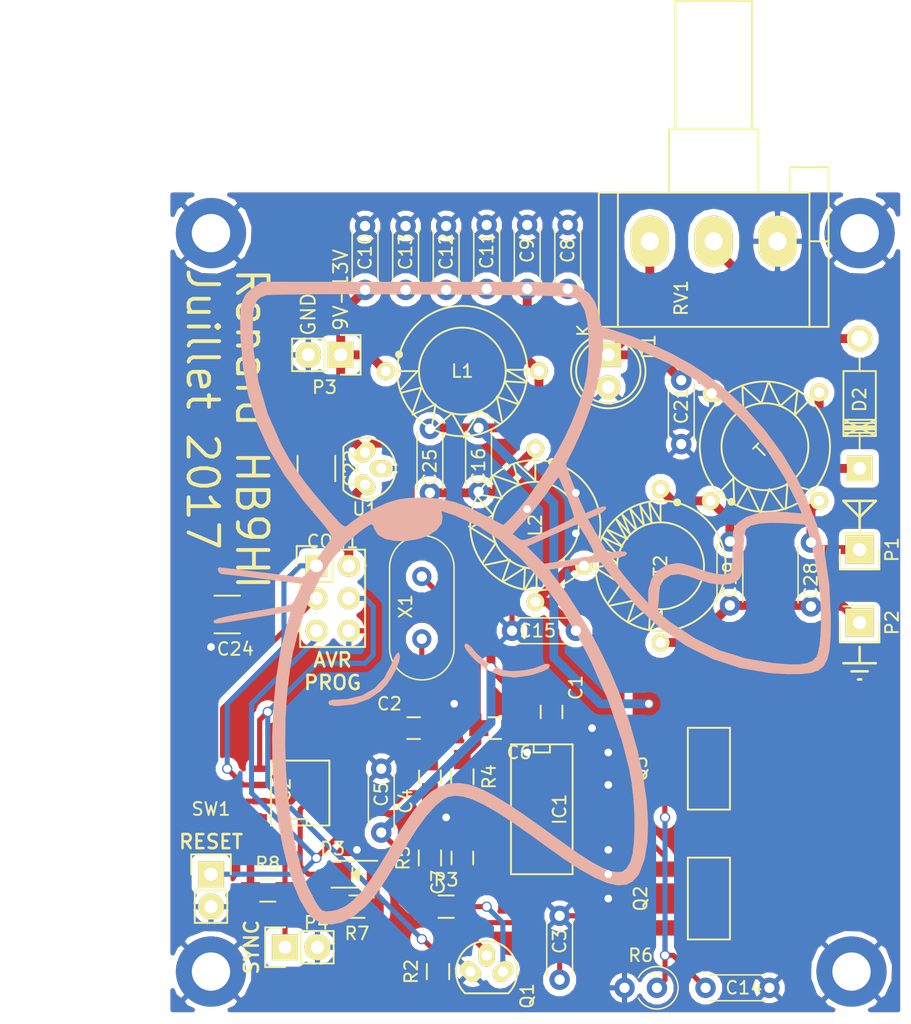
<source format=kicad_pcb>
(kicad_pcb (version 4) (host pcbnew 4.0.6)

  (general
    (links 108)
    (no_connects 1)
    (area 143.915001 54.383919 215.905 136.015)
    (thickness 1.6)
    (drawings 21)
    (tracks 280)
    (zones 0)
    (modules 55)
    (nets 27)
  )

  (page A4)
  (layers
    (0 F.Cu signal)
    (31 B.Cu signal)
    (32 B.Adhes user)
    (33 F.Adhes user)
    (34 B.Paste user)
    (35 F.Paste user)
    (36 B.SilkS user)
    (37 F.SilkS user)
    (38 B.Mask user)
    (39 F.Mask user)
    (40 Dwgs.User user)
    (41 Cmts.User user)
    (42 Eco1.User user)
    (43 Eco2.User user)
    (44 Edge.Cuts user)
    (45 Margin user)
    (46 B.CrtYd user)
    (47 F.CrtYd user)
    (48 B.Fab user)
    (49 F.Fab user)
  )

  (setup
    (last_trace_width 0.4)
    (user_trace_width 0.4)
    (user_trace_width 0.7)
    (trace_clearance 0.4)
    (zone_clearance 0.5)
    (zone_45_only no)
    (trace_min 0.2)
    (segment_width 0.2)
    (edge_width 0.15)
    (via_size 0.8)
    (via_drill 0.6)
    (via_min_size 0.4)
    (via_min_drill 0.3)
    (user_via 5 4)
    (uvia_size 0.3)
    (uvia_drill 0.1)
    (uvias_allowed no)
    (uvia_min_size 0.2)
    (uvia_min_drill 0.1)
    (pcb_text_width 0.3)
    (pcb_text_size 1.5 1.5)
    (mod_edge_width 0.15)
    (mod_text_size 1 1)
    (mod_text_width 0.15)
    (pad_size 1.524 1.524)
    (pad_drill 0.762)
    (pad_to_mask_clearance 0.2)
    (aux_axis_origin 0 0)
    (grid_origin 189.23 120.65)
    (visible_elements FFFFFF7F)
    (pcbplotparams
      (layerselection 0x020f0_80000001)
      (usegerberextensions false)
      (excludeedgelayer true)
      (linewidth 0.150000)
      (plotframeref false)
      (viasonmask false)
      (mode 1)
      (useauxorigin false)
      (hpglpennumber 1)
      (hpglpenspeed 20)
      (hpglpendiameter 15)
      (hpglpenoverlay 2)
      (psnegative false)
      (psa4output false)
      (plotreference true)
      (plotvalue true)
      (plotinvisibletext false)
      (padsonsilk false)
      (subtractmaskfromsilk false)
      (outputformat 5)
      (mirror false)
      (drillshape 0)
      (scaleselection 1)
      (outputdirectory out_no_pours))
  )

  (net 0 "")
  (net 1 VCC)
  (net 2 GND)
  (net 3 "Net-(C2-Pad1)")
  (net 4 "Net-(C6-Pad1)")
  (net 5 "Net-(C7-Pad1)")
  (net 6 "Net-(C15-Pad1)")
  (net 7 "Net-(C16-Pad2)")
  (net 8 "Net-(C19-Pad1)")
  (net 9 "Net-(C21-Pad2)")
  (net 10 "Net-(CON1-Pad1)")
  (net 11 "Net-(CON1-Pad5)")
  (net 12 "Net-(D2-Pad1)")
  (net 13 "Net-(IC1-Pad12)")
  (net 14 "Net-(IC1-Pad11)")
  (net 15 "Net-(IC1-Pad10)")
  (net 16 /schem-attiny/SYNC_n)
  (net 17 "Net-(D3-Pad2)")
  (net 18 "Net-(D3-Pad1)")
  (net 19 "Net-(C28-Pad1)")
  (net 20 /PA_EMITTER)
  (net 21 /PA_COLLECTOR)
  (net 22 /CPUCLK)
  (net 23 /PTT_n)
  (net 24 "Net-(C19-Pad2)")
  (net 25 /schem-attiny/5V)
  (net 26 /PTT_12V)

  (net_class Default "This is the default net class."
    (clearance 0.4)
    (trace_width 0.8)
    (via_dia 0.8)
    (via_drill 0.6)
    (uvia_dia 0.3)
    (uvia_drill 0.1)
    (add_net /CPUCLK)
    (add_net /PA_COLLECTOR)
    (add_net /PA_EMITTER)
    (add_net /PTT_12V)
    (add_net /PTT_n)
    (add_net /schem-attiny/5V)
    (add_net /schem-attiny/SYNC_n)
    (add_net GND)
    (add_net "Net-(C15-Pad1)")
    (add_net "Net-(C16-Pad2)")
    (add_net "Net-(C19-Pad1)")
    (add_net "Net-(C19-Pad2)")
    (add_net "Net-(C2-Pad1)")
    (add_net "Net-(C21-Pad2)")
    (add_net "Net-(C28-Pad1)")
    (add_net "Net-(C6-Pad1)")
    (add_net "Net-(C7-Pad1)")
    (add_net "Net-(CON1-Pad1)")
    (add_net "Net-(CON1-Pad5)")
    (add_net "Net-(D2-Pad1)")
    (add_net "Net-(D3-Pad1)")
    (add_net "Net-(D3-Pad2)")
    (add_net "Net-(IC1-Pad10)")
    (add_net "Net-(IC1-Pad11)")
    (add_net "Net-(IC1-Pad12)")
    (add_net VCC)
  )

  (module renard:Mounting-Hole-3mm (layer F.Cu) (tedit 5958F172) (tstamp 59581CF7)
    (at 211.455 73.025)
    (path /59590D7F)
    (fp_text reference HOLE2 (at 0 3) (layer F.SilkS) hide
      (effects (font (size 1 1) (thickness 0.15)))
    )
    (fp_text value CONN_1 (at 0 -2.9) (layer F.Fab) hide
      (effects (font (size 1 1) (thickness 0.15)))
    )
    (pad 1 thru_hole circle (at 0 0) (size 5.5 5.5) (drill 3) (layers *.Cu *.Mask)
      (net 2 GND))
  )

  (module renard:renardeau (layer B.Cu) (tedit 0) (tstamp 59581FCE)
    (at 185.42 102.235)
    (fp_text reference G*** (at 0 0) (layer B.SilkS) hide
      (effects (font (thickness 0.3)) (justify mirror))
    )
    (fp_text value LOGO (at 0.75 0) (layer B.SilkS) hide
      (effects (font (thickness 0.3)) (justify mirror))
    )
    (fp_poly (pts (xy -14.453745 24.70085) (xy -13.555068 24.22446) (xy -12.686612 23.497208) (xy -12.300976 23.084565)
      (xy -11.908451 22.601673) (xy -11.479878 22.00535) (xy -10.986096 21.252414) (xy -10.397944 20.299684)
      (xy -9.686261 19.103978) (xy -9.463987 18.725065) (xy -8.648273 17.423129) (xy -7.870228 16.362524)
      (xy -7.149123 15.565663) (xy -6.504225 15.054962) (xy -6.175322 14.899569) (xy -5.645044 14.81053)
      (xy -5.021361 14.875548) (xy -4.280859 15.10631) (xy -3.400122 15.514507) (xy -2.355736 16.111827)
      (xy -1.124285 16.90996) (xy 0.317645 17.920595) (xy 1.27 18.616402) (xy 2.828871 19.730473)
      (xy 4.172656 20.603096) (xy 5.318507 21.239316) (xy 6.283577 21.64418) (xy 7.085016 21.822736)
      (xy 7.739978 21.780029) (xy 8.265616 21.521106) (xy 8.679081 21.051015) (xy 8.802884 20.832799)
      (xy 9.195612 19.751099) (xy 9.41386 18.415577) (xy 9.461696 16.860189) (xy 9.343185 15.118891)
      (xy 9.062394 13.225641) (xy 8.62339 11.214394) (xy 8.030239 9.119108) (xy 7.287006 6.973737)
      (xy 7.078666 6.434666) (xy 6.444236 4.954757) (xy 5.684335 3.389663) (xy 4.844247 1.820069)
      (xy 3.969258 0.326656) (xy 3.104654 -1.009893) (xy 2.29572 -2.108893) (xy 2.255241 -2.159)
      (xy 1.946627 -2.552304) (xy 1.762333 -2.813702) (xy 1.737048 -2.878667) (xy 1.920081 -2.906905)
      (xy 2.367551 -2.983638) (xy 3.01067 -3.096894) (xy 3.722664 -3.224254) (xy 4.49044 -3.349877)
      (xy 5.132517 -3.431187) (xy 5.578261 -3.460824) (xy 5.754401 -3.435921) (xy 5.89878 -3.253238)
      (xy 6.20136 -2.863793) (xy 6.614164 -2.329498) (xy 6.97531 -1.860464) (xy 8.659269 0.087312)
      (xy 8.848852 0.258656) (xy 10.230039 0.258656) (xy 10.233121 0.086784) (xy 10.29195 -0.297581)
      (xy 10.324762 -0.831158) (xy 10.327021 -0.981364) (xy 10.401948 -1.58726) (xy 10.659811 -2.033852)
      (xy 10.744969 -2.124364) (xy 11.211741 -2.43636) (xy 11.798525 -2.526774) (xy 12.55324 -2.395465)
      (xy 13.344774 -2.116667) (xy 14.324549 -1.808261) (xy 15.2225 -1.695981) (xy 15.972298 -1.781963)
      (xy 16.448907 -2.01679) (xy 16.631192 -2.191846) (xy 16.751975 -2.412252) (xy 16.827388 -2.751041)
      (xy 16.873565 -3.281248) (xy 16.906642 -4.075907) (xy 16.907151 -4.091123) (xy 16.947755 -4.843685)
      (xy 17.010684 -5.478764) (xy 17.086166 -5.914009) (xy 17.140113 -6.054343) (xy 17.524992 -6.317884)
      (xy 18.174721 -6.478592) (xy 19.111214 -6.539989) (xy 20.046176 -6.521598) (xy 20.761595 -6.483203)
      (xy 21.338945 -6.440683) (xy 21.702253 -6.400282) (xy 21.787278 -6.378499) (xy 21.903918 -6.13256)
      (xy 22.060769 -5.624107) (xy 22.240964 -4.924452) (xy 22.427641 -4.104903) (xy 22.603934 -3.236771)
      (xy 22.752978 -2.391365) (xy 22.7952 -2.116667) (xy 22.923655 -1.004796) (xy 22.995041 0.139657)
      (xy 23.011049 1.250805) (xy 22.97337 2.262762) (xy 22.883695 3.109639) (xy 22.743714 3.725551)
      (xy 22.639459 3.952032) (xy 22.350455 4.252105) (xy 21.919362 4.444382) (xy 21.299931 4.535488)
      (xy 20.44591 4.532044) (xy 19.311048 4.440676) (xy 19.262434 4.435628) (xy 17.077045 4.069137)
      (xy 15.051077 3.431926) (xy 13.126864 2.501229) (xy 11.293767 1.289562) (xy 10.709926 0.832255)
      (xy 10.369844 0.505055) (xy 10.230039 0.258656) (xy 8.848852 0.258656) (xy 10.480811 1.733603)
      (xy 12.431718 3.074018) (xy 14.503774 4.104164) (xy 16.688761 4.81965) (xy 18.978464 5.216085)
      (xy 20.369645 5.298449) (xy 21.391491 5.293623) (xy 22.18877 5.212466) (xy 22.7886 5.018838)
      (xy 23.2181 4.6766) (xy 23.50439 4.149611) (xy 23.67459 3.401731) (xy 23.755818 2.396822)
      (xy 23.775195 1.098742) (xy 23.773799 0.762) (xy 23.64953 -1.770463) (xy 23.296612 -4.118699)
      (xy 22.694766 -6.365458) (xy 21.823708 -8.593492) (xy 21.132408 -10.015525) (xy 19.982843 -11.940948)
      (xy 18.57043 -13.83916) (xy 16.966551 -15.628321) (xy 15.242588 -17.226588) (xy 14.00731 -18.184606)
      (xy 12.755864 -18.988792) (xy 11.292271 -19.787815) (xy 9.738581 -20.521656) (xy 8.216842 -21.130295)
      (xy 7.577435 -21.346577) (xy 5.812732 -21.903843) (xy 5.613093 -22.870399) (xy 5.317981 -23.811044)
      (xy 4.852295 -24.49802) (xy 4.171528 -24.991984) (xy 3.992642 -25.078888) (xy 3.844996 -25.139234)
      (xy 3.670491 -25.191342) (xy 3.444619 -25.235823) (xy 3.142873 -25.273287) (xy 2.740744 -25.304347)
      (xy 2.213723 -25.329613) (xy 1.537304 -25.349696) (xy 0.686978 -25.365207) (xy -0.361763 -25.376757)
      (xy -1.633427 -25.384957) (xy -3.152522 -25.390418) (xy -4.943556 -25.393751) (xy -7.031037 -25.395568)
      (xy -8.737959 -25.396281) (xy -20.777917 -25.4) (xy -21.353292 -25.015625) (xy -21.795842 -24.678304)
      (xy -22.113634 -24.309272) (xy -22.323057 -23.850036) (xy -22.440501 -23.242104) (xy -22.482354 -22.426983)
      (xy -22.471389 -21.743837) (xy -21.505334 -21.743837) (xy -21.481875 -22.708004) (xy -21.396277 -23.391865)
      (xy -21.225708 -23.851493) (xy -20.947334 -24.142961) (xy -20.538322 -24.32234) (xy -20.444854 -24.348146)
      (xy -20.187731 -24.370612) (xy -19.621054 -24.389887) (xy -18.773923 -24.405812) (xy -17.675436 -24.418222)
      (xy -16.354693 -24.426958) (xy -14.840793 -24.431857) (xy -13.162836 -24.432757) (xy -11.34992 -24.429498)
      (xy -9.431145 -24.421916) (xy -8.302775 -24.415609) (xy -5.950292 -24.399917) (xy -3.914699 -24.383626)
      (xy -2.174218 -24.366188) (xy -0.707073 -24.347059) (xy 0.508513 -24.325692) (xy 1.494318 -24.301543)
      (xy 2.272119 -24.274064) (xy 2.863691 -24.242711) (xy 3.290814 -24.206938) (xy 3.575263 -24.166199)
      (xy 3.738815 -24.119948) (xy 3.752284 -24.113527) (xy 4.1867 -23.748194) (xy 4.502552 -23.143511)
      (xy 4.70659 -22.275438) (xy 4.805565 -21.119934) (xy 4.817542 -20.32) (xy 4.776007 -19.119851)
      (xy 4.647713 -18.034476) (xy 4.410319 -16.964971) (xy 4.041481 -15.812432) (xy 3.518856 -14.477955)
      (xy 3.47296 -14.36807) (xy 2.954941 -13.251215) (xy 2.306228 -12.036439) (xy 1.769567 -11.128043)
      (xy 3.020107 -11.128043) (xy 3.691818 -12.464355) (xy 4.349256 -13.911013) (xy 4.921933 -15.443027)
      (xy 5.386838 -16.979387) (xy 5.720965 -18.439083) (xy 5.901303 -19.741104) (xy 5.926666 -20.333054)
      (xy 5.926666 -20.979079) (xy 6.815666 -20.715925) (xy 7.489393 -20.502482) (xy 8.264492 -20.237066)
      (xy 8.726664 -20.068984) (xy 11.013293 -19.034824) (xy 13.19415 -17.703059) (xy 15.234135 -16.107294)
      (xy 17.098146 -14.281135) (xy 18.751084 -12.258187) (xy 20.157847 -10.072055) (xy 21.073769 -8.247846)
      (xy 21.50739 -7.267024) (xy 20.274425 -7.378753) (xy 19.058625 -7.407484) (xy 17.989522 -7.271496)
      (xy 17.124237 -6.982797) (xy 16.563077 -6.598463) (xy 16.345879 -6.364033) (xy 16.207256 -6.131936)
      (xy 16.129607 -5.821897) (xy 16.095331 -5.353644) (xy 16.086828 -4.646904) (xy 16.086666 -4.425686)
      (xy 16.067274 -3.553697) (xy 16.011349 -2.947097) (xy 15.922266 -2.638021) (xy 15.896141 -2.611569)
      (xy 15.45401 -2.501916) (xy 14.799459 -2.546401) (xy 14.015565 -2.733709) (xy 13.423031 -2.948442)
      (xy 12.776112 -3.17926) (xy 12.156654 -3.338026) (xy 11.763622 -3.386667) (xy 10.914864 -3.234969)
      (xy 10.224937 -2.809725) (xy 9.737052 -2.155706) (xy 9.494421 -1.317687) (xy 9.475613 -1.016)
      (xy 9.467293 -0.254) (xy 8.616295 -1.185334) (xy 8.087904 -1.788352) (xy 7.558868 -2.431796)
      (xy 7.189755 -2.914285) (xy 6.614211 -3.711903) (xy 7.201772 -3.82213) (xy 7.665868 -3.969644)
      (xy 7.819965 -4.139271) (xy 7.683281 -4.273671) (xy 7.275032 -4.315506) (xy 7.043635 -4.293979)
      (xy 6.297938 -4.19177) (xy 5.522719 -5.516076) (xy 4.747501 -6.840382) (xy 5.283091 -7.065581)
      (xy 5.869397 -7.36051) (xy 6.164149 -7.623589) (xy 6.173841 -7.800376) (xy 5.982476 -7.822078)
      (xy 5.59208 -7.719619) (xy 5.325007 -7.616146) (xy 4.563935 -7.289912) (xy 4.152688 -8.219814)
      (xy 3.849356 -8.937645) (xy 3.531479 -9.737903) (xy 3.380775 -10.138879) (xy 3.020107 -11.128043)
      (xy 1.769567 -11.128043) (xy 1.569683 -10.789705) (xy 0.788169 -9.576977) (xy 0.00455 -8.464219)
      (xy -0.738312 -7.517393) (xy -1.397553 -6.802465) (xy -1.512308 -6.696054) (xy -1.881897 -6.364775)
      (xy -3.353949 -7.147733) (xy -4.594694 -7.756475) (xy -5.689319 -8.166858) (xy -6.74308 -8.407472)
      (xy -7.861232 -8.506904) (xy -8.382 -8.513407) (xy -9.298142 -8.481819) (xy -10.027179 -8.382315)
      (xy -10.717875 -8.19042) (xy -11.027561 -8.078199) (xy -12.092231 -7.613792) (xy -13.066717 -7.078599)
      (xy -13.842247 -6.53389) (xy -13.978498 -6.416014) (xy -14.134098 -6.289909) (xy -14.280323 -6.254518)
      (xy -14.465126 -6.343685) (xy -14.736457 -6.591256) (xy -15.142266 -7.031077) (xy -15.627501 -7.579936)
      (xy -16.629815 -8.747134) (xy -17.438884 -9.760754) (xy -18.10961 -10.697692) (xy -18.696894 -11.634846)
      (xy -19.255638 -12.649112) (xy -19.279689 -12.695296) (xy -20.317845 -15.052406) (xy -21.036502 -17.503978)
      (xy -21.428685 -20.021658) (xy -21.505334 -21.743837) (xy -22.471389 -21.743837) (xy -22.465006 -21.34618)
      (xy -22.455453 -21.082) (xy -22.255767 -18.705357) (xy -21.834164 -16.486211) (xy -21.17195 -14.380519)
      (xy -20.250431 -12.344238) (xy -19.050913 -10.333324) (xy -17.554699 -8.303736) (xy -16.499672 -7.050604)
      (xy -15.884583 -6.325892) (xy -15.49974 -5.810361) (xy -15.329269 -5.480551) (xy -15.337558 -5.333269)
      (xy -15.494695 -5.107581) (xy -15.793466 -4.672016) (xy -16.185598 -4.097109) (xy -16.478961 -3.665491)
      (xy -16.932919 -3.009816) (xy -17.254768 -2.592346) (xy -17.494298 -2.36561) (xy -17.701296 -2.282139)
      (xy -17.918295 -2.293188) (xy -18.200886 -2.333792) (xy -18.737026 -2.403823) (xy -19.459834 -2.495147)
      (xy -20.302433 -2.599629) (xy -21.197942 -2.709134) (xy -22.079483 -2.815526) (xy -22.880177 -2.910671)
      (xy -23.533144 -2.986434) (xy -23.971505 -3.034679) (xy -24.123651 -3.048) (xy -24.23733 -2.945552)
      (xy -24.183238 -2.734513) (xy -24.018682 -2.559344) (xy -23.918334 -2.530452) (xy -23.659678 -2.507211)
      (xy -23.125502 -2.448642) (xy -22.376297 -2.361741) (xy -21.472555 -2.253505) (xy -20.623997 -2.149452)
      (xy -17.625994 -1.778) (xy -17.965569 -1.020696) (xy -18.193912 -0.559013) (xy -18.391115 -0.240081)
      (xy -18.459876 -0.167763) (xy -18.669992 -0.110063) (xy -19.157568 -0.008971) (xy -19.865756 0.124734)
      (xy -20.737709 0.28027) (xy -21.583971 0.424735) (xy -22.793915 0.637645) (xy -23.679296 0.817737)
      (xy -24.252321 0.967944) (xy -24.525203 1.091198) (xy -24.553334 1.138135) (xy -24.546885 1.234778)
      (xy -24.498289 1.298789) (xy -24.363675 1.326612) (xy -24.09917 1.314691) (xy -23.660904 1.259471)
      (xy -23.005004 1.157396) (xy -22.087598 1.00491) (xy -21.328443 0.876769) (xy -18.526886 0.403342)
      (xy -18.896411 1.683338) (xy -19.337897 3.547108) (xy -19.668027 5.652321) (xy -19.881812 7.918889)
      (xy -19.97426 10.266725) (xy -19.965005 10.90839) (xy -18.959039 10.90839) (xy -18.933081 8.800767)
      (xy -18.80297 6.745274) (xy -18.564346 4.789869) (xy -18.358328 3.640666) (xy -17.833113 1.583863)
      (xy -17.133899 -0.349029) (xy -16.286013 -2.104426) (xy -15.314784 -3.628748) (xy -14.417756 -4.695943)
      (xy -13.947775 -5.145785) (xy -13.416215 -5.602765) (xy -12.897975 -6.00856) (xy -12.467955 -6.304843)
      (xy -12.201052 -6.433289) (xy -12.184951 -6.434667) (xy -12.053478 -6.291961) (xy -11.958192 -6.031498)
      (xy -11.680652 -5.591231) (xy -11.128602 -5.283163) (xy -10.345661 -5.123343) (xy -9.479556 -5.119527)
      (xy -8.523187 -5.272752) (xy -7.714643 -5.56613) (xy -7.098926 -5.968148) (xy -6.72104 -6.447292)
      (xy -6.625987 -6.972048) (xy -6.650155 -7.100874) (xy -6.706136 -7.378739) (xy -6.699323 -7.450667)
      (xy -6.530276 -7.400113) (xy -6.132375 -7.268483) (xy -5.667205 -7.110121) (xy -3.883013 -6.319902)
      (xy -2.882237 -5.669282) (xy -1.140857 -5.669282) (xy -0.152128 -6.748306) (xy 0.447961 -7.442973)
      (xy 1.082917 -8.240373) (xy 1.618399 -8.971589) (xy 1.632847 -8.992674) (xy 1.999597 -9.518934)
      (xy 2.286574 -9.910954) (xy 2.447583 -10.106401) (xy 2.46578 -10.116676) (xy 2.541849 -9.952625)
      (xy 2.716199 -9.545665) (xy 2.958859 -8.96633) (xy 3.117418 -8.583188) (xy 3.374825 -7.926469)
      (xy 3.561303 -7.387677) (xy 3.652087 -7.04202) (xy 3.651712 -6.960539) (xy 3.474712 -6.844756)
      (xy 3.049624 -6.62279) (xy 2.438097 -6.325414) (xy 1.701779 -5.983402) (xy 1.618317 -5.945511)
      (xy 0.810694 -5.582381) (xy 0.25057 -5.34509) (xy -0.122588 -5.218726) (xy -0.369314 -5.188376)
      (xy -0.550142 -5.239129) (xy -0.725606 -5.356072) (xy -0.737639 -5.365135) (xy -1.140857 -5.669282)
      (xy -2.882237 -5.669282) (xy -2.15929 -5.199284) (xy -1.565773 -4.681726) (xy -0.020079 -4.681726)
      (xy 1.89496 -5.544569) (xy 2.634698 -5.875294) (xy 3.259289 -6.14969) (xy 3.705814 -6.340461)
      (xy 3.911357 -6.420309) (xy 3.9151 -6.42104) (xy 4.042357 -6.291407) (xy 4.288333 -5.934651)
      (xy 4.60673 -5.419392) (xy 4.711335 -5.240911) (xy 5.069318 -4.573794) (xy 5.232437 -4.148724)
      (xy 5.1989 -3.980539) (xy 4.956118 -3.928069) (xy 4.456711 -3.837674) (xy 3.778766 -3.723046)
      (xy 3.162078 -3.623373) (xy 1.328824 -3.332823) (xy -0.020079 -4.681726) (xy -1.565773 -4.681726)
      (xy -0.499197 -3.751653) (xy 1.094108 -1.980391) (xy 2.617466 0.111116) (xy 4.067717 2.519485)
      (xy 5.001484 4.318) (xy 6.369371 7.429947) (xy 7.433066 10.55481) (xy 7.982291 12.7)
      (xy 8.178761 13.796367) (xy 8.31543 14.989881) (xy 8.391722 16.211032) (xy 8.407061 17.390309)
      (xy 8.360871 18.458201) (xy 8.252576 19.345198) (xy 8.0816 19.981787) (xy 8.043333 20.066)
      (xy 7.76758 20.518248) (xy 7.468173 20.734171) (xy 7.168643 20.795328) (xy 6.646635 20.742058)
      (xy 5.959654 20.489267) (xy 5.089415 20.027156) (xy 4.017633 19.345927) (xy 2.72602 18.435782)
      (xy 2.619215 18.357607) (xy 1.039713 17.211569) (xy -0.307865 16.264574) (xy -1.452874 15.500191)
      (xy -2.424669 14.901992) (xy -3.252606 14.453548) (xy -3.96604 14.138428) (xy -4.594326 13.940203)
      (xy -5.16682 13.842444) (xy -5.478742 13.825387) (xy -6.202078 13.886781) (xy -6.880553 14.109608)
      (xy -7.540529 14.519121) (xy -8.208368 15.140568) (xy -8.910433 15.999201) (xy -9.673086 17.12027)
      (xy -10.52269 18.529025) (xy -10.685346 18.812399) (xy -11.551827 20.27712) (xy -12.320369 21.451074)
      (xy -13.014403 22.359664) (xy -13.657358 23.028295) (xy -14.272667 23.48237) (xy -14.883759 23.747295)
      (xy -15.316194 23.833201) (xy -15.746954 23.86798) (xy -16.024746 23.808623) (xy -16.256324 23.593147)
      (xy -16.548442 23.159564) (xy -16.590507 23.093289) (xy -17.171602 21.963462) (xy -17.67905 20.550088)
      (xy -18.108492 18.901119) (xy -18.45557 17.064511) (xy -18.715925 15.088217) (xy -18.885201 13.020192)
      (xy -18.959039 10.90839) (xy -19.965005 10.90839) (xy -19.940379 12.61574) (xy -19.775181 14.885847)
      (xy -19.739353 15.209544) (xy -19.476572 17.071139) (xy -19.138626 18.815139) (xy -18.737522 20.403855)
      (xy -18.285266 21.799598) (xy -17.793865 22.964679) (xy -17.275325 23.86141) (xy -16.814247 24.391506)
      (xy -16.119627 24.792236) (xy -15.320695 24.89273) (xy -14.453745 24.70085)) (layer B.SilkS) (width 0.01))
    (fp_poly (pts (xy 0.259389 5.388371) (xy 0.519599 5.316722) (xy 1.261813 5.064038) (xy 1.678414 4.837123)
      (xy 1.780819 4.628503) (xy 1.719966 4.5309) (xy 1.460002 4.493393) (xy 1.018203 4.655605)
      (xy 1.000774 4.66454) (xy 0.519723 4.837426) (xy -0.132645 4.978989) (xy -0.621533 5.040333)
      (xy -1.295326 5.066741) (xy -1.816454 4.993693) (xy -2.364407 4.787828) (xy -2.611725 4.670416)
      (xy -3.271876 4.269122) (xy -3.862221 3.777246) (xy -4.071103 3.547032) (xy -4.494055 3.071014)
      (xy -4.772085 2.892013) (xy -4.901311 3.011982) (xy -4.910667 3.124603) (xy -4.797577 3.360918)
      (xy -4.500816 3.745916) (xy -4.084151 4.197044) (xy -4.075914 4.205293) (xy -3.112924 4.98168)
      (xy -2.087687 5.433227) (xy -0.972737 5.566576) (xy 0.259389 5.388371)) (layer B.SilkS) (width 0.01))
    (fp_poly (pts (xy -13.527826 7.648846) (xy -12.399653 7.246922) (xy -11.45949 6.612866) (xy -11.4331 6.588778)
      (xy -10.997225 6.107344) (xy -10.60105 5.530141) (xy -10.275657 4.926243) (xy -10.052123 4.364725)
      (xy -9.96153 3.914661) (xy -10.034956 3.645126) (xy -10.092849 3.610062) (xy -10.242952 3.720566)
      (xy -10.448046 4.073916) (xy -10.63785 4.526588) (xy -11.190158 5.596943) (xy -11.964839 6.417517)
      (xy -12.940664 6.973802) (xy -14.096403 7.251288) (xy -14.668624 7.281333) (xy -15.223016 7.30512)
      (xy -15.50502 7.388335) (xy -15.578667 7.535333) (xy -15.48501 7.697706) (xy -15.162659 7.775218)
      (xy -14.762735 7.789333) (xy -13.527826 7.648846)) (layer B.SilkS) (width 0.01))
  )

  (module renard:Mounting-Hole-3mm (layer F.Cu) (tedit 5958F172) (tstamp 59581D01)
    (at 160.655 130.81)
    (path /59590EE3)
    (fp_text reference HOLE3 (at 0 3) (layer F.SilkS) hide
      (effects (font (size 1 1) (thickness 0.15)))
    )
    (fp_text value CONN_1 (at 0 -2.9) (layer F.Fab) hide
      (effects (font (size 1 1) (thickness 0.15)))
    )
    (pad 1 thru_hole circle (at 0 0) (size 5.5 5.5) (drill 3) (layers *.Cu *.Mask)
      (net 2 GND))
  )

  (module renard:Mounting-Hole-3mm (layer F.Cu) (tedit 5958F172) (tstamp 59581CFC)
    (at 210.82 130.81)
    (path /59590F9C)
    (fp_text reference HOLE4 (at 0 3) (layer F.SilkS) hide
      (effects (font (size 1 1) (thickness 0.15)))
    )
    (fp_text value CONN_1 (at 0 -2.9) (layer F.Fab) hide
      (effects (font (size 1 1) (thickness 0.15)))
    )
    (pad 1 thru_hole circle (at 0 0) (size 5.5 5.5) (drill 3) (layers *.Cu *.Mask)
      (net 2 GND))
  )

  (module renard:Mounting-Hole-3mm (layer F.Cu) (tedit 5958F172) (tstamp 59581CD6)
    (at 160.655 73.025)
    (path /5959086F)
    (fp_text reference HOLE1 (at 0 3) (layer F.SilkS) hide
      (effects (font (size 1 1) (thickness 0.15)))
    )
    (fp_text value CONN_1 (at 0 -2.9) (layer F.Fab) hide
      (effects (font (size 1 1) (thickness 0.15)))
    )
    (pad 1 thru_hole circle (at 0 0) (size 5.5 5.5) (drill 3) (layers *.Cu *.Mask)
      (net 2 GND))
  )

  (module renard:Toroid_inductor_center_tap (layer F.Cu) (tedit 59580972) (tstamp 5957A9CB)
    (at 195.865 99.06 270)
    (descr "Choke, Inductance, Toroid, horizontal, laying, Diameter 14mm, Amidon T50,")
    (tags "Choke, Inductance, Toroid, horizontal, laying, Diameter 14mm, Amidon T50,")
    (path /539A0B35)
    (fp_text reference T2 (at 0 0 270) (layer F.SilkS)
      (effects (font (size 1 1) (thickness 0.15)))
    )
    (fp_text value "65t/3t T44-2" (at 0 -1.8 270) (layer F.Fab)
      (effects (font (size 1 1) (thickness 0.15)))
    )
    (fp_line (start -5 0) (end -3.50012 0) (layer F.SilkS) (width 0.15))
    (fp_line (start -3.50012 0) (end -5 0.9) (layer F.SilkS) (width 0.15))
    (fp_line (start -4.8 1.6) (end -3.2004 1.30048) (layer F.SilkS) (width 0.15))
    (fp_line (start -2.8 1.9) (end -4 3) (layer F.SilkS) (width 0.15))
    (fp_line (start -2.8 4.2) (end -1.5 3) (layer F.SilkS) (width 0.15))
    (fp_line (start -2.10058 2.60096) (end -2.8 4.1) (layer F.SilkS) (width 0.15))
    (fp_line (start -2.3 4.6) (end -0.8001 3.29946) (layer F.SilkS) (width 0.15))
    (fp_line (start -0.2 3.4) (end 0.1 4.9) (layer F.SilkS) (width 0.15))
    (fp_line (start 0.1 5.2) (end 1.39954 3.0988) (layer F.SilkS) (width 0.15))
    (fp_line (start 1.39954 3.0988) (end 2.9 4.1) (layer F.SilkS) (width 0.15))
    (fp_line (start 3.1 3.9) (end 2.70002 1.99898) (layer F.SilkS) (width 0.15))
    (fp_line (start 2.70002 1.99898) (end 4.4 2.6) (layer F.SilkS) (width 0.15))
    (fp_line (start 4.4 2.5) (end 3.29946 0.8001) (layer F.SilkS) (width 0.15))
    (fp_line (start 3.29946 0.8001) (end 5 0.9) (layer F.SilkS) (width 0.15))
    (fp_line (start 5 0.8) (end 3.40106 -0.09906) (layer F.SilkS) (width 0.15))
    (fp_line (start 3.40106 -0.09906) (end 5.1 -0.1) (layer F.SilkS) (width 0.15))
    (fp_circle (center 0 0) (end 3.40106 0) (layer F.SilkS) (width 0.15))
    (fp_circle (center 0 0) (end 5.1 0) (layer F.SilkS) (width 0.15))
    (fp_circle (center -4.958991 -1.3) (end -4.858991 -1.176394) (layer F.SilkS) (width 0.3))
    (fp_line (start -3.4 0.7) (end -5 0.9) (layer F.SilkS) (width 0.15))
    (fp_line (start -3.4 0.7) (end -4.7 1.6) (layer F.SilkS) (width 0.15))
    (fp_line (start -4.5 2.4) (end -3.2004 1.30048) (layer F.SilkS) (width 0.15))
    (fp_line (start -4.5 2.4) (end -2.9 1.9) (layer F.SilkS) (width 0.15))
    (fp_line (start -2.5 2.4) (end -4 3) (layer F.SilkS) (width 0.15))
    (fp_line (start -2.5 2.4) (end -3.7 3.5) (layer F.SilkS) (width 0.15))
    (fp_line (start -2.2 2.7) (end -3.7 3.5) (layer F.SilkS) (width 0.15))
    (fp_line (start -2.2 4.5) (end -1.5 3) (layer F.SilkS) (width 0.15))
    (fp_line (start -1.4 4.9) (end -0.8001 3.29946) (layer F.SilkS) (width 0.15))
    (fp_line (start -1.4 4.9) (end -0.2 3.4) (layer F.SilkS) (width 0.15))
    (pad 3 thru_hole circle (at -6 0 270) (size 1.4 1.4) (drill 0.8) (layers *.Cu *.Mask F.SilkS)
      (net 8 "Net-(C19-Pad1)"))
    (pad 1 thru_hole circle (at 6 0 270) (size 1.4 1.4) (drill 0.8) (layers *.Cu *.Mask F.SilkS)
      (net 24 "Net-(C19-Pad2)"))
    (pad 2 thru_hole circle (at 0 6 270) (size 1.4 1.4) (drill 0.8) (layers *.Cu *.Mask F.SilkS)
      (net 6 "Net-(C15-Pad1)"))
  )

  (module renard:TO-92_2N7000 (layer F.Cu) (tedit 5957FF67) (tstamp 59580641)
    (at 180.975 130.81)
    (descr "TO-92 leads molded, narrow, oval pads, drill 0.8mm (see NXP sot054_po.pdf)")
    (tags "to-92 sc-43 sc-43a sot54 PA33 transistor")
    (path /5958153B)
    (fp_text reference Q1 (at 4.445 1.905 90) (layer F.SilkS)
      (effects (font (size 1 1) (thickness 0.15)))
    )
    (fp_text value 2N7000 (at 0 3) (layer F.Fab)
      (effects (font (size 1 1) (thickness 0.15)))
    )
    (fp_line (start -1.4 1.95) (end -1.4 -2.65) (layer F.CrtYd) (width 0.05))
    (fp_line (start -1.4 1.95) (end 3.95 1.95) (layer F.CrtYd) (width 0.05))
    (fp_line (start -0.43 1.7) (end 2.97 1.7) (layer F.SilkS) (width 0.15))
    (fp_arc (start 1.27 0) (end 1.27 -2.4) (angle -135) (layer F.SilkS) (width 0.15))
    (fp_arc (start 1.27 0) (end 1.27 -2.4) (angle 135) (layer F.SilkS) (width 0.15))
    (fp_line (start -1.4 -2.65) (end 3.95 -2.65) (layer F.CrtYd) (width 0.05))
    (fp_line (start 3.95 1.95) (end 3.95 -2.65) (layer F.CrtYd) (width 0.05))
    (pad G thru_hole oval (at 1.27 -1.27 90) (size 1.80086 1.30048) (drill 0.8) (layers *.Cu *.Mask F.SilkS)
      (net 23 /PTT_n))
    (pad S thru_hole oval (at 0 0 45) (size 1.30048 1.80086) (drill 0.8) (layers *.Cu *.Mask F.SilkS)
      (net 2 GND))
    (pad D thru_hole oval (at 2.54 0 45) (size 1.80086 1.30048) (drill 0.8) (layers *.Cu *.Mask F.SilkS)
      (net 26 /PTT_12V))
    (model Housings_TO-92.3dshapes/TO-92_Molded_Narrow_Oval.wrl
      (at (xyz 0.05 0 0))
      (scale (xyz 1 1 1))
      (rotate (xyz 0 0 -90))
    )
  )

  (module renard:TO-92_Molded_Narrow_Oval (layer F.Cu) (tedit 563F1E6B) (tstamp 5957BF0A)
    (at 172.72 90.17 270)
    (descr "TO-92 leads molded, narrow, oval pads, drill 0.8mm (see NXP sot054_po.pdf)")
    (tags "to-92 sc-43 sc-43a sot54 PA33 transistor")
    (path /53626AAA/587A72AD)
    (fp_text reference U1 (at 4.445 0 360) (layer F.SilkS)
      (effects (font (size 1 1) (thickness 0.15)))
    )
    (fp_text value 7805 (at 0 3 450) (layer F.Fab)
      (effects (font (size 1 1) (thickness 0.15)))
    )
    (fp_line (start -1.4 1.95) (end -1.4 -2.65) (layer F.CrtYd) (width 0.05))
    (fp_line (start -1.4 1.95) (end 3.95 1.95) (layer F.CrtYd) (width 0.05))
    (fp_line (start -0.43 1.7) (end 2.97 1.7) (layer F.SilkS) (width 0.15))
    (fp_arc (start 1.27 0) (end 1.27 -2.4) (angle -135) (layer F.SilkS) (width 0.15))
    (fp_arc (start 1.27 0) (end 1.27 -2.4) (angle 135) (layer F.SilkS) (width 0.15))
    (fp_line (start -1.4 -2.65) (end 3.95 -2.65) (layer F.CrtYd) (width 0.05))
    (fp_line (start 3.95 1.95) (end 3.95 -2.65) (layer F.CrtYd) (width 0.05))
    (pad 2 thru_hole oval (at 1.27 -1.27) (size 1.80086 1.30048) (drill 0.8) (layers *.Cu *.Mask F.SilkS)
      (net 2 GND))
    (pad 1 thru_hole oval (at 0 0 315) (size 1.30048 1.80086) (drill 0.8) (layers *.Cu *.Mask F.SilkS)
      (net 1 VCC))
    (pad 3 thru_hole oval (at 2.54 0 315) (size 1.80086 1.30048) (drill 0.8) (layers *.Cu *.Mask F.SilkS)
      (net 25 /schem-attiny/5V))
    (model Housings_TO-92.3dshapes/TO-92_Molded_Narrow_Oval.wrl
      (at (xyz 0.05 0 0))
      (scale (xyz 1 1 1))
      (rotate (xyz 0 0 -90))
    )
  )

  (module renard:Pin_Header_Straight_1x02 (layer F.Cu) (tedit 5957A833) (tstamp 5957B952)
    (at 170.815 82.55 270)
    (descr "Through hole pin header")
    (tags "pin header")
    (path /56230699)
    (fp_text reference P3 (at 2.54 1.27 360) (layer F.SilkS)
      (effects (font (size 1 1) (thickness 0.15)))
    )
    (fp_text value CONN_01X02_POWER (at 0 -3.1 270) (layer F.Fab)
      (effects (font (size 1 1) (thickness 0.15)))
    )
    (fp_line (start 1.27 1.27) (end 1.27 3.81) (layer F.SilkS) (width 0.15))
    (fp_line (start 1.55 -1.55) (end 1.55 0) (layer F.SilkS) (width 0.15))
    (fp_line (start -1.75 -1.75) (end -1.75 4.3) (layer F.CrtYd) (width 0.05))
    (fp_line (start 1.75 -1.75) (end 1.75 4.3) (layer F.CrtYd) (width 0.05))
    (fp_line (start -1.75 -1.75) (end 1.75 -1.75) (layer F.CrtYd) (width 0.05))
    (fp_line (start -1.75 4.3) (end 1.75 4.3) (layer F.CrtYd) (width 0.05))
    (fp_line (start 1.27 1.27) (end -1.27 1.27) (layer F.SilkS) (width 0.15))
    (fp_line (start -1.55 0) (end -1.55 -1.55) (layer F.SilkS) (width 0.15))
    (fp_line (start -1.55 -1.55) (end 1.55 -1.55) (layer F.SilkS) (width 0.15))
    (fp_line (start -1.27 1.27) (end -1.27 3.81) (layer F.SilkS) (width 0.15))
    (fp_line (start -1.27 3.81) (end 1.27 3.81) (layer F.SilkS) (width 0.15))
    (pad 1 thru_hole rect (at 0 0 270) (size 2.032 2.032) (drill 1.016) (layers *.Cu *.Mask F.SilkS)
      (net 1 VCC))
    (pad 2 thru_hole oval (at 0 2.54 270) (size 2.032 2.032) (drill 1.016) (layers *.Cu *.Mask F.SilkS)
      (net 2 GND))
    (model Pin_Headers.3dshapes/Pin_Header_Straight_1x02.wrl
      (at (xyz 0 -0.05 0))
      (scale (xyz 1 1 1))
      (rotate (xyz 0 0 90))
    )
  )

  (module renard:Crystal_HC49-U_Vertical (layer F.Cu) (tedit 5957A9E1) (tstamp 5957B5CC)
    (at 177.165 104.775 90)
    (descr "Crystal THT HC-49/U http://5hertz.com/pdfs/04404_D.pdf")
    (tags "THT crystalHC-49/U")
    (path /536265CC)
    (fp_text reference X1 (at 2.54 -1.27 90) (layer F.SilkS)
      (effects (font (size 1 1) (thickness 0.15)))
    )
    (fp_text value 3.579545MHz (at 2.44 3.525 90) (layer F.Fab)
      (effects (font (size 1 1) (thickness 0.15)))
    )
    (fp_arc (start -0.685 0) (end -0.685 -2.325) (angle -180) (layer F.Fab) (width 0.1))
    (fp_arc (start 5.565 0) (end 5.565 -2.325) (angle 180) (layer F.Fab) (width 0.1))
    (fp_arc (start -0.56 0) (end -0.56 -2) (angle -180) (layer F.Fab) (width 0.1))
    (fp_arc (start 5.44 0) (end 5.44 -2) (angle 180) (layer F.Fab) (width 0.1))
    (fp_arc (start -0.685 0) (end -0.685 -2.525) (angle -180) (layer F.SilkS) (width 0.12))
    (fp_arc (start 5.565 0) (end 5.565 -2.525) (angle 180) (layer F.SilkS) (width 0.12))
    (fp_line (start -0.685 -2.325) (end 5.565 -2.325) (layer F.Fab) (width 0.1))
    (fp_line (start -0.685 2.325) (end 5.565 2.325) (layer F.Fab) (width 0.1))
    (fp_line (start -0.56 -2) (end 5.44 -2) (layer F.Fab) (width 0.1))
    (fp_line (start -0.56 2) (end 5.44 2) (layer F.Fab) (width 0.1))
    (fp_line (start -0.685 -2.525) (end 5.565 -2.525) (layer F.SilkS) (width 0.12))
    (fp_line (start -0.685 2.525) (end 5.565 2.525) (layer F.SilkS) (width 0.12))
    (fp_line (start -3.5 -2.8) (end -3.5 2.8) (layer F.CrtYd) (width 0.05))
    (fp_line (start -3.5 2.8) (end 8.4 2.8) (layer F.CrtYd) (width 0.05))
    (fp_line (start 8.4 2.8) (end 8.4 -2.8) (layer F.CrtYd) (width 0.05))
    (fp_line (start 8.4 -2.8) (end -3.5 -2.8) (layer F.CrtYd) (width 0.05))
    (pad 1 thru_hole circle (at 0 0 90) (size 1.5 1.5) (drill 0.8) (layers *.Cu *.Mask)
      (net 3 "Net-(C2-Pad1)"))
    (pad 2 thru_hole circle (at 4.88 0 90) (size 1.5 1.5) (drill 0.8) (layers *.Cu *.Mask)
      (net 4 "Net-(C6-Pad1)"))
    (model Crystals.3dshapes/Crystal_HC49-U_Vertical.wrl
      (at (xyz 0 0 0))
      (scale (xyz 0.393701 0.393701 0.393701))
      (rotate (xyz 0 0 0))
    )
  )

  (module renard:Pin_Header_Straight_1x02 (layer F.Cu) (tedit 5957A833) (tstamp 5957B5BC)
    (at 166.45 128.905 90)
    (descr "Through hole pin header")
    (tags "pin header")
    (path /5623AD3C)
    (fp_text reference P4 (at 1.905 2.46 180) (layer F.SilkS)
      (effects (font (size 1 1) (thickness 0.15)))
    )
    (fp_text value CONN_01X02 (at 0 -3.1 90) (layer F.Fab)
      (effects (font (size 1 1) (thickness 0.15)))
    )
    (fp_line (start 1.27 1.27) (end 1.27 3.81) (layer F.SilkS) (width 0.15))
    (fp_line (start 1.55 -1.55) (end 1.55 0) (layer F.SilkS) (width 0.15))
    (fp_line (start -1.75 -1.75) (end -1.75 4.3) (layer F.CrtYd) (width 0.05))
    (fp_line (start 1.75 -1.75) (end 1.75 4.3) (layer F.CrtYd) (width 0.05))
    (fp_line (start -1.75 -1.75) (end 1.75 -1.75) (layer F.CrtYd) (width 0.05))
    (fp_line (start -1.75 4.3) (end 1.75 4.3) (layer F.CrtYd) (width 0.05))
    (fp_line (start 1.27 1.27) (end -1.27 1.27) (layer F.SilkS) (width 0.15))
    (fp_line (start -1.55 0) (end -1.55 -1.55) (layer F.SilkS) (width 0.15))
    (fp_line (start -1.55 -1.55) (end 1.55 -1.55) (layer F.SilkS) (width 0.15))
    (fp_line (start -1.27 1.27) (end -1.27 3.81) (layer F.SilkS) (width 0.15))
    (fp_line (start -1.27 3.81) (end 1.27 3.81) (layer F.SilkS) (width 0.15))
    (pad 1 thru_hole rect (at 0 0 90) (size 2.032 2.032) (drill 1.016) (layers *.Cu *.Mask F.SilkS)
      (net 16 /schem-attiny/SYNC_n))
    (pad 2 thru_hole oval (at 0 2.54 90) (size 2.032 2.032) (drill 1.016) (layers *.Cu *.Mask F.SilkS)
      (net 2 GND))
    (model Pin_Headers.3dshapes/Pin_Header_Straight_1x02.wrl
      (at (xyz 0 -0.05 0))
      (scale (xyz 1 1 1))
      (rotate (xyz 0 0 90))
    )
  )

  (module renard:Socket_Strip_Straight_1x01 (layer F.Cu) (tedit 5957A7E6) (tstamp 5957B5B0)
    (at 211.455 103.505 90)
    (descr "Through hole socket strip")
    (tags "socket strip")
    (path /539A0E5F)
    (fp_text reference P2 (at 0 2.54 90) (layer F.SilkS)
      (effects (font (size 1 1) (thickness 0.15)))
    )
    (fp_text value ANT_N (at -5.08 3.175 90) (layer F.Fab)
      (effects (font (size 1 1) (thickness 0.15)))
    )
    (fp_line (start -1.75 -1.75) (end -1.75 1.75) (layer F.CrtYd) (width 0.05))
    (fp_line (start 1.75 -1.75) (end 1.75 1.75) (layer F.CrtYd) (width 0.05))
    (fp_line (start -1.75 -1.75) (end 1.75 -1.75) (layer F.CrtYd) (width 0.05))
    (fp_line (start -1.75 1.75) (end 1.75 1.75) (layer F.CrtYd) (width 0.05))
    (fp_line (start 1.27 1.27) (end 1.27 -1.27) (layer F.SilkS) (width 0.15))
    (fp_line (start -1.55 -1.55) (end 0 -1.55) (layer F.SilkS) (width 0.15))
    (fp_line (start -1.55 -1.55) (end -1.55 1.55) (layer F.SilkS) (width 0.15))
    (fp_line (start -1.55 1.55) (end 0 1.55) (layer F.SilkS) (width 0.15))
    (pad 1 thru_hole rect (at 0 0 90) (size 2.2352 2.2352) (drill 1.016) (layers *.Cu *.Mask F.SilkS)
      (net 24 "Net-(C19-Pad2)"))
    (model Socket_Strips.3dshapes/Socket_Strip_Straight_1x01.wrl
      (at (xyz 0 0 0))
      (scale (xyz 1 1 1))
      (rotate (xyz 0 0 180))
    )
  )

  (module renard:Socket_Strip_Straight_1x01 (layer F.Cu) (tedit 5957A7E6) (tstamp 5957B5A4)
    (at 211.455 97.79 90)
    (descr "Through hole socket strip")
    (tags "socket strip")
    (path /539A0E4C)
    (fp_text reference P1 (at 0 2.54 90) (layer F.SilkS)
      (effects (font (size 1 1) (thickness 0.15)))
    )
    (fp_text value ANT_P (at -5.08 3.175 90) (layer F.Fab)
      (effects (font (size 1 1) (thickness 0.15)))
    )
    (fp_line (start -1.75 -1.75) (end -1.75 1.75) (layer F.CrtYd) (width 0.05))
    (fp_line (start 1.75 -1.75) (end 1.75 1.75) (layer F.CrtYd) (width 0.05))
    (fp_line (start -1.75 -1.75) (end 1.75 -1.75) (layer F.CrtYd) (width 0.05))
    (fp_line (start -1.75 1.75) (end 1.75 1.75) (layer F.CrtYd) (width 0.05))
    (fp_line (start 1.27 1.27) (end 1.27 -1.27) (layer F.SilkS) (width 0.15))
    (fp_line (start -1.55 -1.55) (end 0 -1.55) (layer F.SilkS) (width 0.15))
    (fp_line (start -1.55 -1.55) (end -1.55 1.55) (layer F.SilkS) (width 0.15))
    (fp_line (start -1.55 1.55) (end 0 1.55) (layer F.SilkS) (width 0.15))
    (pad 1 thru_hole rect (at 0 0 90) (size 2.2352 2.2352) (drill 1.016) (layers *.Cu *.Mask F.SilkS)
      (net 19 "Net-(C28-Pad1)"))
    (model Socket_Strips.3dshapes/Socket_Strip_Straight_1x01.wrl
      (at (xyz 0 0 0))
      (scale (xyz 1 1 1))
      (rotate (xyz 0 0 180))
    )
  )

  (module renard:Toroid_transformer (layer F.Cu) (tedit 595798E5) (tstamp 5957A9E4)
    (at 204.037359 89.737359 45)
    (descr "Choke, Inductance, Toroid, horizontal, laying, Diameter 14mm, Amidon T50,")
    (tags "Choke, Inductance, Toroid, horizontal, laying, Diameter 14mm, Amidon T50,")
    (path /539A0D5E)
    (fp_text reference T3 (at 0 0 45) (layer F.SilkS)
      (effects (font (size 1 1) (thickness 0.15)))
    )
    (fp_text value 2t/24t (at 0 -1.8 45) (layer F.Fab)
      (effects (font (size 1 1) (thickness 0.15)))
    )
    (fp_line (start -5 0) (end -3.50012 0) (layer F.SilkS) (width 0.15))
    (fp_line (start -3.50012 0) (end -4.8 1.4) (layer F.SilkS) (width 0.15))
    (fp_line (start -4.8 1.7) (end -3.2004 1.30048) (layer F.SilkS) (width 0.15))
    (fp_line (start -3.2004 1.30048) (end -3.9 3.3) (layer F.SilkS) (width 0.15))
    (fp_line (start -3.9 3.4) (end -2.10058 2.60096) (layer F.SilkS) (width 0.15))
    (fp_line (start -2.10058 2.60096) (end -2.4 4.4) (layer F.SilkS) (width 0.15))
    (fp_line (start -2.3 4.6) (end -0.8001 3.29946) (layer F.SilkS) (width 0.15))
    (fp_line (start -0.8001 3.29946) (end 0.1 4.9) (layer F.SilkS) (width 0.15))
    (fp_line (start 0.9 -3.3) (end 0.1 -5.1) (layer F.SilkS) (width 0.15))
    (fp_line (start 2.1 -4.6) (end 0.9 -3.3) (layer F.SilkS) (width 0.15))
    (fp_line (start 2.2 -2.6) (end 2.1 -4.6) (layer F.SilkS) (width 0.15))
    (fp_line (start 2.2 -2.6) (end 3.8 -3.4) (layer F.SilkS) (width 0.15))
    (fp_line (start 3.8 -3.4) (end 3.09946 -1.3999) (layer F.SilkS) (width 0.15))
    (fp_line (start 3.19946 -1.3999) (end 4.9 -1.3) (layer F.SilkS) (width 0.15))
    (fp_line (start 4.9 -1.3) (end 3.40106 -0.09906) (layer F.SilkS) (width 0.15))
    (fp_line (start 3.40106 -0.09906) (end 5.1 -0.1) (layer F.SilkS) (width 0.15))
    (fp_circle (center 0 0) (end 3.40106 0) (layer F.SilkS) (width 0.15))
    (fp_circle (center 0 0) (end 5.1 0) (layer F.SilkS) (width 0.15))
    (fp_circle (center -4.9 1.2) (end -4.8 1.323606) (layer F.SilkS) (width 0.3))
    (pad 1 thru_hole circle (at -6 0 45) (size 1.4 1.4) (drill 0.8) (layers *.Cu *.Mask F.SilkS)
      (net 8 "Net-(C19-Pad1)"))
    (pad 3 thru_hole circle (at 6 0 45) (size 1.4 1.4) (drill 0.8) (layers *.Cu *.Mask F.SilkS)
      (net 12 "Net-(D2-Pad1)"))
    (pad 2 thru_hole circle (at 0 6 45) (size 1.4 1.4) (drill 0.8) (layers *.Cu *.Mask F.SilkS)
      (net 19 "Net-(C28-Pad1)"))
    (pad 4 thru_hole circle (at 0 -5.9 45) (size 1.4 1.4) (drill 0.8) (layers *.Cu *.Mask F.SilkS)
      (net 2 GND))
  )

  (module renard:Pin_Header_Straight_1x02 (layer F.Cu) (tedit 5957A833) (tstamp 5957A9BB)
    (at 160.655 123.19)
    (descr "Through hole pin header")
    (tags "pin header")
    (path /53626AAA/539A251F)
    (fp_text reference SW1 (at 0 -5.1) (layer F.SilkS)
      (effects (font (size 1 1) (thickness 0.15)))
    )
    (fp_text value RESET (at 0 -3.1) (layer F.Fab)
      (effects (font (size 1 1) (thickness 0.15)))
    )
    (fp_line (start 1.27 1.27) (end 1.27 3.81) (layer F.SilkS) (width 0.15))
    (fp_line (start 1.55 -1.55) (end 1.55 0) (layer F.SilkS) (width 0.15))
    (fp_line (start -1.75 -1.75) (end -1.75 4.3) (layer F.CrtYd) (width 0.05))
    (fp_line (start 1.75 -1.75) (end 1.75 4.3) (layer F.CrtYd) (width 0.05))
    (fp_line (start -1.75 -1.75) (end 1.75 -1.75) (layer F.CrtYd) (width 0.05))
    (fp_line (start -1.75 4.3) (end 1.75 4.3) (layer F.CrtYd) (width 0.05))
    (fp_line (start 1.27 1.27) (end -1.27 1.27) (layer F.SilkS) (width 0.15))
    (fp_line (start -1.55 0) (end -1.55 -1.55) (layer F.SilkS) (width 0.15))
    (fp_line (start -1.55 -1.55) (end 1.55 -1.55) (layer F.SilkS) (width 0.15))
    (fp_line (start -1.27 1.27) (end -1.27 3.81) (layer F.SilkS) (width 0.15))
    (fp_line (start -1.27 3.81) (end 1.27 3.81) (layer F.SilkS) (width 0.15))
    (pad 1 thru_hole rect (at 0 0) (size 2.032 2.032) (drill 1.016) (layers *.Cu *.Mask F.SilkS)
      (net 11 "Net-(CON1-Pad5)"))
    (pad 2 thru_hole oval (at 0 2.54) (size 2.032 2.032) (drill 1.016) (layers *.Cu *.Mask F.SilkS)
      (net 2 GND))
    (model Pin_Headers.3dshapes/Pin_Header_Straight_1x02.wrl
      (at (xyz 0 -0.05 0))
      (scale (xyz 1 1 1))
      (rotate (xyz 0 0 90))
    )
  )

  (module renard:Potentiometer_Alps-RK16-single_largePads (layer F.Cu) (tedit 563F2368) (tstamp 5957A9A2)
    (at 195.02374 73.66 90)
    (descr "Potentiometer, Alps, RK16, single, large Pads, RevA, 30 July 2010,")
    (tags "Potentiometer, Alps, RK16, single, large Pads, RevA, 30 July 2010,")
    (path /539A11ED)
    (fp_text reference RV1 (at -4.445 2.46126 90) (layer F.SilkS)
      (effects (font (size 1 1) (thickness 0.15)))
    )
    (fp_text value 2k (at 0 16.43126 90) (layer F.Fab)
      (effects (font (size 1 1) (thickness 0.15)))
    )
    (fp_line (start 0 14.00048) (end -6.70052 14.00048) (layer F.SilkS) (width 0.15))
    (fp_line (start -6.70052 14.00048) (end -6.70052 12.40028) (layer F.SilkS) (width 0.15))
    (fp_line (start 3.79984 -2.49936) (end 3.79984 -3.99796) (layer F.SilkS) (width 0.15))
    (fp_line (start 3.79984 -3.99796) (end -6.70052 -3.99796) (layer F.SilkS) (width 0.15))
    (fp_line (start -6.70052 -3.99796) (end -6.70052 -2.49936) (layer F.SilkS) (width 0.15))
    (fp_line (start 3.79984 11.00074) (end 5.79882 11.00074) (layer F.SilkS) (width 0.15))
    (fp_line (start 5.79882 11.00074) (end 5.79882 14.00048) (layer F.SilkS) (width 0.15))
    (fp_line (start 5.79882 14.00048) (end 0 14.00048) (layer F.SilkS) (width 0.15))
    (fp_line (start 0 14.00048) (end 0 12.50188) (layer F.SilkS) (width 0.15))
    (fp_line (start 8.8011 2.00152) (end 18.80108 2.00152) (layer F.SilkS) (width 0.15))
    (fp_line (start 18.80108 2.00152) (end 18.80108 8.001) (layer F.SilkS) (width 0.15))
    (fp_line (start 18.80108 8.001) (end 8.8011 8.001) (layer F.SilkS) (width 0.15))
    (fp_line (start 3.79984 1.50114) (end 8.8011 1.50114) (layer F.SilkS) (width 0.15))
    (fp_line (start 8.8011 1.50114) (end 8.8011 8.50138) (layer F.SilkS) (width 0.15))
    (fp_line (start 8.8011 8.50138) (end 3.79984 8.50138) (layer F.SilkS) (width 0.15))
    (fp_line (start 3.79984 -2.49936) (end -6.70052 -2.49936) (layer F.SilkS) (width 0.15))
    (fp_line (start -6.70052 -2.49936) (end -6.70052 12.50188) (layer F.SilkS) (width 0.15))
    (fp_line (start -6.70052 12.50188) (end 3.79984 12.50188) (layer F.SilkS) (width 0.15))
    (fp_line (start 3.79984 12.50188) (end 3.79984 -2.49936) (layer F.SilkS) (width 0.15))
    (pad 2 thru_hole oval (at 0 5.00126 90) (size 4.0005 2.99974) (drill 1.39954) (layers *.Cu *.Mask F.SilkS)
      (net 9 "Net-(C21-Pad2)"))
    (pad 3 thru_hole oval (at 0 10.00252 90) (size 4.0005 2.99974) (drill 1.39954) (layers *.Cu *.Mask F.SilkS)
      (net 2 GND))
    (pad 1 thru_hole oval (at 0 0 90) (size 4.0005 2.99974) (drill 1.39954) (layers *.Cu *.Mask F.SilkS)
      (net 9 "Net-(C21-Pad2)"))
  )

  (module renard:R_0805_HandSoldering (layer F.Cu) (tedit 54189DEE) (tstamp 5957A997)
    (at 165.1 124.46)
    (descr "Resistor SMD 0805, hand soldering")
    (tags "resistor 0805")
    (path /53626AAA/56238D67)
    (attr smd)
    (fp_text reference R8 (at 0 -2.1) (layer F.SilkS)
      (effects (font (size 1 1) (thickness 0.15)))
    )
    (fp_text value 2k (at 0 2.1) (layer F.Fab)
      (effects (font (size 1 1) (thickness 0.15)))
    )
    (fp_line (start -2.4 -1) (end 2.4 -1) (layer F.CrtYd) (width 0.05))
    (fp_line (start -2.4 1) (end 2.4 1) (layer F.CrtYd) (width 0.05))
    (fp_line (start -2.4 -1) (end -2.4 1) (layer F.CrtYd) (width 0.05))
    (fp_line (start 2.4 -1) (end 2.4 1) (layer F.CrtYd) (width 0.05))
    (fp_line (start 0.6 0.875) (end -0.6 0.875) (layer F.SilkS) (width 0.15))
    (fp_line (start -0.6 -0.875) (end 0.6 -0.875) (layer F.SilkS) (width 0.15))
    (pad 1 smd rect (at -1.35 0) (size 1.5 1.3) (layers F.Cu F.Paste F.Mask)
      (net 25 /schem-attiny/5V))
    (pad 2 smd rect (at 1.35 0) (size 1.5 1.3) (layers F.Cu F.Paste F.Mask)
      (net 16 /schem-attiny/SYNC_n))
    (model Resistors_SMD.3dshapes/R_0805_HandSoldering.wrl
      (at (xyz 0 0 0))
      (scale (xyz 1 1 1))
      (rotate (xyz 0 0 0))
    )
  )

  (module renard:R_0805_HandSoldering (layer F.Cu) (tedit 54189DEE) (tstamp 5957A98C)
    (at 172.085 125.73 180)
    (descr "Resistor SMD 0805, hand soldering")
    (tags "resistor 0805")
    (path /53626AAA/562355A2)
    (attr smd)
    (fp_text reference R7 (at 0 -2.1 180) (layer F.SilkS)
      (effects (font (size 1 1) (thickness 0.15)))
    )
    (fp_text value R (at 0 2.1 180) (layer F.Fab)
      (effects (font (size 1 1) (thickness 0.15)))
    )
    (fp_line (start -2.4 -1) (end 2.4 -1) (layer F.CrtYd) (width 0.05))
    (fp_line (start -2.4 1) (end 2.4 1) (layer F.CrtYd) (width 0.05))
    (fp_line (start -2.4 -1) (end -2.4 1) (layer F.CrtYd) (width 0.05))
    (fp_line (start 2.4 -1) (end 2.4 1) (layer F.CrtYd) (width 0.05))
    (fp_line (start 0.6 0.875) (end -0.6 0.875) (layer F.SilkS) (width 0.15))
    (fp_line (start -0.6 -0.875) (end 0.6 -0.875) (layer F.SilkS) (width 0.15))
    (pad 1 smd rect (at -1.35 0 180) (size 1.5 1.3) (layers F.Cu F.Paste F.Mask)
      (net 17 "Net-(D3-Pad2)"))
    (pad 2 smd rect (at 1.35 0 180) (size 1.5 1.3) (layers F.Cu F.Paste F.Mask)
      (net 2 GND))
    (model Resistors_SMD.3dshapes/R_0805_HandSoldering.wrl
      (at (xyz 0 0 0))
      (scale (xyz 1 1 1))
      (rotate (xyz 0 0 0))
    )
  )

  (module renard:R_Axial_DIN0309_L9.0mm_D3.2mm_P2.54mm_Vertical (layer F.Cu) (tedit 5874F706) (tstamp 5957A980)
    (at 195.58 132.08 180)
    (descr "Resistor, Axial_DIN0309 series, Axial, Vertical, pin pitch=2.54mm, 0.5W = 1/2W, length*diameter=9*3.2mm^2, http://cdn-reichelt.de/documents/datenblatt/B400/1_4W%23YAG.pdf")
    (tags "Resistor Axial_DIN0309 series Axial Vertical pin pitch 2.54mm 0.5W = 1/2W length 9mm diameter 3.2mm")
    (path /539A1B1D)
    (fp_text reference R6 (at 1.27 2.54 180) (layer F.SilkS)
      (effects (font (size 1 1) (thickness 0.15)))
    )
    (fp_text value 500R (at 1.27 2.66 180) (layer F.Fab)
      (effects (font (size 1 1) (thickness 0.15)))
    )
    (fp_arc (start 0 0) (end 1.45451 -0.8) (angle -302.4) (layer F.SilkS) (width 0.12))
    (fp_circle (center 0 0) (end 1.6 0) (layer F.Fab) (width 0.1))
    (fp_line (start 0 0) (end 2.54 0) (layer F.Fab) (width 0.1))
    (fp_line (start -1.95 -1.95) (end -1.95 1.95) (layer F.CrtYd) (width 0.05))
    (fp_line (start -1.95 1.95) (end 3.65 1.95) (layer F.CrtYd) (width 0.05))
    (fp_line (start 3.65 1.95) (end 3.65 -1.95) (layer F.CrtYd) (width 0.05))
    (fp_line (start 3.65 -1.95) (end -1.95 -1.95) (layer F.CrtYd) (width 0.05))
    (pad 1 thru_hole circle (at 0 0 180) (size 1.6 1.6) (drill 0.8) (layers *.Cu *.Mask)
      (net 20 /PA_EMITTER))
    (pad 2 thru_hole oval (at 2.54 0 180) (size 1.6 1.6) (drill 0.8) (layers *.Cu *.Mask)
      (net 2 GND))
    (model Resistors_ThroughHole.3dshapes/R_Axial_DIN0309_L9.0mm_D3.2mm_P2.54mm_Vertical.wrl
      (at (xyz 0 0 0))
      (scale (xyz 0.393701 0.393701 0.393701))
      (rotate (xyz 0 0 0))
    )
  )

  (module renard:R_0805_HandSoldering (layer F.Cu) (tedit 54189DEE) (tstamp 5957A975)
    (at 177.8 121.92 90)
    (descr "Resistor SMD 0805, hand soldering")
    (tags "resistor 0805")
    (path /536268C6)
    (attr smd)
    (fp_text reference R5 (at 0 -2.1 90) (layer F.SilkS)
      (effects (font (size 1 1) (thickness 0.15)))
    )
    (fp_text value 1k (at 0 2.1 90) (layer F.Fab)
      (effects (font (size 1 1) (thickness 0.15)))
    )
    (fp_line (start -2.4 -1) (end 2.4 -1) (layer F.CrtYd) (width 0.05))
    (fp_line (start -2.4 1) (end 2.4 1) (layer F.CrtYd) (width 0.05))
    (fp_line (start -2.4 -1) (end -2.4 1) (layer F.CrtYd) (width 0.05))
    (fp_line (start 2.4 -1) (end 2.4 1) (layer F.CrtYd) (width 0.05))
    (fp_line (start 0.6 0.875) (end -0.6 0.875) (layer F.SilkS) (width 0.15))
    (fp_line (start -0.6 -0.875) (end 0.6 -0.875) (layer F.SilkS) (width 0.15))
    (pad 1 smd rect (at -1.35 0 90) (size 1.5 1.3) (layers F.Cu F.Paste F.Mask)
      (net 26 /PTT_12V))
    (pad 2 smd rect (at 1.35 0 90) (size 1.5 1.3) (layers F.Cu F.Paste F.Mask)
      (net 5 "Net-(C7-Pad1)"))
    (model Resistors_SMD.3dshapes/R_0805_HandSoldering.wrl
      (at (xyz 0 0 0))
      (scale (xyz 1 1 1))
      (rotate (xyz 0 0 0))
    )
  )

  (module renard:R_0805_HandSoldering (layer F.Cu) (tedit 54189DEE) (tstamp 5957A96A)
    (at 180.34 115.57 270)
    (descr "Resistor SMD 0805, hand soldering")
    (tags "resistor 0805")
    (path /5362666C)
    (attr smd)
    (fp_text reference R4 (at 0 -2.1 270) (layer F.SilkS)
      (effects (font (size 1 1) (thickness 0.15)))
    )
    (fp_text value 1M (at 0 2.1 270) (layer F.Fab)
      (effects (font (size 1 1) (thickness 0.15)))
    )
    (fp_line (start -2.4 -1) (end 2.4 -1) (layer F.CrtYd) (width 0.05))
    (fp_line (start -2.4 1) (end 2.4 1) (layer F.CrtYd) (width 0.05))
    (fp_line (start -2.4 -1) (end -2.4 1) (layer F.CrtYd) (width 0.05))
    (fp_line (start 2.4 -1) (end 2.4 1) (layer F.CrtYd) (width 0.05))
    (fp_line (start 0.6 0.875) (end -0.6 0.875) (layer F.SilkS) (width 0.15))
    (fp_line (start -0.6 -0.875) (end 0.6 -0.875) (layer F.SilkS) (width 0.15))
    (pad 1 smd rect (at -1.35 0 270) (size 1.5 1.3) (layers F.Cu F.Paste F.Mask)
      (net 4 "Net-(C6-Pad1)"))
    (pad 2 smd rect (at 1.35 0 270) (size 1.5 1.3) (layers F.Cu F.Paste F.Mask)
      (net 22 /CPUCLK))
    (model Resistors_SMD.3dshapes/R_0805_HandSoldering.wrl
      (at (xyz 0 0 0))
      (scale (xyz 1 1 1))
      (rotate (xyz 0 0 0))
    )
  )

  (module renard:R_0805_HandSoldering (layer F.Cu) (tedit 54189DEE) (tstamp 5957A95F)
    (at 179.07 125.73)
    (descr "Resistor SMD 0805, hand soldering")
    (tags "resistor 0805")
    (path /53627360)
    (attr smd)
    (fp_text reference R3 (at 0 -2.1) (layer F.SilkS)
      (effects (font (size 1 1) (thickness 0.15)))
    )
    (fp_text value 20k (at 0 2.1) (layer F.Fab)
      (effects (font (size 1 1) (thickness 0.15)))
    )
    (fp_line (start -2.4 -1) (end 2.4 -1) (layer F.CrtYd) (width 0.05))
    (fp_line (start -2.4 1) (end 2.4 1) (layer F.CrtYd) (width 0.05))
    (fp_line (start -2.4 -1) (end -2.4 1) (layer F.CrtYd) (width 0.05))
    (fp_line (start 2.4 -1) (end 2.4 1) (layer F.CrtYd) (width 0.05))
    (fp_line (start 0.6 0.875) (end -0.6 0.875) (layer F.SilkS) (width 0.15))
    (fp_line (start -0.6 -0.875) (end 0.6 -0.875) (layer F.SilkS) (width 0.15))
    (pad 1 smd rect (at -1.35 0) (size 1.5 1.3) (layers F.Cu F.Paste F.Mask)
      (net 1 VCC))
    (pad 2 smd rect (at 1.35 0) (size 1.5 1.3) (layers F.Cu F.Paste F.Mask)
      (net 26 /PTT_12V))
    (model Resistors_SMD.3dshapes/R_0805_HandSoldering.wrl
      (at (xyz 0 0 0))
      (scale (xyz 1 1 1))
      (rotate (xyz 0 0 0))
    )
  )

  (module renard:R_0805_HandSoldering (layer F.Cu) (tedit 54189DEE) (tstamp 5957A954)
    (at 178.435 130.81 90)
    (descr "Resistor SMD 0805, hand soldering")
    (tags "resistor 0805")
    (path /53626AAA/59580B49)
    (attr smd)
    (fp_text reference R2 (at 0 -2.1 90) (layer F.SilkS)
      (effects (font (size 1 1) (thickness 0.15)))
    )
    (fp_text value 15k (at 0 2.1 90) (layer F.Fab)
      (effects (font (size 1 1) (thickness 0.15)))
    )
    (fp_line (start -2.4 -1) (end 2.4 -1) (layer F.CrtYd) (width 0.05))
    (fp_line (start -2.4 1) (end 2.4 1) (layer F.CrtYd) (width 0.05))
    (fp_line (start -2.4 -1) (end -2.4 1) (layer F.CrtYd) (width 0.05))
    (fp_line (start 2.4 -1) (end 2.4 1) (layer F.CrtYd) (width 0.05))
    (fp_line (start 0.6 0.875) (end -0.6 0.875) (layer F.SilkS) (width 0.15))
    (fp_line (start -0.6 -0.875) (end 0.6 -0.875) (layer F.SilkS) (width 0.15))
    (pad 1 smd rect (at -1.35 0 90) (size 1.5 1.3) (layers F.Cu F.Paste F.Mask)
      (net 25 /schem-attiny/5V))
    (pad 2 smd rect (at 1.35 0 90) (size 1.5 1.3) (layers F.Cu F.Paste F.Mask)
      (net 23 /PTT_n))
    (model Resistors_SMD.3dshapes/R_0805_HandSoldering.wrl
      (at (xyz 0 0 0))
      (scale (xyz 1 1 1))
      (rotate (xyz 0 0 0))
    )
  )

  (module renard:Toroid_inductor (layer F.Cu) (tedit 59579855) (tstamp 5957A924)
    (at 186.055 95.885 270)
    (descr "Choke, Inductance, Toroid, horizontal, laying, Diameter 14mm, Amidon T50,")
    (tags "Choke, Inductance, Toroid, horizontal, laying, Diameter 14mm, Amidon T50,")
    (path /539A0043)
    (fp_text reference L2 (at 0 0 270) (layer F.SilkS)
      (effects (font (size 1 1) (thickness 0.15)))
    )
    (fp_text value 30t (at 0 -1.8 270) (layer F.Fab)
      (effects (font (size 1 1) (thickness 0.15)))
    )
    (fp_line (start -5 0) (end -3.50012 0) (layer F.SilkS) (width 0.15))
    (fp_line (start -3.50012 0) (end -4.8 1.4) (layer F.SilkS) (width 0.15))
    (fp_line (start -4.8 1.7) (end -3.2004 1.30048) (layer F.SilkS) (width 0.15))
    (fp_line (start -3.2004 1.30048) (end -3.9 3.3) (layer F.SilkS) (width 0.15))
    (fp_line (start -3.9 3.4) (end -2.10058 2.60096) (layer F.SilkS) (width 0.15))
    (fp_line (start -2.10058 2.60096) (end -2.4 4.4) (layer F.SilkS) (width 0.15))
    (fp_line (start -2.3 4.6) (end -0.8001 3.29946) (layer F.SilkS) (width 0.15))
    (fp_line (start -0.8001 3.29946) (end 0.1 4.9) (layer F.SilkS) (width 0.15))
    (fp_line (start 0.1 5.2) (end 1.39954 3.0988) (layer F.SilkS) (width 0.15))
    (fp_line (start 1.39954 3.0988) (end 2.9 4.1) (layer F.SilkS) (width 0.15))
    (fp_line (start 3.1 3.9) (end 2.70002 1.99898) (layer F.SilkS) (width 0.15))
    (fp_line (start 2.70002 1.99898) (end 4.4 2.6) (layer F.SilkS) (width 0.15))
    (fp_line (start 4.4 2.5) (end 3.29946 0.8001) (layer F.SilkS) (width 0.15))
    (fp_line (start 3.29946 0.8001) (end 5 0.9) (layer F.SilkS) (width 0.15))
    (fp_line (start 5 0.8) (end 3.40106 -0.09906) (layer F.SilkS) (width 0.15))
    (fp_line (start 3.40106 -0.09906) (end 5.1 -0.1) (layer F.SilkS) (width 0.15))
    (fp_circle (center 0 0) (end 3.40106 0) (layer F.SilkS) (width 0.15))
    (fp_circle (center 0 0) (end 5.1 0) (layer F.SilkS) (width 0.15))
    (fp_circle (center -4.958991 -1.3) (end -4.858991 -1.176394) (layer F.SilkS) (width 0.3))
    (pad 1 thru_hole circle (at -6 0 270) (size 1.4 1.4) (drill 0.8) (layers *.Cu *.Mask F.SilkS)
      (net 7 "Net-(C16-Pad2)"))
    (pad 2 thru_hole circle (at 6 0 270) (size 1.4 1.4) (drill 0.8) (layers *.Cu *.Mask F.SilkS)
      (net 6 "Net-(C15-Pad1)"))
  )

  (module renard:Toroid_inductor (layer F.Cu) (tedit 59579855) (tstamp 5957A90C)
    (at 180.34 83.82)
    (descr "Choke, Inductance, Toroid, horizontal, laying, Diameter 14mm, Amidon T50,")
    (tags "Choke, Inductance, Toroid, horizontal, laying, Diameter 14mm, Amidon T50,")
    (path /5399F83D)
    (fp_text reference L1 (at 0 0) (layer F.SilkS)
      (effects (font (size 1 1) (thickness 0.15)))
    )
    (fp_text value RFC (at 0 -1.8) (layer F.Fab)
      (effects (font (size 1 1) (thickness 0.15)))
    )
    (fp_line (start -5 0) (end -3.50012 0) (layer F.SilkS) (width 0.15))
    (fp_line (start -3.50012 0) (end -4.8 1.4) (layer F.SilkS) (width 0.15))
    (fp_line (start -4.8 1.7) (end -3.2004 1.30048) (layer F.SilkS) (width 0.15))
    (fp_line (start -3.2004 1.30048) (end -3.9 3.3) (layer F.SilkS) (width 0.15))
    (fp_line (start -3.9 3.4) (end -2.10058 2.60096) (layer F.SilkS) (width 0.15))
    (fp_line (start -2.10058 2.60096) (end -2.4 4.4) (layer F.SilkS) (width 0.15))
    (fp_line (start -2.3 4.6) (end -0.8001 3.29946) (layer F.SilkS) (width 0.15))
    (fp_line (start -0.8001 3.29946) (end 0.1 4.9) (layer F.SilkS) (width 0.15))
    (fp_line (start 0.1 5.2) (end 1.39954 3.0988) (layer F.SilkS) (width 0.15))
    (fp_line (start 1.39954 3.0988) (end 2.9 4.1) (layer F.SilkS) (width 0.15))
    (fp_line (start 3.1 3.9) (end 2.70002 1.99898) (layer F.SilkS) (width 0.15))
    (fp_line (start 2.70002 1.99898) (end 4.4 2.6) (layer F.SilkS) (width 0.15))
    (fp_line (start 4.4 2.5) (end 3.29946 0.8001) (layer F.SilkS) (width 0.15))
    (fp_line (start 3.29946 0.8001) (end 5 0.9) (layer F.SilkS) (width 0.15))
    (fp_line (start 5 0.8) (end 3.40106 -0.09906) (layer F.SilkS) (width 0.15))
    (fp_line (start 3.40106 -0.09906) (end 5.1 -0.1) (layer F.SilkS) (width 0.15))
    (fp_circle (center 0 0) (end 3.40106 0) (layer F.SilkS) (width 0.15))
    (fp_circle (center 0 0) (end 5.1 0) (layer F.SilkS) (width 0.15))
    (fp_circle (center -4.958991 -1.3) (end -4.858991 -1.176394) (layer F.SilkS) (width 0.3))
    (pad 1 thru_hole circle (at -6 0) (size 1.4 1.4) (drill 0.8) (layers *.Cu *.Mask F.SilkS)
      (net 1 VCC))
    (pad 2 thru_hole circle (at 6 0) (size 1.4 1.4) (drill 0.8) (layers *.Cu *.Mask F.SilkS)
      (net 21 /PA_COLLECTOR))
  )

  (module renard:SOIC-8-N (layer F.Cu) (tedit 0) (tstamp 5957A8FA)
    (at 167.64 116.84 90)
    (descr "Module Narrow CMS SOJ 8 pins large")
    (tags "CMS SOJ")
    (path /53626AAA/53626B11)
    (attr smd)
    (fp_text reference IC2 (at 0 -1.27 90) (layer F.SilkS)
      (effects (font (size 1 1) (thickness 0.15)))
    )
    (fp_text value ATTINY25-SS (at 0 1.27 90) (layer F.Fab)
      (effects (font (size 1 1) (thickness 0.15)))
    )
    (fp_line (start -2.54 -2.286) (end 2.54 -2.286) (layer F.SilkS) (width 0.15))
    (fp_line (start 2.54 -2.286) (end 2.54 2.286) (layer F.SilkS) (width 0.15))
    (fp_line (start 2.54 2.286) (end -2.54 2.286) (layer F.SilkS) (width 0.15))
    (fp_line (start -2.54 2.286) (end -2.54 -2.286) (layer F.SilkS) (width 0.15))
    (fp_line (start -2.54 -0.762) (end -2.032 -0.762) (layer F.SilkS) (width 0.15))
    (fp_line (start -2.032 -0.762) (end -2.032 0.508) (layer F.SilkS) (width 0.15))
    (fp_line (start -2.032 0.508) (end -2.54 0.508) (layer F.SilkS) (width 0.15))
    (pad 8 smd rect (at -1.905 -3.175 90) (size 0.508 1.143) (layers F.Cu F.Paste F.Mask)
      (net 25 /schem-attiny/5V))
    (pad 7 smd rect (at -0.635 -3.175 90) (size 0.508 1.143) (layers F.Cu F.Paste F.Mask)
      (net 16 /schem-attiny/SYNC_n))
    (pad 6 smd rect (at 0.635 -3.175 90) (size 0.508 1.143) (layers F.Cu F.Paste F.Mask)
      (net 10 "Net-(CON1-Pad1)"))
    (pad 5 smd rect (at 1.905 -3.175 90) (size 0.508 1.143) (layers F.Cu F.Paste F.Mask)
      (net 23 /PTT_n))
    (pad 4 smd rect (at 1.905 3.175 90) (size 0.508 1.143) (layers F.Cu F.Paste F.Mask)
      (net 2 GND))
    (pad 3 smd rect (at 0.635 3.175 90) (size 0.508 1.143) (layers F.Cu F.Paste F.Mask)
      (net 18 "Net-(D3-Pad1)"))
    (pad 2 smd rect (at -0.635 3.175 90) (size 0.508 1.143) (layers F.Cu F.Paste F.Mask)
      (net 22 /CPUCLK))
    (pad 1 smd rect (at -1.905 3.175 90) (size 0.508 1.143) (layers F.Cu F.Paste F.Mask)
      (net 11 "Net-(CON1-Pad5)"))
    (model SMD_Packages.3dshapes/SOIC-8-N.wrl
      (at (xyz 0 0 0))
      (scale (xyz 0.5 0.38 0.5))
      (rotate (xyz 0 0 0))
    )
  )

  (module renard:SOIC-14_N (layer F.Cu) (tedit 0) (tstamp 5957A8E2)
    (at 186.69 118.11 270)
    (descr "Module CMS SOJ 14 pins Large")
    (tags "CMS SOJ")
    (path /53622950)
    (attr smd)
    (fp_text reference IC1 (at 0 -1.27 270) (layer F.SilkS)
      (effects (font (size 1 1) (thickness 0.15)))
    )
    (fp_text value 4011D (at 0 1.27 270) (layer F.Fab)
      (effects (font (size 1 1) (thickness 0.15)))
    )
    (fp_line (start 5.08 -2.286) (end 5.08 2.54) (layer F.SilkS) (width 0.15))
    (fp_line (start 5.08 2.54) (end -5.08 2.54) (layer F.SilkS) (width 0.15))
    (fp_line (start -5.08 2.54) (end -5.08 -2.286) (layer F.SilkS) (width 0.15))
    (fp_line (start -5.08 -2.286) (end 5.08 -2.286) (layer F.SilkS) (width 0.15))
    (fp_line (start -5.08 -0.508) (end -4.445 -0.508) (layer F.SilkS) (width 0.15))
    (fp_line (start -4.445 -0.508) (end -4.445 0.762) (layer F.SilkS) (width 0.15))
    (fp_line (start -4.445 0.762) (end -5.08 0.762) (layer F.SilkS) (width 0.15))
    (pad 1 smd rect (at -3.81 3.302 270) (size 0.508 1.143) (layers F.Cu F.Paste F.Mask)
      (net 4 "Net-(C6-Pad1)"))
    (pad 2 smd rect (at -2.54 3.302 270) (size 0.508 1.143) (layers F.Cu F.Paste F.Mask)
      (net 4 "Net-(C6-Pad1)"))
    (pad 3 smd rect (at -1.27 3.302 270) (size 0.508 1.143) (layers F.Cu F.Paste F.Mask)
      (net 22 /CPUCLK))
    (pad 4 smd rect (at 0 3.302 270) (size 0.508 1.143) (layers F.Cu F.Paste F.Mask)
      (net 13 "Net-(IC1-Pad12)"))
    (pad 5 smd rect (at 1.27 3.302 270) (size 0.508 1.143) (layers F.Cu F.Paste F.Mask)
      (net 22 /CPUCLK))
    (pad 6 smd rect (at 2.54 3.302 270) (size 0.508 1.143) (layers F.Cu F.Paste F.Mask)
      (net 5 "Net-(C7-Pad1)"))
    (pad 7 smd rect (at 3.81 3.302 270) (size 0.508 1.143) (layers F.Cu F.Paste F.Mask)
      (net 2 GND))
    (pad 8 smd rect (at 3.81 -3.048 270) (size 0.508 1.143) (layers F.Cu F.Paste F.Mask)
      (net 13 "Net-(IC1-Pad12)"))
    (pad 9 smd rect (at 2.54 -3.048 270) (size 0.508 1.143) (layers F.Cu F.Paste F.Mask)
      (net 13 "Net-(IC1-Pad12)"))
    (pad 11 smd rect (at 0 -3.048 270) (size 0.508 1.143) (layers F.Cu F.Paste F.Mask)
      (net 14 "Net-(IC1-Pad11)"))
    (pad 12 smd rect (at -1.27 -3.048 270) (size 0.508 1.143) (layers F.Cu F.Paste F.Mask)
      (net 13 "Net-(IC1-Pad12)"))
    (pad 13 smd rect (at -2.54 -3.048 270) (size 0.508 1.143) (layers F.Cu F.Paste F.Mask)
      (net 13 "Net-(IC1-Pad12)"))
    (pad 14 smd rect (at -3.81 -3.048 270) (size 0.508 1.143) (layers F.Cu F.Paste F.Mask)
      (net 1 VCC))
    (pad 10 smd rect (at 1.27 -3.048 270) (size 0.508 1.143) (layers F.Cu F.Paste F.Mask)
      (net 15 "Net-(IC1-Pad10)"))
    (model SMD_Packages.3dshapes/SOIC-14_N.wrl
      (at (xyz 0 0 0))
      (scale (xyz 0.5 0.4 0.5))
      (rotate (xyz 0 0 0))
    )
  )

  (module renard:LED-1206 (layer F.Cu) (tedit 55BDE2E8) (tstamp 5957A8CD)
    (at 172.23486 123.19)
    (descr "LED 1206 smd package")
    (tags "LED1206 SMD")
    (path /53626AAA/5623510D)
    (attr smd)
    (fp_text reference D3 (at -2.05486 -2) (layer F.SilkS)
      (effects (font (size 1 1) (thickness 0.15)))
    )
    (fp_text value LED (at 0 2) (layer F.Fab)
      (effects (font (size 1 1) (thickness 0.15)))
    )
    (fp_line (start -2.15 1.05) (end 1.45 1.05) (layer F.SilkS) (width 0.15))
    (fp_line (start -2.15 -1.05) (end 1.45 -1.05) (layer F.SilkS) (width 0.15))
    (fp_line (start -0.1 -0.3) (end -0.1 0.3) (layer F.SilkS) (width 0.15))
    (fp_line (start -0.1 0.3) (end -0.4 0) (layer F.SilkS) (width 0.15))
    (fp_line (start -0.4 0) (end -0.2 -0.2) (layer F.SilkS) (width 0.15))
    (fp_line (start -0.2 -0.2) (end -0.2 0.05) (layer F.SilkS) (width 0.15))
    (fp_line (start -0.2 0.05) (end -0.25 0) (layer F.SilkS) (width 0.15))
    (fp_line (start -0.5 -0.5) (end -0.5 0.5) (layer F.SilkS) (width 0.15))
    (fp_line (start 0 0) (end 0.5 0) (layer F.SilkS) (width 0.15))
    (fp_line (start -0.5 0) (end 0 -0.5) (layer F.SilkS) (width 0.15))
    (fp_line (start 0 -0.5) (end 0 0.5) (layer F.SilkS) (width 0.15))
    (fp_line (start 0 0.5) (end -0.5 0) (layer F.SilkS) (width 0.15))
    (fp_line (start 2.5 -1.25) (end -2.5 -1.25) (layer F.CrtYd) (width 0.05))
    (fp_line (start -2.5 -1.25) (end -2.5 1.25) (layer F.CrtYd) (width 0.05))
    (fp_line (start -2.5 1.25) (end 2.5 1.25) (layer F.CrtYd) (width 0.05))
    (fp_line (start 2.5 1.25) (end 2.5 -1.25) (layer F.CrtYd) (width 0.05))
    (pad 2 smd rect (at 1.41986 0 180) (size 1.59766 1.80086) (layers F.Cu F.Paste F.Mask)
      (net 17 "Net-(D3-Pad2)"))
    (pad 1 smd rect (at -1.41986 0 180) (size 1.59766 1.80086) (layers F.Cu F.Paste F.Mask)
      (net 18 "Net-(D3-Pad1)"))
  )

  (module renard:Diode_DO-41_SOD81_Horizontal_RM10 (layer F.Cu) (tedit 552FFCCE) (tstamp 5957A8BA)
    (at 211.45754 91.44 90)
    (descr "Diode, DO-41, SOD81, Horizontal, RM 10mm,")
    (tags "Diode, DO-41, SOD81, Horizontal, RM 10mm, 1N4007, SB140,")
    (path /539A117E)
    (fp_text reference D2 (at 5.38734 -0.00254 90) (layer F.SilkS)
      (effects (font (size 1 1) (thickness 0.15)))
    )
    (fp_text value 1N4148W (at 4.37134 -3.55854 90) (layer F.Fab)
      (effects (font (size 1 1) (thickness 0.15)))
    )
    (fp_line (start 7.62 -0.00254) (end 8.636 -0.00254) (layer F.SilkS) (width 0.15))
    (fp_line (start 2.794 -0.00254) (end 1.524 -0.00254) (layer F.SilkS) (width 0.15))
    (fp_line (start 3.048 -1.27254) (end 3.048 1.26746) (layer F.SilkS) (width 0.15))
    (fp_line (start 3.302 -1.27254) (end 3.302 1.26746) (layer F.SilkS) (width 0.15))
    (fp_line (start 3.556 -1.27254) (end 3.556 1.26746) (layer F.SilkS) (width 0.15))
    (fp_line (start 2.794 -1.27254) (end 2.794 1.26746) (layer F.SilkS) (width 0.15))
    (fp_line (start 3.81 -1.27254) (end 2.54 1.26746) (layer F.SilkS) (width 0.15))
    (fp_line (start 2.54 -1.27254) (end 3.81 1.26746) (layer F.SilkS) (width 0.15))
    (fp_line (start 3.81 -1.27254) (end 3.81 1.26746) (layer F.SilkS) (width 0.15))
    (fp_line (start 3.175 -1.27254) (end 3.175 1.26746) (layer F.SilkS) (width 0.15))
    (fp_line (start 2.54 1.26746) (end 2.54 -1.27254) (layer F.SilkS) (width 0.15))
    (fp_line (start 2.54 -1.27254) (end 7.62 -1.27254) (layer F.SilkS) (width 0.15))
    (fp_line (start 7.62 -1.27254) (end 7.62 1.26746) (layer F.SilkS) (width 0.15))
    (fp_line (start 7.62 1.26746) (end 2.54 1.26746) (layer F.SilkS) (width 0.15))
    (pad 2 thru_hole circle (at 10.16 -0.00254 270) (size 1.99898 1.99898) (drill 1.27) (layers *.Cu *.Mask F.SilkS)
      (net 9 "Net-(C21-Pad2)"))
    (pad 1 thru_hole rect (at 0 -0.00254 270) (size 1.99898 1.99898) (drill 1.00076) (layers *.Cu *.Mask F.SilkS)
      (net 12 "Net-(D2-Pad1)"))
  )

  (module renard:LED-5MM (layer F.Cu) (tedit 563F1E3E) (tstamp 5957A8AF)
    (at 191.77 82.55 270)
    (descr "LED 5mm round vertical")
    (tags "LED 5mm round vertical")
    (path /539A12D0)
    (fp_text reference D1 (at -0.635 -3.175 270) (layer F.SilkS)
      (effects (font (size 1 1) (thickness 0.15)))
    )
    (fp_text value LED (at 1.524 -3.937 270) (layer F.Fab)
      (effects (font (size 1 1) (thickness 0.15)))
    )
    (fp_line (start -1.5 -1.55) (end -1.5 1.55) (layer F.CrtYd) (width 0.05))
    (fp_arc (start 1.3 0) (end -1.5 1.55) (angle -302) (layer F.CrtYd) (width 0.05))
    (fp_arc (start 1.27 0) (end -1.23 -1.5) (angle 297.5) (layer F.SilkS) (width 0.15))
    (fp_line (start -1.23 1.5) (end -1.23 -1.5) (layer F.SilkS) (width 0.15))
    (fp_circle (center 1.27 0) (end 0.97 -2.5) (layer F.SilkS) (width 0.15))
    (fp_text user K (at -1.905 1.905 270) (layer F.SilkS)
      (effects (font (size 1 1) (thickness 0.15)))
    )
    (pad 1 thru_hole rect (at 0 0) (size 2 1.9) (drill 1.00076) (layers *.Cu *.Mask F.SilkS)
      (net 9 "Net-(C21-Pad2)"))
    (pad 2 thru_hole circle (at 2.54 0 270) (size 1.9 1.9) (drill 1.00076) (layers *.Cu *.Mask F.SilkS)
      (net 2 GND))
    (model LEDs.3dshapes/LED-5MM.wrl
      (at (xyz 0.05 0 0))
      (scale (xyz 1 1 1))
      (rotate (xyz 0 0 90))
    )
  )

  (module renard:Pin_Header_Straight_2x03 (layer F.Cu) (tedit 54EA0A4B) (tstamp 5957A899)
    (at 168.91 99.06)
    (descr "Through hole pin header")
    (tags "pin header")
    (path /53626AAA/539A2E37)
    (fp_text reference CON1 (at 1.27 -1.905) (layer F.SilkS)
      (effects (font (size 1 1) (thickness 0.15)))
    )
    (fp_text value AVR-ISP6 (at 0 -3.1) (layer F.Fab)
      (effects (font (size 1 1) (thickness 0.15)))
    )
    (fp_line (start -1.27 1.27) (end -1.27 6.35) (layer F.SilkS) (width 0.15))
    (fp_line (start -1.55 -1.55) (end 0 -1.55) (layer F.SilkS) (width 0.15))
    (fp_line (start -1.75 -1.75) (end -1.75 6.85) (layer F.CrtYd) (width 0.05))
    (fp_line (start 4.3 -1.75) (end 4.3 6.85) (layer F.CrtYd) (width 0.05))
    (fp_line (start -1.75 -1.75) (end 4.3 -1.75) (layer F.CrtYd) (width 0.05))
    (fp_line (start -1.75 6.85) (end 4.3 6.85) (layer F.CrtYd) (width 0.05))
    (fp_line (start 1.27 -1.27) (end 1.27 1.27) (layer F.SilkS) (width 0.15))
    (fp_line (start 1.27 1.27) (end -1.27 1.27) (layer F.SilkS) (width 0.15))
    (fp_line (start -1.27 6.35) (end 3.81 6.35) (layer F.SilkS) (width 0.15))
    (fp_line (start 3.81 6.35) (end 3.81 1.27) (layer F.SilkS) (width 0.15))
    (fp_line (start -1.55 -1.55) (end -1.55 0) (layer F.SilkS) (width 0.15))
    (fp_line (start 3.81 -1.27) (end 1.27 -1.27) (layer F.SilkS) (width 0.15))
    (fp_line (start 3.81 1.27) (end 3.81 -1.27) (layer F.SilkS) (width 0.15))
    (pad 1 thru_hole rect (at 0 0) (size 1.7272 1.7272) (drill 1.016) (layers *.Cu *.Mask F.SilkS)
      (net 10 "Net-(CON1-Pad1)"))
    (pad 2 thru_hole oval (at 2.54 0) (size 1.7272 1.7272) (drill 1.016) (layers *.Cu *.Mask F.SilkS)
      (net 25 /schem-attiny/5V))
    (pad 3 thru_hole oval (at 0 2.54) (size 1.7272 1.7272) (drill 1.016) (layers *.Cu *.Mask F.SilkS)
      (net 16 /schem-attiny/SYNC_n))
    (pad 4 thru_hole oval (at 2.54 2.54) (size 1.7272 1.7272) (drill 1.016) (layers *.Cu *.Mask F.SilkS)
      (net 23 /PTT_n))
    (pad 5 thru_hole oval (at 0 5.08) (size 1.7272 1.7272) (drill 1.016) (layers *.Cu *.Mask F.SilkS)
      (net 11 "Net-(CON1-Pad5)"))
    (pad 6 thru_hole oval (at 2.54 5.08) (size 1.7272 1.7272) (drill 1.016) (layers *.Cu *.Mask F.SilkS)
      (net 2 GND))
    (model Pin_Headers.3dshapes/Pin_Header_Straight_2x03.wrl
      (at (xyz 0.05 -0.1 0))
      (scale (xyz 1 1 1))
      (rotate (xyz 0 0 90))
    )
  )

  (module renard:C_1210_HandSoldering (layer F.Cu) (tedit 541A9C39) (tstamp 5957A868)
    (at 161.925 102.87 180)
    (descr "Capacitor SMD 1210, hand soldering")
    (tags "capacitor 1210")
    (path /53626AAA/539A239E)
    (attr smd)
    (fp_text reference C24 (at -0.635 -2.7 180) (layer F.SilkS)
      (effects (font (size 1 1) (thickness 0.15)))
    )
    (fp_text value 2.2uF (at 0 2.7 180) (layer F.Fab)
      (effects (font (size 1 1) (thickness 0.15)))
    )
    (fp_line (start -3.3 -1.6) (end 3.3 -1.6) (layer F.CrtYd) (width 0.05))
    (fp_line (start -3.3 1.6) (end 3.3 1.6) (layer F.CrtYd) (width 0.05))
    (fp_line (start -3.3 -1.6) (end -3.3 1.6) (layer F.CrtYd) (width 0.05))
    (fp_line (start 3.3 -1.6) (end 3.3 1.6) (layer F.CrtYd) (width 0.05))
    (fp_line (start 1 -1.475) (end -1 -1.475) (layer F.SilkS) (width 0.15))
    (fp_line (start -1 1.475) (end 1 1.475) (layer F.SilkS) (width 0.15))
    (pad 1 smd rect (at -2 0 180) (size 2 2.5) (layers F.Cu F.Paste F.Mask)
      (net 25 /schem-attiny/5V))
    (pad 2 smd rect (at 2 0 180) (size 2 2.5) (layers F.Cu F.Paste F.Mask)
      (net 2 GND))
    (model Capacitors_SMD.3dshapes/C_1210_HandSoldering.wrl
      (at (xyz 0 0 0))
      (scale (xyz 1 1 1))
      (rotate (xyz 0 0 0))
    )
  )

  (module renard:C_1210_HandSoldering (layer F.Cu) (tedit 541A9C39) (tstamp 5957A85D)
    (at 168.91 91.44 270)
    (descr "Capacitor SMD 1210, hand soldering")
    (tags "capacitor 1210")
    (path /53626AAA/539A2349)
    (attr smd)
    (fp_text reference C22 (at 0 -2.7 270) (layer F.SilkS)
      (effects (font (size 1 1) (thickness 0.15)))
    )
    (fp_text value 2.2uF (at 0 2.7 270) (layer F.Fab)
      (effects (font (size 1 1) (thickness 0.15)))
    )
    (fp_line (start -3.3 -1.6) (end 3.3 -1.6) (layer F.CrtYd) (width 0.05))
    (fp_line (start -3.3 1.6) (end 3.3 1.6) (layer F.CrtYd) (width 0.05))
    (fp_line (start -3.3 -1.6) (end -3.3 1.6) (layer F.CrtYd) (width 0.05))
    (fp_line (start 3.3 -1.6) (end 3.3 1.6) (layer F.CrtYd) (width 0.05))
    (fp_line (start 1 -1.475) (end -1 -1.475) (layer F.SilkS) (width 0.15))
    (fp_line (start -1 1.475) (end 1 1.475) (layer F.SilkS) (width 0.15))
    (pad 1 smd rect (at -2 0 270) (size 2 2.5) (layers F.Cu F.Paste F.Mask)
      (net 1 VCC))
    (pad 2 smd rect (at 2 0 270) (size 2 2.5) (layers F.Cu F.Paste F.Mask)
      (net 2 GND))
    (model Capacitors_SMD.3dshapes/C_1210_HandSoldering.wrl
      (at (xyz 0 0 0))
      (scale (xyz 1 1 1))
      (rotate (xyz 0 0 0))
    )
  )

  (module renard:C_0805_HandSoldering (layer F.Cu) (tedit 563F1E4E) (tstamp 5957A781)
    (at 180.34 121.92 270)
    (descr "Capacitor SMD 0805, hand soldering")
    (tags "capacitor 0805")
    (path /536268A8)
    (attr smd)
    (fp_text reference C7 (at 1.905 1.905 270) (layer F.SilkS)
      (effects (font (size 1 1) (thickness 0.15)))
    )
    (fp_text value 22nF (at 0 2.1 270) (layer F.Fab)
      (effects (font (size 1 1) (thickness 0.15)))
    )
    (fp_line (start -2.3 -1) (end 2.3 -1) (layer F.CrtYd) (width 0.05))
    (fp_line (start -2.3 1) (end 2.3 1) (layer F.CrtYd) (width 0.05))
    (fp_line (start -2.3 -1) (end -2.3 1) (layer F.CrtYd) (width 0.05))
    (fp_line (start 2.3 -1) (end 2.3 1) (layer F.CrtYd) (width 0.05))
    (fp_line (start 0.5 -0.85) (end -0.5 -0.85) (layer F.SilkS) (width 0.15))
    (fp_line (start -0.5 0.85) (end 0.5 0.85) (layer F.SilkS) (width 0.15))
    (pad 1 smd rect (at -1.25 0 270) (size 1.5 1.25) (layers F.Cu F.Paste F.Mask)
      (net 5 "Net-(C7-Pad1)"))
    (pad 2 smd rect (at 1.25 0 270) (size 1.5 1.25) (layers F.Cu F.Paste F.Mask)
      (net 2 GND))
    (model Capacitors_SMD.3dshapes/C_0805_HandSoldering.wrl
      (at (xyz 0 0 0))
      (scale (xyz 1 1 1))
      (rotate (xyz 0 0 0))
    )
  )

  (module renard:C_0805_HandSoldering (layer F.Cu) (tedit 563F1E4E) (tstamp 5957A776)
    (at 182.88 111.76)
    (descr "Capacitor SMD 0805, hand soldering")
    (tags "capacitor 0805")
    (path /5362668A)
    (attr smd)
    (fp_text reference C6 (at 1.905 1.905) (layer F.SilkS)
      (effects (font (size 1 1) (thickness 0.15)))
    )
    (fp_text value 33pF (at 0 2.1) (layer F.Fab)
      (effects (font (size 1 1) (thickness 0.15)))
    )
    (fp_line (start -2.3 -1) (end 2.3 -1) (layer F.CrtYd) (width 0.05))
    (fp_line (start -2.3 1) (end 2.3 1) (layer F.CrtYd) (width 0.05))
    (fp_line (start -2.3 -1) (end -2.3 1) (layer F.CrtYd) (width 0.05))
    (fp_line (start 2.3 -1) (end 2.3 1) (layer F.CrtYd) (width 0.05))
    (fp_line (start 0.5 -0.85) (end -0.5 -0.85) (layer F.SilkS) (width 0.15))
    (fp_line (start -0.5 0.85) (end 0.5 0.85) (layer F.SilkS) (width 0.15))
    (pad 1 smd rect (at -1.25 0) (size 1.5 1.25) (layers F.Cu F.Paste F.Mask)
      (net 4 "Net-(C6-Pad1)"))
    (pad 2 smd rect (at 1.25 0) (size 1.5 1.25) (layers F.Cu F.Paste F.Mask)
      (net 2 GND))
    (model Capacitors_SMD.3dshapes/C_0805_HandSoldering.wrl
      (at (xyz 0 0 0))
      (scale (xyz 1 1 1))
      (rotate (xyz 0 0 0))
    )
  )

  (module renard:C_0805_HandSoldering (layer F.Cu) (tedit 563F1E4E) (tstamp 5957A758)
    (at 177.8 115.57 270)
    (descr "Capacitor SMD 0805, hand soldering")
    (tags "capacitor 0805")
    (path /53626699)
    (attr smd)
    (fp_text reference C4 (at 1.905 1.905 270) (layer F.SilkS)
      (effects (font (size 1 1) (thickness 0.15)))
    )
    (fp_text value 33pF (at 0 2.1 270) (layer F.Fab)
      (effects (font (size 1 1) (thickness 0.15)))
    )
    (fp_line (start -2.3 -1) (end 2.3 -1) (layer F.CrtYd) (width 0.05))
    (fp_line (start -2.3 1) (end 2.3 1) (layer F.CrtYd) (width 0.05))
    (fp_line (start -2.3 -1) (end -2.3 1) (layer F.CrtYd) (width 0.05))
    (fp_line (start 2.3 -1) (end 2.3 1) (layer F.CrtYd) (width 0.05))
    (fp_line (start 0.5 -0.85) (end -0.5 -0.85) (layer F.SilkS) (width 0.15))
    (fp_line (start -0.5 0.85) (end 0.5 0.85) (layer F.SilkS) (width 0.15))
    (pad 1 smd rect (at -1.25 0 270) (size 1.5 1.25) (layers F.Cu F.Paste F.Mask)
      (net 3 "Net-(C2-Pad1)"))
    (pad 2 smd rect (at 1.25 0 270) (size 1.5 1.25) (layers F.Cu F.Paste F.Mask)
      (net 22 /CPUCLK))
    (model Capacitors_SMD.3dshapes/C_0805_HandSoldering.wrl
      (at (xyz 0 0 0))
      (scale (xyz 1 1 1))
      (rotate (xyz 0 0 0))
    )
  )

  (module renard:C_0805_HandSoldering (layer F.Cu) (tedit 563F1E4E) (tstamp 5957A73A)
    (at 176.53 111.76 180)
    (descr "Capacitor SMD 0805, hand soldering")
    (tags "capacitor 0805")
    (path /5362667B)
    (attr smd)
    (fp_text reference C2 (at 1.905 1.905 180) (layer F.SilkS)
      (effects (font (size 1 1) (thickness 0.15)))
    )
    (fp_text value 33pF (at 0 2.1 180) (layer F.Fab)
      (effects (font (size 1 1) (thickness 0.15)))
    )
    (fp_line (start -2.3 -1) (end 2.3 -1) (layer F.CrtYd) (width 0.05))
    (fp_line (start -2.3 1) (end 2.3 1) (layer F.CrtYd) (width 0.05))
    (fp_line (start -2.3 -1) (end -2.3 1) (layer F.CrtYd) (width 0.05))
    (fp_line (start 2.3 -1) (end 2.3 1) (layer F.CrtYd) (width 0.05))
    (fp_line (start 0.5 -0.85) (end -0.5 -0.85) (layer F.SilkS) (width 0.15))
    (fp_line (start -0.5 0.85) (end 0.5 0.85) (layer F.SilkS) (width 0.15))
    (pad 1 smd rect (at -1.25 0 180) (size 1.5 1.25) (layers F.Cu F.Paste F.Mask)
      (net 3 "Net-(C2-Pad1)"))
    (pad 2 smd rect (at 1.25 0 180) (size 1.5 1.25) (layers F.Cu F.Paste F.Mask)
      (net 2 GND))
    (model Capacitors_SMD.3dshapes/C_0805_HandSoldering.wrl
      (at (xyz 0 0 0))
      (scale (xyz 1 1 1))
      (rotate (xyz 0 0 0))
    )
  )

  (module renard:C_0805_HandSoldering (layer F.Cu) (tedit 563F1E4E) (tstamp 5957A72F)
    (at 187.325 110.49 90)
    (descr "Capacitor SMD 0805, hand soldering")
    (tags "capacitor 0805")
    (path /5362780F)
    (attr smd)
    (fp_text reference C1 (at 1.905 1.905 90) (layer F.SilkS)
      (effects (font (size 1 1) (thickness 0.15)))
    )
    (fp_text value 100nF (at 0 2.1 90) (layer F.Fab)
      (effects (font (size 1 1) (thickness 0.15)))
    )
    (fp_line (start -2.3 -1) (end 2.3 -1) (layer F.CrtYd) (width 0.05))
    (fp_line (start -2.3 1) (end 2.3 1) (layer F.CrtYd) (width 0.05))
    (fp_line (start -2.3 -1) (end -2.3 1) (layer F.CrtYd) (width 0.05))
    (fp_line (start 2.3 -1) (end 2.3 1) (layer F.CrtYd) (width 0.05))
    (fp_line (start 0.5 -0.85) (end -0.5 -0.85) (layer F.SilkS) (width 0.15))
    (fp_line (start -0.5 0.85) (end 0.5 0.85) (layer F.SilkS) (width 0.15))
    (pad 1 smd rect (at -1.25 0 90) (size 1.5 1.25) (layers F.Cu F.Paste F.Mask)
      (net 1 VCC))
    (pad 2 smd rect (at 1.25 0 90) (size 1.5 1.25) (layers F.Cu F.Paste F.Mask)
      (net 2 GND))
    (model Capacitors_SMD.3dshapes/C_0805_HandSoldering.wrl
      (at (xyz 0 0 0))
      (scale (xyz 1 1 1))
      (rotate (xyz 0 0 0))
    )
  )

  (module renard:SOT223 (layer F.Cu) (tedit 56220A4D) (tstamp 56220CD4)
    (at 196.6 114.935 270)
    (path /53628011)
    (fp_text reference Q3 (at 0 2.3 270) (layer F.SilkS)
      (effects (font (size 1 1) (thickness 0.15)))
    )
    (fp_text value BCP54-16 (at 0 -3 270) (layer F.Fab)
      (effects (font (size 1 1) (thickness 0.15)))
    )
    (fp_line (start -3.2 -4.7) (end 3.2 -4.7) (layer F.SilkS) (width 0.15))
    (fp_line (start 3.2 -4.7) (end 3.2 -1.4) (layer F.SilkS) (width 0.15))
    (fp_line (start 3.2 -1.4) (end -3.2 -1.4) (layer F.SilkS) (width 0.15))
    (fp_line (start -3.2 -1.4) (end -3.2 -4.7) (layer F.SilkS) (width 0.15))
    (pad 3 smd rect (at 0 -6.6 270) (size 3.6 2.4) (layers F.Cu F.Paste F.Mask)
      (net 21 /PA_COLLECTOR))
    (pad 1 smd rect (at 2.3 0.4 270) (size 1.2 2) (layers F.Cu F.Paste F.Mask)
      (net 20 /PA_EMITTER))
    (pad 3 smd rect (at 0 0.4 270) (size 1.2 2) (layers F.Cu F.Paste F.Mask)
      (net 21 /PA_COLLECTOR))
    (pad 2 smd rect (at -2.3 0.4 270) (size 1.2 2) (layers F.Cu F.Paste F.Mask)
      (net 14 "Net-(IC1-Pad11)"))
  )

  (module renard:SOT223 (layer F.Cu) (tedit 56220A4D) (tstamp 56220CC9)
    (at 196.6 125.095 270)
    (path /53627FE6)
    (fp_text reference Q2 (at 0 2.3 270) (layer F.SilkS)
      (effects (font (size 1 1) (thickness 0.15)))
    )
    (fp_text value BCP54-16 (at 0 -3 270) (layer F.Fab)
      (effects (font (size 1 1) (thickness 0.15)))
    )
    (fp_line (start -3.2 -4.7) (end 3.2 -4.7) (layer F.SilkS) (width 0.15))
    (fp_line (start 3.2 -4.7) (end 3.2 -1.4) (layer F.SilkS) (width 0.15))
    (fp_line (start 3.2 -1.4) (end -3.2 -1.4) (layer F.SilkS) (width 0.15))
    (fp_line (start -3.2 -1.4) (end -3.2 -4.7) (layer F.SilkS) (width 0.15))
    (pad 3 smd rect (at 0 -6.6 270) (size 3.6 2.4) (layers F.Cu F.Paste F.Mask)
      (net 21 /PA_COLLECTOR))
    (pad 1 smd rect (at 2.3 0.4 270) (size 1.2 2) (layers F.Cu F.Paste F.Mask)
      (net 20 /PA_EMITTER))
    (pad 3 smd rect (at 0 0.4 270) (size 1.2 2) (layers F.Cu F.Paste F.Mask)
      (net 21 /PA_COLLECTOR))
    (pad 2 smd rect (at -2.3 0.4 270) (size 1.2 2) (layers F.Cu F.Paste F.Mask)
      (net 15 "Net-(IC1-Pad10)"))
  )

  (module renard:C_Disc_D4.3mm_W1.9mm_P5.00mm (layer F.Cu) (tedit 58765D06) (tstamp 5957A745)
    (at 187.96 131.445 90)
    (descr "C, Disc series, Radial, pin pitch=5.00mm, , diameter*width=4.3*1.9mm^2, Capacitor, http://www.vishay.com/docs/45233/krseries.pdf")
    (tags "C Disc series Radial pin pitch 5.00mm  diameter 4.3mm width 1.9mm Capacitor")
    (path /539A206F)
    (fp_text reference C3 (at 3 0 90) (layer F.SilkS)
      (effects (font (size 1 1) (thickness 0.15)))
    )
    (fp_text value 100nF (at 2.5 2.01 90) (layer F.Fab)
      (effects (font (size 1 1) (thickness 0.15)))
    )
    (fp_line (start 0.35 -0.95) (end 0.35 0.95) (layer F.Fab) (width 0.1))
    (fp_line (start 0.35 0.95) (end 4.65 0.95) (layer F.Fab) (width 0.1))
    (fp_line (start 4.65 0.95) (end 4.65 -0.95) (layer F.Fab) (width 0.1))
    (fp_line (start 4.65 -0.95) (end 0.35 -0.95) (layer F.Fab) (width 0.1))
    (fp_line (start 0.29 -1.01) (end 4.71 -1.01) (layer F.SilkS) (width 0.12))
    (fp_line (start 0.29 1.01) (end 4.71 1.01) (layer F.SilkS) (width 0.12))
    (fp_line (start 0.29 -1.01) (end 0.29 -0.996) (layer F.SilkS) (width 0.12))
    (fp_line (start 0.29 0.996) (end 0.29 1.01) (layer F.SilkS) (width 0.12))
    (fp_line (start 4.71 -1.01) (end 4.71 -0.996) (layer F.SilkS) (width 0.12))
    (fp_line (start 4.71 0.996) (end 4.71 1.01) (layer F.SilkS) (width 0.12))
    (fp_line (start -1.05 -1.3) (end -1.05 1.3) (layer F.CrtYd) (width 0.05))
    (fp_line (start -1.05 1.3) (end 6.05 1.3) (layer F.CrtYd) (width 0.05))
    (fp_line (start 6.05 1.3) (end 6.05 -1.3) (layer F.CrtYd) (width 0.05))
    (fp_line (start 6.05 -1.3) (end -1.05 -1.3) (layer F.CrtYd) (width 0.05))
    (pad 1 thru_hole circle (at 0 0 90) (size 1.6 1.6) (drill 0.8) (layers *.Cu *.Mask)
      (net 1 VCC))
    (pad 2 thru_hole circle (at 5 0 90) (size 1.6 1.6) (drill 0.8) (layers *.Cu *.Mask)
      (net 2 GND))
    (model Capacitors_ThroughHole.3dshapes/C_Disc_D4.3mm_W1.9mm_P5.00mm.wrl
      (at (xyz 0 0 0))
      (scale (xyz 0.393701 0.393701 0.393701))
      (rotate (xyz 0 0 0))
    )
  )

  (module renard:C_Disc_D4.3mm_W1.9mm_P5.00mm (layer F.Cu) (tedit 58765D06) (tstamp 5957A763)
    (at 173.99 119.935 90)
    (descr "C, Disc series, Radial, pin pitch=5.00mm, , diameter*width=4.3*1.9mm^2, Capacitor, http://www.vishay.com/docs/45233/krseries.pdf")
    (tags "C Disc series Radial pin pitch 5.00mm  diameter 4.3mm width 1.9mm Capacitor")
    (path /539A2087)
    (fp_text reference C5 (at 3 0 90) (layer F.SilkS)
      (effects (font (size 1 1) (thickness 0.15)))
    )
    (fp_text value 4u7 (at 2.5 2.01 90) (layer F.Fab)
      (effects (font (size 1 1) (thickness 0.15)))
    )
    (fp_line (start 0.35 -0.95) (end 0.35 0.95) (layer F.Fab) (width 0.1))
    (fp_line (start 0.35 0.95) (end 4.65 0.95) (layer F.Fab) (width 0.1))
    (fp_line (start 4.65 0.95) (end 4.65 -0.95) (layer F.Fab) (width 0.1))
    (fp_line (start 4.65 -0.95) (end 0.35 -0.95) (layer F.Fab) (width 0.1))
    (fp_line (start 0.29 -1.01) (end 4.71 -1.01) (layer F.SilkS) (width 0.12))
    (fp_line (start 0.29 1.01) (end 4.71 1.01) (layer F.SilkS) (width 0.12))
    (fp_line (start 0.29 -1.01) (end 0.29 -0.996) (layer F.SilkS) (width 0.12))
    (fp_line (start 0.29 0.996) (end 0.29 1.01) (layer F.SilkS) (width 0.12))
    (fp_line (start 4.71 -1.01) (end 4.71 -0.996) (layer F.SilkS) (width 0.12))
    (fp_line (start 4.71 0.996) (end 4.71 1.01) (layer F.SilkS) (width 0.12))
    (fp_line (start -1.05 -1.3) (end -1.05 1.3) (layer F.CrtYd) (width 0.05))
    (fp_line (start -1.05 1.3) (end 6.05 1.3) (layer F.CrtYd) (width 0.05))
    (fp_line (start 6.05 1.3) (end 6.05 -1.3) (layer F.CrtYd) (width 0.05))
    (fp_line (start 6.05 -1.3) (end -1.05 -1.3) (layer F.CrtYd) (width 0.05))
    (pad 1 thru_hole circle (at 0 0 90) (size 1.6 1.6) (drill 0.8) (layers *.Cu *.Mask)
      (net 1 VCC))
    (pad 2 thru_hole circle (at 5 0 90) (size 1.6 1.6) (drill 0.8) (layers *.Cu *.Mask)
      (net 2 GND))
    (model Capacitors_ThroughHole.3dshapes/C_Disc_D4.3mm_W1.9mm_P5.00mm.wrl
      (at (xyz 0 0 0))
      (scale (xyz 0.393701 0.393701 0.393701))
      (rotate (xyz 0 0 0))
    )
  )

  (module renard:C_Disc_D4.3mm_W1.9mm_P5.00mm (layer F.Cu) (tedit 58765D06) (tstamp 5957A78C)
    (at 188.595 77.39 90)
    (descr "C, Disc series, Radial, pin pitch=5.00mm, , diameter*width=4.3*1.9mm^2, Capacitor, http://www.vishay.com/docs/45233/krseries.pdf")
    (tags "C Disc series Radial pin pitch 5.00mm  diameter 4.3mm width 1.9mm Capacitor")
    (path /5399FBC9)
    (fp_text reference C8 (at 3 0 90) (layer F.SilkS)
      (effects (font (size 1 1) (thickness 0.15)))
    )
    (fp_text value 100nF (at 2.5 2.01 90) (layer F.Fab)
      (effects (font (size 1 1) (thickness 0.15)))
    )
    (fp_line (start 0.35 -0.95) (end 0.35 0.95) (layer F.Fab) (width 0.1))
    (fp_line (start 0.35 0.95) (end 4.65 0.95) (layer F.Fab) (width 0.1))
    (fp_line (start 4.65 0.95) (end 4.65 -0.95) (layer F.Fab) (width 0.1))
    (fp_line (start 4.65 -0.95) (end 0.35 -0.95) (layer F.Fab) (width 0.1))
    (fp_line (start 0.29 -1.01) (end 4.71 -1.01) (layer F.SilkS) (width 0.12))
    (fp_line (start 0.29 1.01) (end 4.71 1.01) (layer F.SilkS) (width 0.12))
    (fp_line (start 0.29 -1.01) (end 0.29 -0.996) (layer F.SilkS) (width 0.12))
    (fp_line (start 0.29 0.996) (end 0.29 1.01) (layer F.SilkS) (width 0.12))
    (fp_line (start 4.71 -1.01) (end 4.71 -0.996) (layer F.SilkS) (width 0.12))
    (fp_line (start 4.71 0.996) (end 4.71 1.01) (layer F.SilkS) (width 0.12))
    (fp_line (start -1.05 -1.3) (end -1.05 1.3) (layer F.CrtYd) (width 0.05))
    (fp_line (start -1.05 1.3) (end 6.05 1.3) (layer F.CrtYd) (width 0.05))
    (fp_line (start 6.05 1.3) (end 6.05 -1.3) (layer F.CrtYd) (width 0.05))
    (fp_line (start 6.05 -1.3) (end -1.05 -1.3) (layer F.CrtYd) (width 0.05))
    (pad 1 thru_hole circle (at 0 0 90) (size 1.6 1.6) (drill 0.8) (layers *.Cu *.Mask)
      (net 21 /PA_COLLECTOR))
    (pad 2 thru_hole circle (at 5 0 90) (size 1.6 1.6) (drill 0.8) (layers *.Cu *.Mask)
      (net 2 GND))
    (model Capacitors_ThroughHole.3dshapes/C_Disc_D4.3mm_W1.9mm_P5.00mm.wrl
      (at (xyz 0 0 0))
      (scale (xyz 0.393701 0.393701 0.393701))
      (rotate (xyz 0 0 0))
    )
  )

  (module renard:C_Disc_D4.3mm_W1.9mm_P5.00mm (layer F.Cu) (tedit 58765D06) (tstamp 5957A79F)
    (at 185.42 77.39 90)
    (descr "C, Disc series, Radial, pin pitch=5.00mm, , diameter*width=4.3*1.9mm^2, Capacitor, http://www.vishay.com/docs/45233/krseries.pdf")
    (tags "C Disc series Radial pin pitch 5.00mm  diameter 4.3mm width 1.9mm Capacitor")
    (path /5399FBCF)
    (fp_text reference C9 (at 3 0 90) (layer F.SilkS)
      (effects (font (size 1 1) (thickness 0.15)))
    )
    (fp_text value 100nF (at 2.5 2.01 90) (layer F.Fab)
      (effects (font (size 1 1) (thickness 0.15)))
    )
    (fp_line (start 0.35 -0.95) (end 0.35 0.95) (layer F.Fab) (width 0.1))
    (fp_line (start 0.35 0.95) (end 4.65 0.95) (layer F.Fab) (width 0.1))
    (fp_line (start 4.65 0.95) (end 4.65 -0.95) (layer F.Fab) (width 0.1))
    (fp_line (start 4.65 -0.95) (end 0.35 -0.95) (layer F.Fab) (width 0.1))
    (fp_line (start 0.29 -1.01) (end 4.71 -1.01) (layer F.SilkS) (width 0.12))
    (fp_line (start 0.29 1.01) (end 4.71 1.01) (layer F.SilkS) (width 0.12))
    (fp_line (start 0.29 -1.01) (end 0.29 -0.996) (layer F.SilkS) (width 0.12))
    (fp_line (start 0.29 0.996) (end 0.29 1.01) (layer F.SilkS) (width 0.12))
    (fp_line (start 4.71 -1.01) (end 4.71 -0.996) (layer F.SilkS) (width 0.12))
    (fp_line (start 4.71 0.996) (end 4.71 1.01) (layer F.SilkS) (width 0.12))
    (fp_line (start -1.05 -1.3) (end -1.05 1.3) (layer F.CrtYd) (width 0.05))
    (fp_line (start -1.05 1.3) (end 6.05 1.3) (layer F.CrtYd) (width 0.05))
    (fp_line (start 6.05 1.3) (end 6.05 -1.3) (layer F.CrtYd) (width 0.05))
    (fp_line (start 6.05 -1.3) (end -1.05 -1.3) (layer F.CrtYd) (width 0.05))
    (pad 1 thru_hole circle (at 0 0 90) (size 1.6 1.6) (drill 0.8) (layers *.Cu *.Mask)
      (net 21 /PA_COLLECTOR))
    (pad 2 thru_hole circle (at 5 0 90) (size 1.6 1.6) (drill 0.8) (layers *.Cu *.Mask)
      (net 2 GND))
    (model Capacitors_ThroughHole.3dshapes/C_Disc_D4.3mm_W1.9mm_P5.00mm.wrl
      (at (xyz 0 0 0))
      (scale (xyz 0.393701 0.393701 0.393701))
      (rotate (xyz 0 0 0))
    )
  )

  (module renard:C_Disc_D4.3mm_W1.9mm_P5.00mm (layer F.Cu) (tedit 58765D06) (tstamp 5957A7B2)
    (at 172.72 77.47 90)
    (descr "C, Disc series, Radial, pin pitch=5.00mm, , diameter*width=4.3*1.9mm^2, Capacitor, http://www.vishay.com/docs/45233/krseries.pdf")
    (tags "C Disc series Radial pin pitch 5.00mm  diameter 4.3mm width 1.9mm Capacitor")
    (path /53627898)
    (fp_text reference C10 (at 3 0 90) (layer F.SilkS)
      (effects (font (size 1 1) (thickness 0.15)))
    )
    (fp_text value 100nF (at 2.5 2.01 90) (layer F.Fab)
      (effects (font (size 1 1) (thickness 0.15)))
    )
    (fp_line (start 0.35 -0.95) (end 0.35 0.95) (layer F.Fab) (width 0.1))
    (fp_line (start 0.35 0.95) (end 4.65 0.95) (layer F.Fab) (width 0.1))
    (fp_line (start 4.65 0.95) (end 4.65 -0.95) (layer F.Fab) (width 0.1))
    (fp_line (start 4.65 -0.95) (end 0.35 -0.95) (layer F.Fab) (width 0.1))
    (fp_line (start 0.29 -1.01) (end 4.71 -1.01) (layer F.SilkS) (width 0.12))
    (fp_line (start 0.29 1.01) (end 4.71 1.01) (layer F.SilkS) (width 0.12))
    (fp_line (start 0.29 -1.01) (end 0.29 -0.996) (layer F.SilkS) (width 0.12))
    (fp_line (start 0.29 0.996) (end 0.29 1.01) (layer F.SilkS) (width 0.12))
    (fp_line (start 4.71 -1.01) (end 4.71 -0.996) (layer F.SilkS) (width 0.12))
    (fp_line (start 4.71 0.996) (end 4.71 1.01) (layer F.SilkS) (width 0.12))
    (fp_line (start -1.05 -1.3) (end -1.05 1.3) (layer F.CrtYd) (width 0.05))
    (fp_line (start -1.05 1.3) (end 6.05 1.3) (layer F.CrtYd) (width 0.05))
    (fp_line (start 6.05 1.3) (end 6.05 -1.3) (layer F.CrtYd) (width 0.05))
    (fp_line (start 6.05 -1.3) (end -1.05 -1.3) (layer F.CrtYd) (width 0.05))
    (pad 1 thru_hole circle (at 0 0 90) (size 1.6 1.6) (drill 0.8) (layers *.Cu *.Mask)
      (net 1 VCC))
    (pad 2 thru_hole circle (at 5 0 90) (size 1.6 1.6) (drill 0.8) (layers *.Cu *.Mask)
      (net 2 GND))
    (model Capacitors_ThroughHole.3dshapes/C_Disc_D4.3mm_W1.9mm_P5.00mm.wrl
      (at (xyz 0 0 0))
      (scale (xyz 0.393701 0.393701 0.393701))
      (rotate (xyz 0 0 0))
    )
  )

  (module renard:C_Disc_D4.3mm_W1.9mm_P5.00mm (layer F.Cu) (tedit 58765D06) (tstamp 5957A7C5)
    (at 182.245 77.39 90)
    (descr "C, Disc series, Radial, pin pitch=5.00mm, , diameter*width=4.3*1.9mm^2, Capacitor, http://www.vishay.com/docs/45233/krseries.pdf")
    (tags "C Disc series Radial pin pitch 5.00mm  diameter 4.3mm width 1.9mm Capacitor")
    (path /5399FBD5)
    (fp_text reference C11 (at 3 0 90) (layer F.SilkS)
      (effects (font (size 1 1) (thickness 0.15)))
    )
    (fp_text value 100nF (at 2.5 2.01 90) (layer F.Fab)
      (effects (font (size 1 1) (thickness 0.15)))
    )
    (fp_line (start 0.35 -0.95) (end 0.35 0.95) (layer F.Fab) (width 0.1))
    (fp_line (start 0.35 0.95) (end 4.65 0.95) (layer F.Fab) (width 0.1))
    (fp_line (start 4.65 0.95) (end 4.65 -0.95) (layer F.Fab) (width 0.1))
    (fp_line (start 4.65 -0.95) (end 0.35 -0.95) (layer F.Fab) (width 0.1))
    (fp_line (start 0.29 -1.01) (end 4.71 -1.01) (layer F.SilkS) (width 0.12))
    (fp_line (start 0.29 1.01) (end 4.71 1.01) (layer F.SilkS) (width 0.12))
    (fp_line (start 0.29 -1.01) (end 0.29 -0.996) (layer F.SilkS) (width 0.12))
    (fp_line (start 0.29 0.996) (end 0.29 1.01) (layer F.SilkS) (width 0.12))
    (fp_line (start 4.71 -1.01) (end 4.71 -0.996) (layer F.SilkS) (width 0.12))
    (fp_line (start 4.71 0.996) (end 4.71 1.01) (layer F.SilkS) (width 0.12))
    (fp_line (start -1.05 -1.3) (end -1.05 1.3) (layer F.CrtYd) (width 0.05))
    (fp_line (start -1.05 1.3) (end 6.05 1.3) (layer F.CrtYd) (width 0.05))
    (fp_line (start 6.05 1.3) (end 6.05 -1.3) (layer F.CrtYd) (width 0.05))
    (fp_line (start 6.05 -1.3) (end -1.05 -1.3) (layer F.CrtYd) (width 0.05))
    (pad 1 thru_hole circle (at 0 0 90) (size 1.6 1.6) (drill 0.8) (layers *.Cu *.Mask)
      (net 21 /PA_COLLECTOR))
    (pad 2 thru_hole circle (at 5 0 90) (size 1.6 1.6) (drill 0.8) (layers *.Cu *.Mask)
      (net 2 GND))
    (model Capacitors_ThroughHole.3dshapes/C_Disc_D4.3mm_W1.9mm_P5.00mm.wrl
      (at (xyz 0 0 0))
      (scale (xyz 0.393701 0.393701 0.393701))
      (rotate (xyz 0 0 0))
    )
  )

  (module renard:C_Disc_D4.3mm_W1.9mm_P5.00mm (layer F.Cu) (tedit 58765D06) (tstamp 5957A7D8)
    (at 179.07 77.47 90)
    (descr "C, Disc series, Radial, pin pitch=5.00mm, , diameter*width=4.3*1.9mm^2, Capacitor, http://www.vishay.com/docs/45233/krseries.pdf")
    (tags "C Disc series Radial pin pitch 5.00mm  diameter 4.3mm width 1.9mm Capacitor")
    (path /5399FBDB)
    (fp_text reference C12 (at 3 0 90) (layer F.SilkS)
      (effects (font (size 1 1) (thickness 0.15)))
    )
    (fp_text value 100nF (at 2.5 2.01 90) (layer F.Fab)
      (effects (font (size 1 1) (thickness 0.15)))
    )
    (fp_line (start 0.35 -0.95) (end 0.35 0.95) (layer F.Fab) (width 0.1))
    (fp_line (start 0.35 0.95) (end 4.65 0.95) (layer F.Fab) (width 0.1))
    (fp_line (start 4.65 0.95) (end 4.65 -0.95) (layer F.Fab) (width 0.1))
    (fp_line (start 4.65 -0.95) (end 0.35 -0.95) (layer F.Fab) (width 0.1))
    (fp_line (start 0.29 -1.01) (end 4.71 -1.01) (layer F.SilkS) (width 0.12))
    (fp_line (start 0.29 1.01) (end 4.71 1.01) (layer F.SilkS) (width 0.12))
    (fp_line (start 0.29 -1.01) (end 0.29 -0.996) (layer F.SilkS) (width 0.12))
    (fp_line (start 0.29 0.996) (end 0.29 1.01) (layer F.SilkS) (width 0.12))
    (fp_line (start 4.71 -1.01) (end 4.71 -0.996) (layer F.SilkS) (width 0.12))
    (fp_line (start 4.71 0.996) (end 4.71 1.01) (layer F.SilkS) (width 0.12))
    (fp_line (start -1.05 -1.3) (end -1.05 1.3) (layer F.CrtYd) (width 0.05))
    (fp_line (start -1.05 1.3) (end 6.05 1.3) (layer F.CrtYd) (width 0.05))
    (fp_line (start 6.05 1.3) (end 6.05 -1.3) (layer F.CrtYd) (width 0.05))
    (fp_line (start 6.05 -1.3) (end -1.05 -1.3) (layer F.CrtYd) (width 0.05))
    (pad 1 thru_hole circle (at 0 0 90) (size 1.6 1.6) (drill 0.8) (layers *.Cu *.Mask)
      (net 21 /PA_COLLECTOR))
    (pad 2 thru_hole circle (at 5 0 90) (size 1.6 1.6) (drill 0.8) (layers *.Cu *.Mask)
      (net 2 GND))
    (model Capacitors_ThroughHole.3dshapes/C_Disc_D4.3mm_W1.9mm_P5.00mm.wrl
      (at (xyz 0 0 0))
      (scale (xyz 0.393701 0.393701 0.393701))
      (rotate (xyz 0 0 0))
    )
  )

  (module renard:C_Disc_D4.3mm_W1.9mm_P5.00mm (layer F.Cu) (tedit 58765D06) (tstamp 5957A7EB)
    (at 175.895 77.47 90)
    (descr "C, Disc series, Radial, pin pitch=5.00mm, , diameter*width=4.3*1.9mm^2, Capacitor, http://www.vishay.com/docs/45233/krseries.pdf")
    (tags "C Disc series Radial pin pitch 5.00mm  diameter 4.3mm width 1.9mm Capacitor")
    (path /53627972)
    (fp_text reference C13 (at 3 0 90) (layer F.SilkS)
      (effects (font (size 1 1) (thickness 0.15)))
    )
    (fp_text value 4u7 (at 2.5 2.01 90) (layer F.Fab)
      (effects (font (size 1 1) (thickness 0.15)))
    )
    (fp_line (start 0.35 -0.95) (end 0.35 0.95) (layer F.Fab) (width 0.1))
    (fp_line (start 0.35 0.95) (end 4.65 0.95) (layer F.Fab) (width 0.1))
    (fp_line (start 4.65 0.95) (end 4.65 -0.95) (layer F.Fab) (width 0.1))
    (fp_line (start 4.65 -0.95) (end 0.35 -0.95) (layer F.Fab) (width 0.1))
    (fp_line (start 0.29 -1.01) (end 4.71 -1.01) (layer F.SilkS) (width 0.12))
    (fp_line (start 0.29 1.01) (end 4.71 1.01) (layer F.SilkS) (width 0.12))
    (fp_line (start 0.29 -1.01) (end 0.29 -0.996) (layer F.SilkS) (width 0.12))
    (fp_line (start 0.29 0.996) (end 0.29 1.01) (layer F.SilkS) (width 0.12))
    (fp_line (start 4.71 -1.01) (end 4.71 -0.996) (layer F.SilkS) (width 0.12))
    (fp_line (start 4.71 0.996) (end 4.71 1.01) (layer F.SilkS) (width 0.12))
    (fp_line (start -1.05 -1.3) (end -1.05 1.3) (layer F.CrtYd) (width 0.05))
    (fp_line (start -1.05 1.3) (end 6.05 1.3) (layer F.CrtYd) (width 0.05))
    (fp_line (start 6.05 1.3) (end 6.05 -1.3) (layer F.CrtYd) (width 0.05))
    (fp_line (start 6.05 -1.3) (end -1.05 -1.3) (layer F.CrtYd) (width 0.05))
    (pad 1 thru_hole circle (at 0 0 90) (size 1.6 1.6) (drill 0.8) (layers *.Cu *.Mask)
      (net 1 VCC))
    (pad 2 thru_hole circle (at 5 0 90) (size 1.6 1.6) (drill 0.8) (layers *.Cu *.Mask)
      (net 2 GND))
    (model Capacitors_ThroughHole.3dshapes/C_Disc_D4.3mm_W1.9mm_P5.00mm.wrl
      (at (xyz 0 0 0))
      (scale (xyz 0.393701 0.393701 0.393701))
      (rotate (xyz 0 0 0))
    )
  )

  (module renard:C_Disc_D4.3mm_W1.9mm_P5.00mm (layer F.Cu) (tedit 58765D06) (tstamp 5957A7FE)
    (at 199.39 132.08)
    (descr "C, Disc series, Radial, pin pitch=5.00mm, , diameter*width=4.3*1.9mm^2, Capacitor, http://www.vishay.com/docs/45233/krseries.pdf")
    (tags "C Disc series Radial pin pitch 5.00mm  diameter 4.3mm width 1.9mm Capacitor")
    (path /539A1B2C)
    (fp_text reference C14 (at 3 0) (layer F.SilkS)
      (effects (font (size 1 1) (thickness 0.15)))
    )
    (fp_text value 0.5u (at 2.5 2.01) (layer F.Fab)
      (effects (font (size 1 1) (thickness 0.15)))
    )
    (fp_line (start 0.35 -0.95) (end 0.35 0.95) (layer F.Fab) (width 0.1))
    (fp_line (start 0.35 0.95) (end 4.65 0.95) (layer F.Fab) (width 0.1))
    (fp_line (start 4.65 0.95) (end 4.65 -0.95) (layer F.Fab) (width 0.1))
    (fp_line (start 4.65 -0.95) (end 0.35 -0.95) (layer F.Fab) (width 0.1))
    (fp_line (start 0.29 -1.01) (end 4.71 -1.01) (layer F.SilkS) (width 0.12))
    (fp_line (start 0.29 1.01) (end 4.71 1.01) (layer F.SilkS) (width 0.12))
    (fp_line (start 0.29 -1.01) (end 0.29 -0.996) (layer F.SilkS) (width 0.12))
    (fp_line (start 0.29 0.996) (end 0.29 1.01) (layer F.SilkS) (width 0.12))
    (fp_line (start 4.71 -1.01) (end 4.71 -0.996) (layer F.SilkS) (width 0.12))
    (fp_line (start 4.71 0.996) (end 4.71 1.01) (layer F.SilkS) (width 0.12))
    (fp_line (start -1.05 -1.3) (end -1.05 1.3) (layer F.CrtYd) (width 0.05))
    (fp_line (start -1.05 1.3) (end 6.05 1.3) (layer F.CrtYd) (width 0.05))
    (fp_line (start 6.05 1.3) (end 6.05 -1.3) (layer F.CrtYd) (width 0.05))
    (fp_line (start 6.05 -1.3) (end -1.05 -1.3) (layer F.CrtYd) (width 0.05))
    (pad 1 thru_hole circle (at 0 0) (size 1.6 1.6) (drill 0.8) (layers *.Cu *.Mask)
      (net 20 /PA_EMITTER))
    (pad 2 thru_hole circle (at 5 0) (size 1.6 1.6) (drill 0.8) (layers *.Cu *.Mask)
      (net 2 GND))
    (model Capacitors_ThroughHole.3dshapes/C_Disc_D4.3mm_W1.9mm_P5.00mm.wrl
      (at (xyz 0 0 0))
      (scale (xyz 0.393701 0.393701 0.393701))
      (rotate (xyz 0 0 0))
    )
  )

  (module renard:C_Disc_D4.3mm_W1.9mm_P5.00mm (layer F.Cu) (tedit 58765D06) (tstamp 5957A811)
    (at 189.23 104.14 180)
    (descr "C, Disc series, Radial, pin pitch=5.00mm, , diameter*width=4.3*1.9mm^2, Capacitor, http://www.vishay.com/docs/45233/krseries.pdf")
    (tags "C Disc series Radial pin pitch 5.00mm  diameter 4.3mm width 1.9mm Capacitor")
    (path /539A0037)
    (fp_text reference C15 (at 3 0 180) (layer F.SilkS)
      (effects (font (size 1 1) (thickness 0.15)))
    )
    (fp_text value 910pF (at 2.5 2.01 180) (layer F.Fab)
      (effects (font (size 1 1) (thickness 0.15)))
    )
    (fp_line (start 0.35 -0.95) (end 0.35 0.95) (layer F.Fab) (width 0.1))
    (fp_line (start 0.35 0.95) (end 4.65 0.95) (layer F.Fab) (width 0.1))
    (fp_line (start 4.65 0.95) (end 4.65 -0.95) (layer F.Fab) (width 0.1))
    (fp_line (start 4.65 -0.95) (end 0.35 -0.95) (layer F.Fab) (width 0.1))
    (fp_line (start 0.29 -1.01) (end 4.71 -1.01) (layer F.SilkS) (width 0.12))
    (fp_line (start 0.29 1.01) (end 4.71 1.01) (layer F.SilkS) (width 0.12))
    (fp_line (start 0.29 -1.01) (end 0.29 -0.996) (layer F.SilkS) (width 0.12))
    (fp_line (start 0.29 0.996) (end 0.29 1.01) (layer F.SilkS) (width 0.12))
    (fp_line (start 4.71 -1.01) (end 4.71 -0.996) (layer F.SilkS) (width 0.12))
    (fp_line (start 4.71 0.996) (end 4.71 1.01) (layer F.SilkS) (width 0.12))
    (fp_line (start -1.05 -1.3) (end -1.05 1.3) (layer F.CrtYd) (width 0.05))
    (fp_line (start -1.05 1.3) (end 6.05 1.3) (layer F.CrtYd) (width 0.05))
    (fp_line (start 6.05 1.3) (end 6.05 -1.3) (layer F.CrtYd) (width 0.05))
    (fp_line (start 6.05 -1.3) (end -1.05 -1.3) (layer F.CrtYd) (width 0.05))
    (pad 1 thru_hole circle (at 0 0 180) (size 1.6 1.6) (drill 0.8) (layers *.Cu *.Mask)
      (net 6 "Net-(C15-Pad1)"))
    (pad 2 thru_hole circle (at 5 0 180) (size 1.6 1.6) (drill 0.8) (layers *.Cu *.Mask)
      (net 2 GND))
    (model Capacitors_ThroughHole.3dshapes/C_Disc_D4.3mm_W1.9mm_P5.00mm.wrl
      (at (xyz 0 0 0))
      (scale (xyz 0.393701 0.393701 0.393701))
      (rotate (xyz 0 0 0))
    )
  )

  (module renard:C_Disc_D4.3mm_W1.9mm_P5.00mm (layer F.Cu) (tedit 58765D06) (tstamp 5957A824)
    (at 181.61 88.265 270)
    (descr "C, Disc series, Radial, pin pitch=5.00mm, , diameter*width=4.3*1.9mm^2, Capacitor, http://www.vishay.com/docs/45233/krseries.pdf")
    (tags "C Disc series Radial pin pitch 5.00mm  diameter 4.3mm width 1.9mm Capacitor")
    (path /539A0091)
    (fp_text reference C16 (at 3 0 270) (layer F.SilkS)
      (effects (font (size 1 1) (thickness 0.15)))
    )
    (fp_text value 220pF (at 2.5 2.01 270) (layer F.Fab)
      (effects (font (size 1 1) (thickness 0.15)))
    )
    (fp_line (start 0.35 -0.95) (end 0.35 0.95) (layer F.Fab) (width 0.1))
    (fp_line (start 0.35 0.95) (end 4.65 0.95) (layer F.Fab) (width 0.1))
    (fp_line (start 4.65 0.95) (end 4.65 -0.95) (layer F.Fab) (width 0.1))
    (fp_line (start 4.65 -0.95) (end 0.35 -0.95) (layer F.Fab) (width 0.1))
    (fp_line (start 0.29 -1.01) (end 4.71 -1.01) (layer F.SilkS) (width 0.12))
    (fp_line (start 0.29 1.01) (end 4.71 1.01) (layer F.SilkS) (width 0.12))
    (fp_line (start 0.29 -1.01) (end 0.29 -0.996) (layer F.SilkS) (width 0.12))
    (fp_line (start 0.29 0.996) (end 0.29 1.01) (layer F.SilkS) (width 0.12))
    (fp_line (start 4.71 -1.01) (end 4.71 -0.996) (layer F.SilkS) (width 0.12))
    (fp_line (start 4.71 0.996) (end 4.71 1.01) (layer F.SilkS) (width 0.12))
    (fp_line (start -1.05 -1.3) (end -1.05 1.3) (layer F.CrtYd) (width 0.05))
    (fp_line (start -1.05 1.3) (end 6.05 1.3) (layer F.CrtYd) (width 0.05))
    (fp_line (start 6.05 1.3) (end 6.05 -1.3) (layer F.CrtYd) (width 0.05))
    (fp_line (start 6.05 -1.3) (end -1.05 -1.3) (layer F.CrtYd) (width 0.05))
    (pad 1 thru_hole circle (at 0 0 270) (size 1.6 1.6) (drill 0.8) (layers *.Cu *.Mask)
      (net 21 /PA_COLLECTOR))
    (pad 2 thru_hole circle (at 5 0 270) (size 1.6 1.6) (drill 0.8) (layers *.Cu *.Mask)
      (net 7 "Net-(C16-Pad2)"))
    (model Capacitors_ThroughHole.3dshapes/C_Disc_D4.3mm_W1.9mm_P5.00mm.wrl
      (at (xyz 0 0 0))
      (scale (xyz 0.393701 0.393701 0.393701))
      (rotate (xyz 0 0 0))
    )
  )

  (module renard:C_Disc_D4.3mm_W1.9mm_P5.00mm (layer F.Cu) (tedit 58765D06) (tstamp 5957A837)
    (at 201.295 97.155 270)
    (descr "C, Disc series, Radial, pin pitch=5.00mm, , diameter*width=4.3*1.9mm^2, Capacitor, http://www.vishay.com/docs/45233/krseries.pdf")
    (tags "C Disc series Radial pin pitch 5.00mm  diameter 4.3mm width 1.9mm Capacitor")
    (path /5917F023)
    (fp_text reference C19 (at 3 0 270) (layer F.SilkS)
      (effects (font (size 1 1) (thickness 0.15)))
    )
    (fp_text value 90pF (at 2.5 2.01 270) (layer F.Fab)
      (effects (font (size 1 1) (thickness 0.15)))
    )
    (fp_line (start 0.35 -0.95) (end 0.35 0.95) (layer F.Fab) (width 0.1))
    (fp_line (start 0.35 0.95) (end 4.65 0.95) (layer F.Fab) (width 0.1))
    (fp_line (start 4.65 0.95) (end 4.65 -0.95) (layer F.Fab) (width 0.1))
    (fp_line (start 4.65 -0.95) (end 0.35 -0.95) (layer F.Fab) (width 0.1))
    (fp_line (start 0.29 -1.01) (end 4.71 -1.01) (layer F.SilkS) (width 0.12))
    (fp_line (start 0.29 1.01) (end 4.71 1.01) (layer F.SilkS) (width 0.12))
    (fp_line (start 0.29 -1.01) (end 0.29 -0.996) (layer F.SilkS) (width 0.12))
    (fp_line (start 0.29 0.996) (end 0.29 1.01) (layer F.SilkS) (width 0.12))
    (fp_line (start 4.71 -1.01) (end 4.71 -0.996) (layer F.SilkS) (width 0.12))
    (fp_line (start 4.71 0.996) (end 4.71 1.01) (layer F.SilkS) (width 0.12))
    (fp_line (start -1.05 -1.3) (end -1.05 1.3) (layer F.CrtYd) (width 0.05))
    (fp_line (start -1.05 1.3) (end 6.05 1.3) (layer F.CrtYd) (width 0.05))
    (fp_line (start 6.05 1.3) (end 6.05 -1.3) (layer F.CrtYd) (width 0.05))
    (fp_line (start 6.05 -1.3) (end -1.05 -1.3) (layer F.CrtYd) (width 0.05))
    (pad 1 thru_hole circle (at 0 0 270) (size 1.6 1.6) (drill 0.8) (layers *.Cu *.Mask)
      (net 8 "Net-(C19-Pad1)"))
    (pad 2 thru_hole circle (at 5 0 270) (size 1.6 1.6) (drill 0.8) (layers *.Cu *.Mask)
      (net 24 "Net-(C19-Pad2)"))
    (model Capacitors_ThroughHole.3dshapes/C_Disc_D4.3mm_W1.9mm_P5.00mm.wrl
      (at (xyz 0 0 0))
      (scale (xyz 0.393701 0.393701 0.393701))
      (rotate (xyz 0 0 0))
    )
  )

  (module renard:C_Disc_D4.3mm_W1.9mm_P5.00mm (layer F.Cu) (tedit 58765D06) (tstamp 5957A84A)
    (at 197.485 89.535 90)
    (descr "C, Disc series, Radial, pin pitch=5.00mm, , diameter*width=4.3*1.9mm^2, Capacitor, http://www.vishay.com/docs/45233/krseries.pdf")
    (tags "C Disc series Radial pin pitch 5.00mm  diameter 4.3mm width 1.9mm Capacitor")
    (path /539A1196)
    (fp_text reference C21 (at 3 0 90) (layer F.SilkS)
      (effects (font (size 1 1) (thickness 0.15)))
    )
    (fp_text value 0.1uF (at 2.5 2.01 90) (layer F.Fab)
      (effects (font (size 1 1) (thickness 0.15)))
    )
    (fp_line (start 0.35 -0.95) (end 0.35 0.95) (layer F.Fab) (width 0.1))
    (fp_line (start 0.35 0.95) (end 4.65 0.95) (layer F.Fab) (width 0.1))
    (fp_line (start 4.65 0.95) (end 4.65 -0.95) (layer F.Fab) (width 0.1))
    (fp_line (start 4.65 -0.95) (end 0.35 -0.95) (layer F.Fab) (width 0.1))
    (fp_line (start 0.29 -1.01) (end 4.71 -1.01) (layer F.SilkS) (width 0.12))
    (fp_line (start 0.29 1.01) (end 4.71 1.01) (layer F.SilkS) (width 0.12))
    (fp_line (start 0.29 -1.01) (end 0.29 -0.996) (layer F.SilkS) (width 0.12))
    (fp_line (start 0.29 0.996) (end 0.29 1.01) (layer F.SilkS) (width 0.12))
    (fp_line (start 4.71 -1.01) (end 4.71 -0.996) (layer F.SilkS) (width 0.12))
    (fp_line (start 4.71 0.996) (end 4.71 1.01) (layer F.SilkS) (width 0.12))
    (fp_line (start -1.05 -1.3) (end -1.05 1.3) (layer F.CrtYd) (width 0.05))
    (fp_line (start -1.05 1.3) (end 6.05 1.3) (layer F.CrtYd) (width 0.05))
    (fp_line (start 6.05 1.3) (end 6.05 -1.3) (layer F.CrtYd) (width 0.05))
    (fp_line (start 6.05 -1.3) (end -1.05 -1.3) (layer F.CrtYd) (width 0.05))
    (pad 1 thru_hole circle (at 0 0 90) (size 1.6 1.6) (drill 0.8) (layers *.Cu *.Mask)
      (net 2 GND))
    (pad 2 thru_hole circle (at 5 0 90) (size 1.6 1.6) (drill 0.8) (layers *.Cu *.Mask)
      (net 9 "Net-(C21-Pad2)"))
    (model Capacitors_ThroughHole.3dshapes/C_Disc_D4.3mm_W1.9mm_P5.00mm.wrl
      (at (xyz 0 0 0))
      (scale (xyz 0.393701 0.393701 0.393701))
      (rotate (xyz 0 0 0))
    )
  )

  (module renard:C_Disc_D4.3mm_W1.9mm_P5.00mm (layer F.Cu) (tedit 58765D06) (tstamp 5957A873)
    (at 177.8 88.345 270)
    (descr "C, Disc series, Radial, pin pitch=5.00mm, , diameter*width=4.3*1.9mm^2, Capacitor, http://www.vishay.com/docs/45233/krseries.pdf")
    (tags "C Disc series Radial pin pitch 5.00mm  diameter 4.3mm width 1.9mm Capacitor")
    (path /563F68EF)
    (fp_text reference C25 (at 3 0 270) (layer F.SilkS)
      (effects (font (size 1 1) (thickness 0.15)))
    )
    (fp_text value 220pF (at 2.5 2.01 270) (layer F.Fab)
      (effects (font (size 1 1) (thickness 0.15)))
    )
    (fp_line (start 0.35 -0.95) (end 0.35 0.95) (layer F.Fab) (width 0.1))
    (fp_line (start 0.35 0.95) (end 4.65 0.95) (layer F.Fab) (width 0.1))
    (fp_line (start 4.65 0.95) (end 4.65 -0.95) (layer F.Fab) (width 0.1))
    (fp_line (start 4.65 -0.95) (end 0.35 -0.95) (layer F.Fab) (width 0.1))
    (fp_line (start 0.29 -1.01) (end 4.71 -1.01) (layer F.SilkS) (width 0.12))
    (fp_line (start 0.29 1.01) (end 4.71 1.01) (layer F.SilkS) (width 0.12))
    (fp_line (start 0.29 -1.01) (end 0.29 -0.996) (layer F.SilkS) (width 0.12))
    (fp_line (start 0.29 0.996) (end 0.29 1.01) (layer F.SilkS) (width 0.12))
    (fp_line (start 4.71 -1.01) (end 4.71 -0.996) (layer F.SilkS) (width 0.12))
    (fp_line (start 4.71 0.996) (end 4.71 1.01) (layer F.SilkS) (width 0.12))
    (fp_line (start -1.05 -1.3) (end -1.05 1.3) (layer F.CrtYd) (width 0.05))
    (fp_line (start -1.05 1.3) (end 6.05 1.3) (layer F.CrtYd) (width 0.05))
    (fp_line (start 6.05 1.3) (end 6.05 -1.3) (layer F.CrtYd) (width 0.05))
    (fp_line (start 6.05 -1.3) (end -1.05 -1.3) (layer F.CrtYd) (width 0.05))
    (pad 1 thru_hole circle (at 0 0 270) (size 1.6 1.6) (drill 0.8) (layers *.Cu *.Mask)
      (net 21 /PA_COLLECTOR))
    (pad 2 thru_hole circle (at 5 0 270) (size 1.6 1.6) (drill 0.8) (layers *.Cu *.Mask)
      (net 7 "Net-(C16-Pad2)"))
    (model Capacitors_ThroughHole.3dshapes/C_Disc_D4.3mm_W1.9mm_P5.00mm.wrl
      (at (xyz 0 0 0))
      (scale (xyz 0.393701 0.393701 0.393701))
      (rotate (xyz 0 0 0))
    )
  )

  (module renard:C_Disc_D4.3mm_W1.9mm_P5.00mm (layer F.Cu) (tedit 58765D06) (tstamp 5957A886)
    (at 207.645 97.235 270)
    (descr "C, Disc series, Radial, pin pitch=5.00mm, , diameter*width=4.3*1.9mm^2, Capacitor, http://www.vishay.com/docs/45233/krseries.pdf")
    (tags "C Disc series Radial pin pitch 5.00mm  diameter 4.3mm width 1.9mm Capacitor")
    (path /563F790C)
    (fp_text reference C28 (at 3 0 270) (layer F.SilkS)
      (effects (font (size 1 1) (thickness 0.15)))
    )
    (fp_text value 910pF (at 2.5 2.01 270) (layer F.Fab)
      (effects (font (size 1 1) (thickness 0.15)))
    )
    (fp_line (start 0.35 -0.95) (end 0.35 0.95) (layer F.Fab) (width 0.1))
    (fp_line (start 0.35 0.95) (end 4.65 0.95) (layer F.Fab) (width 0.1))
    (fp_line (start 4.65 0.95) (end 4.65 -0.95) (layer F.Fab) (width 0.1))
    (fp_line (start 4.65 -0.95) (end 0.35 -0.95) (layer F.Fab) (width 0.1))
    (fp_line (start 0.29 -1.01) (end 4.71 -1.01) (layer F.SilkS) (width 0.12))
    (fp_line (start 0.29 1.01) (end 4.71 1.01) (layer F.SilkS) (width 0.12))
    (fp_line (start 0.29 -1.01) (end 0.29 -0.996) (layer F.SilkS) (width 0.12))
    (fp_line (start 0.29 0.996) (end 0.29 1.01) (layer F.SilkS) (width 0.12))
    (fp_line (start 4.71 -1.01) (end 4.71 -0.996) (layer F.SilkS) (width 0.12))
    (fp_line (start 4.71 0.996) (end 4.71 1.01) (layer F.SilkS) (width 0.12))
    (fp_line (start -1.05 -1.3) (end -1.05 1.3) (layer F.CrtYd) (width 0.05))
    (fp_line (start -1.05 1.3) (end 6.05 1.3) (layer F.CrtYd) (width 0.05))
    (fp_line (start 6.05 1.3) (end 6.05 -1.3) (layer F.CrtYd) (width 0.05))
    (fp_line (start 6.05 -1.3) (end -1.05 -1.3) (layer F.CrtYd) (width 0.05))
    (pad 1 thru_hole circle (at 0 0 270) (size 1.6 1.6) (drill 0.8) (layers *.Cu *.Mask)
      (net 19 "Net-(C28-Pad1)"))
    (pad 2 thru_hole circle (at 5 0 270) (size 1.6 1.6) (drill 0.8) (layers *.Cu *.Mask)
      (net 24 "Net-(C19-Pad2)"))
    (model Capacitors_ThroughHole.3dshapes/C_Disc_D4.3mm_W1.9mm_P5.00mm.wrl
      (at (xyz 0 0 0))
      (scale (xyz 0.393701 0.393701 0.393701))
      (rotate (xyz 0 0 0))
    )
  )

  (dimension 64.135 (width 0.3) (layer Margin)
    (gr_text "64.135 mm" (at 150.415 101.9175 270) (layer Margin)
      (effects (font (size 1.5 1.5) (thickness 0.3)))
    )
    (feature1 (pts (xy 156.845 133.985) (xy 149.065 133.985)))
    (feature2 (pts (xy 156.845 69.85) (xy 149.065 69.85)))
    (crossbar (pts (xy 151.765 69.85) (xy 151.765 133.985)))
    (arrow1a (pts (xy 151.765 133.985) (xy 151.178579 132.858496)))
    (arrow1b (pts (xy 151.765 133.985) (xy 152.351421 132.858496)))
    (arrow2a (pts (xy 151.765 69.85) (xy 151.178579 70.976504)))
    (arrow2b (pts (xy 151.765 69.85) (xy 152.351421 70.976504)))
  )
  (dimension 57.15 (width 0.3) (layer Margin)
    (gr_text "57.150 mm" (at 186.055 62.785) (layer Margin)
      (effects (font (size 1.5 1.5) (thickness 0.3)))
    )
    (feature1 (pts (xy 214.63 69.215) (xy 214.63 61.435)))
    (feature2 (pts (xy 157.48 69.215) (xy 157.48 61.435)))
    (crossbar (pts (xy 157.48 64.135) (xy 214.63 64.135)))
    (arrow1a (pts (xy 214.63 64.135) (xy 213.503496 64.721421)))
    (arrow1b (pts (xy 214.63 64.135) (xy 213.503496 63.548579)))
    (arrow2a (pts (xy 157.48 64.135) (xy 158.606504 64.721421)))
    (arrow2b (pts (xy 157.48 64.135) (xy 158.606504 63.548579)))
  )
  (gr_line (start 157.48 133.985) (end 157.48 69.85) (layer Margin) (width 0.2))
  (gr_line (start 214.63 133.985) (end 157.48 133.985) (layer Margin) (width 0.2))
  (gr_line (start 214.63 69.85) (end 214.63 133.985) (layer Margin) (width 0.2))
  (gr_line (start 157.48 69.85) (end 214.63 69.85) (layer Margin) (width 0.2))
  (gr_text "AVR\nPROG" (at 170.18 107.315) (layer F.SilkS) (tstamp 595820A0)
    (effects (font (size 1.1 1.1) (thickness 0.2)))
  )
  (gr_line (start 211.455 107.95) (end 211.582 107.95) (angle 90) (layer F.SilkS) (width 0.2) (tstamp 563F231F))
  (gr_line (start 211.328 107.95) (end 211.455 107.95) (angle 90) (layer F.SilkS) (width 0.2))
  (gr_line (start 210.82 107.315) (end 212.09 107.315) (angle 90) (layer F.SilkS) (width 0.2))
  (gr_line (start 210.185 106.68) (end 212.725 106.68) (angle 90) (layer F.SilkS) (width 0.2))
  (gr_line (start 211.455 105.41) (end 211.455 106.68) (angle 90) (layer F.SilkS) (width 0.2))
  (gr_line (start 211.455 93.98) (end 211.455 96.52) (angle 90) (layer F.SilkS) (width 0.2))
  (gr_line (start 211.455 95.25) (end 210.185 93.98) (angle 90) (layer F.SilkS) (width 0.2))
  (gr_line (start 212.725 93.98) (end 211.455 95.25) (angle 90) (layer F.SilkS) (width 0.2))
  (gr_line (start 210.185 93.98) (end 212.725 93.98) (angle 90) (layer F.SilkS) (width 0.2))
  (gr_text GND (at 168.275 79.375 90) (layer F.SilkS)
    (effects (font (size 1.1 1.1) (thickness 0.15)))
  )
  (gr_text 9V-13V (at 170.815 77.47 90) (layer F.SilkS)
    (effects (font (size 1.1 1.1) (thickness 0.15)))
  )
  (gr_text "Renard HB9HI\nJuillet 2017" (at 161.925 75.565 270) (layer F.SilkS)
    (effects (font (size 2.4 2.4) (thickness 0.3)) (justify left))
  )
  (gr_text SYNC (at 163.83 128.905 90) (layer F.SilkS)
    (effects (font (size 1.1 1.1) (thickness 0.2)))
  )
  (gr_text RESET (at 160.655 120.65) (layer F.SilkS)
    (effects (font (size 1.1 1.1) (thickness 0.2)))
  )

  (segment (start 175.895 125.055) (end 175.895 121.84) (width 0.4) (layer F.Cu) (net 1))
  (segment (start 175.895 121.84) (end 173.99 119.935) (width 0.4) (layer F.Cu) (net 1))
  (segment (start 177.72 125.73) (end 176.57 125.73) (width 0.4) (layer F.Cu) (net 1))
  (segment (start 176.57 125.73) (end 175.895 125.055) (width 0.4) (layer F.Cu) (net 1))
  (segment (start 187.96 131.445) (end 187.96 129.54) (width 0.4) (layer F.Cu) (net 1))
  (segment (start 187.96 129.54) (end 185.400001 126.980001) (width 0.4) (layer F.Cu) (net 1))
  (segment (start 185.400001 126.980001) (end 179.070001 126.980001) (width 0.4) (layer F.Cu) (net 1))
  (segment (start 179.070001 126.980001) (end 177.82 125.73) (width 0.4) (layer F.Cu) (net 1))
  (segment (start 177.82 125.73) (end 177.72 125.73) (width 0.4) (layer F.Cu) (net 1))
  (segment (start 182.580011 111.344989) (end 182.580011 106.995011) (width 0.7) (layer B.Cu) (net 1))
  (segment (start 173.99 119.935) (end 182.580011 111.344989) (width 0.7) (layer B.Cu) (net 1))
  (via (at 182.580011 106.995011) (size 0.8) (drill 0.6) (layers F.Cu B.Cu) (net 1))
  (segment (start 182.580011 106.995011) (end 187.325 111.74) (width 0.7) (layer F.Cu) (net 1))
  (segment (start 182.580011 101.300011) (end 182.580011 106.995011) (width 0.7) (layer F.Cu) (net 1))
  (segment (start 176.249999 94.969999) (end 182.580011 101.300011) (width 0.7) (layer F.Cu) (net 1))
  (segment (start 176.249999 91.469557) (end 176.249999 94.969999) (width 0.7) (layer F.Cu) (net 1))
  (segment (start 174.243032 89.46259) (end 176.249999 91.469557) (width 0.7) (layer F.Cu) (net 1))
  (segment (start 173.42741 89.46259) (end 174.243032 89.46259) (width 0.7) (layer F.Cu) (net 1))
  (segment (start 172.72 90.17) (end 173.42741 89.46259) (width 0.7) (layer F.Cu) (net 1))
  (segment (start 170.815 82.55) (end 170.815 88.265) (width 0.7) (layer F.Cu) (net 1))
  (segment (start 170.815 88.265) (end 172.72 90.17) (width 0.7) (layer F.Cu) (net 1))
  (segment (start 170.815 82.55) (end 173.07 82.55) (width 0.7) (layer F.Cu) (net 1))
  (segment (start 173.07 82.55) (end 174.34 83.82) (width 0.7) (layer F.Cu) (net 1))
  (segment (start 172.72 77.47) (end 175.895 77.47) (width 0.7) (layer F.Cu) (net 1))
  (segment (start 170.815 82.55) (end 170.815 79.375) (width 0.7) (layer F.Cu) (net 1))
  (segment (start 170.815 79.375) (end 172.72 77.47) (width 0.7) (layer F.Cu) (net 1))
  (segment (start 177.72 125.73) (end 177.62 125.73) (width 0.4) (layer F.Cu) (net 1))
  (segment (start 189.738 114.3) (end 188.435 114.3) (width 0.7) (layer F.Cu) (net 1))
  (segment (start 188.435 114.3) (end 187.325 113.19) (width 0.7) (layer F.Cu) (net 1))
  (segment (start 187.325 113.19) (end 187.325 111.74) (width 0.7) (layer F.Cu) (net 1))
  (segment (start 168.91 89.44) (end 171.99 89.44) (width 0.7) (layer F.Cu) (net 1))
  (segment (start 171.99 89.44) (end 172.72 90.17) (width 0.7) (layer F.Cu) (net 1))
  (segment (start 170.086 89.44) (end 168.91 89.44) (width 0.7) (layer F.Cu) (net 1))
  (segment (start 177.8 125.65) (end 177.72 125.73) (width 0.4) (layer F.Cu) (net 1) (tstamp 56228C16))
  (segment (start 189.23 93.345) (end 186.69 93.345) (width 0.4) (layer F.Cu) (net 2))
  (segment (start 186.69 93.345) (end 185.42 94.615) (width 0.4) (layer F.Cu) (net 2))
  (via (at 185.42 94.615) (size 0.8) (drill 0.6) (layers F.Cu B.Cu) (net 2))
  (segment (start 189.23 96.52) (end 189.23 93.345) (width 0.4) (layer B.Cu) (net 2))
  (via (at 189.23 93.345) (size 0.8) (drill 0.6) (layers F.Cu B.Cu) (net 2))
  (segment (start 184.23 104.14) (end 184.23 101.52) (width 0.4) (layer F.Cu) (net 2))
  (segment (start 184.23 101.52) (end 189.23 96.52) (width 0.4) (layer F.Cu) (net 2))
  (via (at 189.23 96.52) (size 0.8) (drill 0.6) (layers F.Cu B.Cu) (net 2))
  (segment (start 159.925 102.87) (end 159.925 104.68) (width 0.4) (layer F.Cu) (net 2))
  (segment (start 159.925 104.68) (end 160.655 105.41) (width 0.4) (layer F.Cu) (net 2))
  (via (at 160.655 105.41) (size 0.8) (drill 0.6) (layers F.Cu B.Cu) (net 2))
  (segment (start 173.99 114.935) (end 172.085 116.84) (width 0.4) (layer B.Cu) (net 2))
  (segment (start 172.085 116.84) (end 172.085 121.285) (width 0.4) (layer B.Cu) (net 2))
  (via (at 172.085 121.285) (size 0.8) (drill 0.6) (layers F.Cu B.Cu) (net 2))
  (segment (start 185.42 113.665) (end 184.15 113.665) (width 0.4) (layer B.Cu) (net 2))
  (segment (start 184.15 113.665) (end 179.07 118.745) (width 0.4) (layer B.Cu) (net 2))
  (via (at 179.07 118.745) (size 0.8) (drill 0.6) (layers F.Cu B.Cu) (net 2))
  (segment (start 191.77 113.665) (end 191.77 113.03) (width 0.4) (layer B.Cu) (net 2))
  (segment (start 191.77 113.03) (end 190.5 111.76) (width 0.4) (layer B.Cu) (net 2))
  (segment (start 191.77 116.205) (end 191.77 113.665) (width 0.4) (layer F.Cu) (net 2))
  (via (at 191.77 113.665) (size 0.8) (drill 0.6) (layers F.Cu B.Cu) (net 2))
  (via (at 191.77 125.095) (size 0.8) (drill 0.6) (layers F.Cu B.Cu) (net 2))
  (segment (start 190.42 126.445) (end 191.77 125.095) (width 0.4) (layer F.Cu) (net 2))
  (segment (start 187.96 126.445) (end 190.42 126.445) (width 0.4) (layer F.Cu) (net 2))
  (via (at 191.77 123.19) (size 0.8) (drill 0.6) (layers F.Cu B.Cu) (net 2))
  (segment (start 191.77 125.095) (end 191.77 123.19) (width 0.4) (layer B.Cu) (net 2))
  (via (at 191.77 121.285) (size 0.8) (drill 0.6) (layers F.Cu B.Cu) (net 2))
  (segment (start 191.77 123.19) (end 191.77 121.285) (width 0.4) (layer F.Cu) (net 2))
  (via (at 191.77 116.205) (size 0.8) (drill 0.6) (layers F.Cu B.Cu) (net 2))
  (segment (start 191.77 121.285) (end 191.77 116.205) (width 0.4) (layer B.Cu) (net 2))
  (segment (start 190.5 110.49) (end 189.25 109.24) (width 0.4) (layer F.Cu) (net 2))
  (segment (start 189.25 109.24) (end 187.325 109.24) (width 0.4) (layer F.Cu) (net 2))
  (segment (start 190.5 111.76) (end 190.5 110.49) (width 0.4) (layer F.Cu) (net 2))
  (segment (start 185.42 113.665) (end 187.325 111.76) (width 0.4) (layer B.Cu) (net 2))
  (via (at 190.5 111.76) (size 0.8) (drill 0.6) (layers F.Cu B.Cu) (net 2))
  (segment (start 187.325 111.76) (end 190.5 111.76) (width 0.4) (layer B.Cu) (net 2))
  (segment (start 184.13 111.76) (end 184.13 112.375) (width 0.4) (layer F.Cu) (net 2))
  (segment (start 184.13 112.375) (end 185.42 113.665) (width 0.4) (layer F.Cu) (net 2))
  (via (at 185.42 113.665) (size 0.8) (drill 0.6) (layers F.Cu B.Cu) (net 2))
  (segment (start 179.07 104.681998) (end 179.07 109.22) (width 0.4) (layer F.Cu) (net 2))
  (segment (start 179.07 109.22) (end 179.705 109.855) (width 0.4) (layer F.Cu) (net 2))
  (via (at 179.705 109.855) (size 0.8) (drill 0.6) (layers F.Cu B.Cu) (net 2))
  (segment (start 177.071998 102.87) (end 177.258002 102.87) (width 0.4) (layer F.Cu) (net 2))
  (segment (start 177.258002 102.87) (end 179.07 104.681998) (width 0.4) (layer F.Cu) (net 2))
  (segment (start 175.26 110.715) (end 175.26 104.681998) (width 0.4) (layer F.Cu) (net 2))
  (segment (start 175.26 104.681998) (end 177.071998 102.87) (width 0.4) (layer F.Cu) (net 2))
  (segment (start 175.28 111.76) (end 175.28 110.735) (width 0.4) (layer F.Cu) (net 2))
  (segment (start 175.28 110.735) (end 175.26 110.715) (width 0.4) (layer F.Cu) (net 2))
  (segment (start 177.78 111.76) (end 177.78 114.3) (width 0.4) (layer F.Cu) (net 3))
  (segment (start 177.78 114.3) (end 177.8 114.32) (width 0.4) (layer F.Cu) (net 3))
  (segment (start 177.165 104.775) (end 177.165 111.145) (width 0.4) (layer F.Cu) (net 3))
  (segment (start 177.165 111.145) (end 177.78 111.76) (width 0.4) (layer F.Cu) (net 3))
  (segment (start 177.914999 100.644999) (end 177.165 99.895) (width 0.4) (layer F.Cu) (net 4))
  (segment (start 181.58001 104.31001) (end 177.914999 100.644999) (width 0.4) (layer F.Cu) (net 4))
  (segment (start 181.63 110.735) (end 181.58001 110.68501) (width 0.4) (layer F.Cu) (net 4))
  (segment (start 181.63 111.76) (end 181.63 110.735) (width 0.4) (layer F.Cu) (net 4))
  (segment (start 181.58001 110.68501) (end 181.58001 104.31001) (width 0.4) (layer F.Cu) (net 4))
  (segment (start 181.63 111.76) (end 181.63 112.93) (width 0.4) (layer F.Cu) (net 4))
  (segment (start 181.63 112.93) (end 180.34 114.22) (width 0.4) (layer F.Cu) (net 4) (tstamp 563F06FB))
  (segment (start 183.388 114.3) (end 180.42 114.3) (width 0.4) (layer F.Cu) (net 4))
  (segment (start 180.42 114.3) (end 180.34 114.22) (width 0.4) (layer F.Cu) (net 4) (tstamp 56228BE7))
  (segment (start 183.388 115.57) (end 183.388 114.3) (width 0.4) (layer F.Cu) (net 4))
  (segment (start 180.34 120.67) (end 177.9 120.67) (width 0.4) (layer F.Cu) (net 5))
  (segment (start 177.9 120.67) (end 177.8 120.57) (width 0.4) (layer F.Cu) (net 5) (tstamp 56228BDC))
  (segment (start 183.388 120.65) (end 180.36 120.65) (width 0.4) (layer F.Cu) (net 5))
  (segment (start 180.36 120.65) (end 180.34 120.67) (width 0.4) (layer F.Cu) (net 5) (tstamp 56228BD9))
  (segment (start 186.055 101.885) (end 186.975 101.885) (width 0.7) (layer F.Cu) (net 6))
  (segment (start 186.975 101.885) (end 189.23 104.14) (width 0.7) (layer F.Cu) (net 6))
  (segment (start 189.865 99.06) (end 188.88 99.06) (width 0.7) (layer F.Cu) (net 6))
  (segment (start 188.88 99.06) (end 186.055 101.885) (width 0.7) (layer F.Cu) (net 6))
  (segment (start 181.61 93.265) (end 182.675 93.265) (width 0.7) (layer F.Cu) (net 7))
  (segment (start 182.675 93.265) (end 186.055 89.885) (width 0.7) (layer F.Cu) (net 7))
  (segment (start 177.8 93.345) (end 181.53 93.345) (width 0.7) (layer F.Cu) (net 7))
  (segment (start 181.53 93.345) (end 181.61 93.265) (width 0.7) (layer F.Cu) (net 7))
  (segment (start 199.794718 93.98) (end 196.785 93.98) (width 0.7) (layer F.Cu) (net 8))
  (segment (start 196.785 93.98) (end 195.865 93.06) (width 0.7) (layer F.Cu) (net 8))
  (segment (start 201.295 97.155) (end 201.295 95.480282) (width 0.7) (layer F.Cu) (net 8))
  (segment (start 201.295 95.480282) (end 199.794718 93.98) (width 0.7) (layer F.Cu) (net 8))
  (segment (start 200.025 73.66) (end 200.025 74.16038) (width 0.7) (layer F.Cu) (net 9))
  (segment (start 200.025 74.16038) (end 207.14462 81.28) (width 0.7) (layer F.Cu) (net 9))
  (segment (start 207.14462 81.28) (end 210.041508 81.28) (width 0.7) (layer F.Cu) (net 9))
  (segment (start 210.041508 81.28) (end 211.455 81.28) (width 0.7) (layer F.Cu) (net 9))
  (segment (start 191.77 82.55) (end 195.5 82.55) (width 0.7) (layer F.Cu) (net 9))
  (segment (start 195.5 82.55) (end 197.485 84.535) (width 0.7) (layer F.Cu) (net 9))
  (segment (start 195.02374 73.66) (end 195.02374 79.34626) (width 0.7) (layer F.Cu) (net 9))
  (segment (start 191.82 82.55) (end 191.77 82.55) (width 0.7) (layer F.Cu) (net 9))
  (segment (start 195.02374 79.34626) (end 191.82 82.55) (width 0.7) (layer F.Cu) (net 9))
  (segment (start 161.925 114.935) (end 163.195 116.205) (width 0.4) (layer F.Cu) (net 10))
  (segment (start 163.195 116.205) (end 164.465 116.205) (width 0.4) (layer F.Cu) (net 10))
  (segment (start 168.91 99.06) (end 167.64 99.06) (width 0.4) (layer B.Cu) (net 10))
  (via (at 161.925 114.935) (size 0.8) (drill 0.6) (layers F.Cu B.Cu) (net 10))
  (segment (start 161.925 109.855) (end 161.925 114.935) (width 0.4) (layer B.Cu) (net 10) (tstamp 563F1C37))
  (segment (start 166.37 105.41) (end 161.925 109.855) (width 0.4) (layer B.Cu) (net 10) (tstamp 563F1C35))
  (segment (start 166.37 100.33) (end 166.37 105.41) (width 0.4) (layer B.Cu) (net 10) (tstamp 563F1C34))
  (segment (start 167.64 99.06) (end 166.37 100.33) (width 0.4) (layer B.Cu) (net 10) (tstamp 563F1C33))
  (segment (start 160.655 123.19) (end 167.64 123.19) (width 0.4) (layer B.Cu) (net 11))
  (segment (start 167.64 123.19) (end 168.91 121.92) (width 0.4) (layer B.Cu) (net 11))
  (segment (start 168.91 121.92) (end 170.815 120.015) (width 0.4) (layer F.Cu) (net 11))
  (segment (start 170.815 120.015) (end 170.815 118.745) (width 0.4) (layer F.Cu) (net 11))
  (segment (start 168.91 104.14) (end 168.91 104.775) (width 0.4) (layer B.Cu) (net 11))
  (segment (start 163.83 116.84) (end 168.91 121.92) (width 0.4) (layer B.Cu) (net 11) (tstamp 56228F41))
  (segment (start 163.83 109.855) (end 163.83 116.84) (width 0.4) (layer B.Cu) (net 11) (tstamp 563F07FD))
  (segment (start 165.1 108.585) (end 163.83 109.855) (width 0.4) (layer B.Cu) (net 11) (tstamp 563F07FC))
  (segment (start 168.91 104.775) (end 165.1 108.585) (width 0.4) (layer B.Cu) (net 11) (tstamp 563F07F7))
  (via (at 168.91 121.92) (size 0.8) (drill 0.6) (layers F.Cu B.Cu) (net 11))
  (segment (start 211.455 91.44) (end 209.75551 91.44) (width 0.7) (layer F.Cu) (net 12))
  (segment (start 209.75551 91.44) (end 208.28 89.96449) (width 0.7) (layer F.Cu) (net 12))
  (segment (start 208.28 86.484667) (end 208.28 85.494718) (width 0.7) (layer F.Cu) (net 12))
  (segment (start 208.28 89.96449) (end 208.28 86.484667) (width 0.7) (layer F.Cu) (net 12))
  (segment (start 183.388 118.11) (end 187.96 118.11) (width 0.4) (layer F.Cu) (net 13))
  (segment (start 189.738 120.65) (end 188.595 120.65) (width 0.4) (layer F.Cu) (net 13))
  (segment (start 188.595 116.84) (end 189.738 116.84) (width 0.4) (layer F.Cu) (net 13) (tstamp 56228BA7))
  (segment (start 187.96 117.475) (end 188.595 116.84) (width 0.4) (layer F.Cu) (net 13) (tstamp 56228BA3))
  (segment (start 187.96 120.015) (end 187.96 118.11) (width 0.4) (layer F.Cu) (net 13) (tstamp 56228BA2))
  (segment (start 187.96 118.11) (end 187.96 117.475) (width 0.4) (layer F.Cu) (net 13) (tstamp 56228BD7))
  (segment (start 188.595 120.65) (end 187.96 120.015) (width 0.4) (layer F.Cu) (net 13) (tstamp 56228BA1))
  (segment (start 189.738 120.65) (end 189.738 121.92) (width 0.4) (layer F.Cu) (net 13))
  (segment (start 189.738 115.57) (end 189.738 116.84) (width 0.4) (layer F.Cu) (net 13))
  (segment (start 193.04 116.84) (end 191.77 118.11) (width 0.4) (layer F.Cu) (net 14))
  (segment (start 191.77 118.11) (end 189.738 118.11) (width 0.4) (layer F.Cu) (net 14))
  (segment (start 193.04 113.03) (end 193.04 116.84) (width 0.4) (layer F.Cu) (net 14))
  (segment (start 193.435 112.635) (end 193.04 113.03) (width 0.4) (layer F.Cu) (net 14))
  (segment (start 196.2 112.635) (end 193.435 112.635) (width 0.4) (layer F.Cu) (net 14))
  (segment (start 195.8 112.635) (end 196.2 112.635) (width 0.4) (layer F.Cu) (net 14))
  (segment (start 189.738 119.38) (end 193.785 119.38) (width 0.4) (layer F.Cu) (net 15))
  (segment (start 193.785 119.38) (end 196.2 121.795) (width 0.4) (layer F.Cu) (net 15))
  (segment (start 196.2 121.795) (end 196.2 122.795) (width 0.4) (layer F.Cu) (net 15))
  (segment (start 163.4935 117.475) (end 164.465 117.475) (width 0.4) (layer F.Cu) (net 16))
  (segment (start 161.998518 117.475) (end 163.4935 117.475) (width 0.4) (layer F.Cu) (net 16))
  (segment (start 160.655 116.131482) (end 161.998518 117.475) (width 0.4) (layer F.Cu) (net 16))
  (segment (start 160.655 109.855) (end 160.655 116.131482) (width 0.4) (layer F.Cu) (net 16))
  (segment (start 168.91 101.6) (end 160.655 109.855) (width 0.4) (layer F.Cu) (net 16))
  (segment (start 166.45 128.905) (end 166.45 127.489) (width 0.4) (layer F.Cu) (net 16))
  (segment (start 166.45 127.489) (end 166.45 124.46) (width 0.4) (layer F.Cu) (net 16))
  (segment (start 164.465 117.475) (end 165.6365 117.475) (width 0.4) (layer F.Cu) (net 16))
  (segment (start 165.6365 117.475) (end 166.45 118.2885) (width 0.4) (layer F.Cu) (net 16))
  (segment (start 166.45 118.2885) (end 166.45 120.095) (width 0.4) (layer F.Cu) (net 16))
  (segment (start 166.45 120.095) (end 166.45 124.46) (width 0.4) (layer F.Cu) (net 16) (tstamp 56228CDE))
  (segment (start 173.65472 123.19) (end 173.65472 125.51028) (width 0.4) (layer F.Cu) (net 17))
  (segment (start 173.65472 125.51028) (end 173.435 125.73) (width 0.4) (layer F.Cu) (net 17))
  (segment (start 167.64 122.555) (end 168.275 123.19) (width 0.4) (layer F.Cu) (net 18))
  (segment (start 168.275 123.19) (end 170.815 123.19) (width 0.4) (layer F.Cu) (net 18))
  (segment (start 170.815 116.205) (end 169.545 116.205) (width 0.4) (layer F.Cu) (net 18))
  (segment (start 167.64 118.11) (end 167.64 122.555) (width 0.4) (layer F.Cu) (net 18) (tstamp 56228E3E))
  (segment (start 169.545 116.205) (end 167.64 118.11) (width 0.4) (layer F.Cu) (net 18))
  (segment (start 207.645 97.235) (end 207.645 94.615) (width 0.7) (layer F.Cu) (net 19))
  (segment (start 207.645 94.615) (end 208.28 93.98) (width 0.7) (layer F.Cu) (net 19))
  (segment (start 211.455 97.79) (end 208.2 97.79) (width 0.7) (layer F.Cu) (net 19))
  (segment (start 208.2 97.79) (end 207.645 97.235) (width 0.7) (layer F.Cu) (net 19))
  (segment (start 199.39 132.08) (end 196.85 129.54) (width 0.4) (layer F.Cu) (net 20))
  (segment (start 196.85 129.54) (end 196.215 129.54) (width 0.4) (layer F.Cu) (net 20))
  (segment (start 196.215 129.54) (end 196.215 131.445) (width 0.4) (layer F.Cu) (net 20))
  (segment (start 196.215 131.445) (end 195.58 132.08) (width 0.4) (layer F.Cu) (net 20))
  (segment (start 196.215 129.54) (end 196.215 127.41) (width 0.4) (layer F.Cu) (net 20))
  (segment (start 196.215 127.41) (end 196.2 127.395) (width 0.4) (layer F.Cu) (net 20))
  (segment (start 196.215 118.745) (end 196.215 129.54) (width 0.4) (layer B.Cu) (net 20))
  (via (at 196.215 129.54) (size 0.8) (drill 0.6) (layers F.Cu B.Cu) (net 20))
  (segment (start 196.2 117.235) (end 196.2 118.73) (width 0.4) (layer F.Cu) (net 20))
  (segment (start 196.2 118.73) (end 196.215 118.745) (width 0.4) (layer F.Cu) (net 20))
  (via (at 196.215 118.745) (size 0.8) (drill 0.6) (layers F.Cu B.Cu) (net 20))
  (segment (start 194.945 109.855) (end 198.72 109.855) (width 0.7) (layer F.Cu) (net 21))
  (segment (start 198.72 109.855) (end 203.2 114.335) (width 0.7) (layer F.Cu) (net 21))
  (segment (start 203.2 114.335) (end 203.2 114.935) (width 0.7) (layer F.Cu) (net 21))
  (segment (start 187.505001 106.225001) (end 191.135 109.855) (width 0.7) (layer B.Cu) (net 21))
  (segment (start 191.135 109.855) (end 194.945 109.855) (width 0.7) (layer B.Cu) (net 21))
  (via (at 194.945 109.855) (size 0.8) (drill 0.6) (layers F.Cu B.Cu) (net 21))
  (segment (start 181.61 88.265) (end 187.505001 94.160001) (width 0.7) (layer B.Cu) (net 21))
  (segment (start 187.505001 94.160001) (end 187.505001 106.225001) (width 0.7) (layer B.Cu) (net 21))
  (segment (start 181.61 88.265) (end 177.88 88.265) (width 0.7) (layer F.Cu) (net 21))
  (segment (start 177.88 88.265) (end 177.8 88.345) (width 0.7) (layer F.Cu) (net 21))
  (segment (start 186.34 83.82) (end 186.34 86.075) (width 0.7) (layer F.Cu) (net 21))
  (segment (start 186.34 86.075) (end 184.15 88.265) (width 0.7) (layer F.Cu) (net 21))
  (segment (start 184.15 88.265) (end 181.61 88.265) (width 0.7) (layer F.Cu) (net 21))
  (segment (start 185.42 77.39) (end 185.42 82.9) (width 0.7) (layer F.Cu) (net 21))
  (segment (start 185.42 82.9) (end 186.34 83.82) (width 0.7) (layer F.Cu) (net 21))
  (segment (start 185.42 77.39) (end 188.595 77.39) (width 0.7) (layer F.Cu) (net 21))
  (segment (start 182.245 77.39) (end 185.42 77.39) (width 0.7) (layer F.Cu) (net 21))
  (segment (start 179.07 77.47) (end 182.165 77.47) (width 0.7) (layer F.Cu) (net 21))
  (segment (start 182.165 77.47) (end 182.245 77.39) (width 0.7) (layer F.Cu) (net 21))
  (segment (start 170.815 117.475) (end 175.26 117.475) (width 0.4) (layer F.Cu) (net 22))
  (segment (start 175.26 117.475) (end 175.915 116.82) (width 0.4) (layer F.Cu) (net 22))
  (segment (start 175.915 116.82) (end 177.8 116.82) (width 0.4) (layer F.Cu) (net 22))
  (segment (start 183.388 119.38) (end 182.245 119.38) (width 0.4) (layer F.Cu) (net 22))
  (segment (start 181.61 118.745) (end 181.61 116.84) (width 0.4) (layer F.Cu) (net 22) (tstamp 56228C0F))
  (segment (start 182.245 119.38) (end 181.61 118.745) (width 0.4) (layer F.Cu) (net 22) (tstamp 56228C0D))
  (segment (start 180.34 116.92) (end 177.9 116.92) (width 0.4) (layer F.Cu) (net 22))
  (segment (start 177.9 116.92) (end 177.8 116.82) (width 0.4) (layer F.Cu) (net 22) (tstamp 56228BE2))
  (segment (start 183.388 116.84) (end 181.61 116.84) (width 0.4) (layer F.Cu) (net 22))
  (segment (start 181.61 116.84) (end 180.42 116.84) (width 0.4) (layer F.Cu) (net 22) (tstamp 56228C12))
  (segment (start 180.42 116.84) (end 180.34 116.92) (width 0.4) (layer F.Cu) (net 22) (tstamp 56228BDF))
  (segment (start 178.435 129.46) (end 178.435 129.36) (width 0.4) (layer F.Cu) (net 23))
  (segment (start 178.435 129.36) (end 179.55543 128.23957) (width 0.4) (layer F.Cu) (net 23))
  (segment (start 181.19476 128.23957) (end 182.245 129.28981) (width 0.4) (layer F.Cu) (net 23))
  (segment (start 179.55543 128.23957) (end 181.19476 128.23957) (width 0.4) (layer F.Cu) (net 23))
  (segment (start 182.245 129.28981) (end 182.245 129.54) (width 0.4) (layer F.Cu) (net 23))
  (segment (start 177.165 128.27) (end 177.245 128.27) (width 0.4) (layer F.Cu) (net 23))
  (segment (start 177.245 128.27) (end 178.435 129.46) (width 0.4) (layer F.Cu) (net 23))
  (segment (start 170.18 121.285) (end 177.165 128.27) (width 0.4) (layer B.Cu) (net 23))
  (via (at 177.165 128.27) (size 0.8) (drill 0.6) (layers F.Cu B.Cu) (net 23))
  (segment (start 164.465 114.935) (end 164.465 111.125) (width 0.4) (layer F.Cu) (net 23))
  (segment (start 164.465 111.125) (end 165.1 110.49) (width 0.4) (layer F.Cu) (net 23))
  (segment (start 172.72 101.6) (end 173.355 102.235) (width 0.4) (layer B.Cu) (net 23))
  (segment (start 171.45 101.6) (end 172.72 101.6) (width 0.4) (layer B.Cu) (net 23))
  (segment (start 168.91 106.68) (end 165.1 110.49) (width 0.4) (layer B.Cu) (net 23) (tstamp 563F1C46))
  (segment (start 172.72 106.68) (end 168.91 106.68) (width 0.4) (layer B.Cu) (net 23) (tstamp 563F1C45))
  (segment (start 173.355 106.045) (end 172.72 106.68) (width 0.4) (layer B.Cu) (net 23) (tstamp 563F1C43))
  (segment (start 173.355 102.235) (end 173.355 106.045) (width 0.4) (layer B.Cu) (net 23) (tstamp 563F1C42))
  (segment (start 165.1 110.49) (end 165.1 116.205) (width 0.4) (layer B.Cu) (net 23))
  (segment (start 165.1 116.205) (end 170.18 121.285) (width 0.4) (layer B.Cu) (net 23) (tstamp 56229105))
  (via (at 165.1 110.49) (size 0.8) (drill 0.6) (layers F.Cu B.Cu) (net 23))
  (segment (start 207.645 102.235) (end 210.185 102.235) (width 0.7) (layer F.Cu) (net 24))
  (segment (start 210.185 102.235) (end 211.455 103.505) (width 0.7) (layer F.Cu) (net 24))
  (segment (start 201.295 102.155) (end 207.565 102.155) (width 0.7) (layer F.Cu) (net 24))
  (segment (start 207.565 102.155) (end 207.645 102.235) (width 0.7) (layer F.Cu) (net 24))
  (segment (start 195.865 105.06) (end 198.39 105.06) (width 0.7) (layer F.Cu) (net 24))
  (segment (start 198.39 105.06) (end 201.295 102.155) (width 0.7) (layer F.Cu) (net 24))
  (segment (start 166.37 132.715) (end 176.83 132.715) (width 0.4) (layer F.Cu) (net 25))
  (segment (start 176.83 132.715) (end 177.385 132.16) (width 0.4) (layer F.Cu) (net 25))
  (segment (start 164.465 130.81) (end 166.37 132.715) (width 0.4) (layer F.Cu) (net 25))
  (segment (start 164.465 126.365) (end 164.465 130.81) (width 0.4) (layer F.Cu) (net 25))
  (segment (start 163.75 125.65) (end 164.465 126.365) (width 0.4) (layer F.Cu) (net 25))
  (segment (start 163.75 124.46) (end 163.75 125.65) (width 0.4) (layer F.Cu) (net 25))
  (segment (start 163.925 102.87) (end 163.925 100.92) (width 0.7) (layer F.Cu) (net 25))
  (segment (start 163.925 100.92) (end 168.325 96.52) (width 0.7) (layer F.Cu) (net 25))
  (segment (start 168.325 96.52) (end 170.131314 96.52) (width 0.7) (layer F.Cu) (net 25))
  (segment (start 159.385 116.205) (end 161.925 118.745) (width 0.7) (layer F.Cu) (net 25))
  (segment (start 161.925 118.745) (end 164.465 118.745) (width 0.7) (layer F.Cu) (net 25))
  (segment (start 159.385 109.36) (end 159.385 116.205) (width 0.7) (layer F.Cu) (net 25))
  (segment (start 163.925 102.87) (end 163.925 104.82) (width 0.7) (layer F.Cu) (net 25))
  (segment (start 163.925 104.82) (end 159.385 109.36) (width 0.7) (layer F.Cu) (net 25))
  (segment (start 177.304999 132.240001) (end 177.385 132.16) (width 0.4) (layer F.Cu) (net 25))
  (segment (start 177.385 132.16) (end 178.435 132.16) (width 0.4) (layer F.Cu) (net 25))
  (segment (start 172.72 92.71) (end 172.01259 93.41741) (width 0.7) (layer F.Cu) (net 25))
  (segment (start 172.01259 93.41741) (end 172.01259 94.638724) (width 0.7) (layer F.Cu) (net 25))
  (segment (start 172.01259 94.638724) (end 170.131314 96.52) (width 0.7) (layer F.Cu) (net 25))
  (segment (start 170.131314 96.52) (end 171.45 97.838686) (width 0.7) (layer F.Cu) (net 25))
  (segment (start 171.45 97.838686) (end 171.45 99.06) (width 0.7) (layer F.Cu) (net 25))
  (segment (start 164.465 118.745) (end 164.465 120.015) (width 0.6) (layer F.Cu) (net 25))
  (segment (start 164.465 120.015) (end 163.75 120.73) (width 0.6) (layer F.Cu) (net 25))
  (segment (start 163.75 124.46) (end 163.75 120.73) (width 0.6) (layer F.Cu) (net 25))
  (segment (start 182.245 125.73) (end 183.515 127) (width 0.4) (layer B.Cu) (net 26))
  (segment (start 183.515 127) (end 183.515 130.81) (width 0.4) (layer B.Cu) (net 26))
  (segment (start 180.42 125.73) (end 182.245 125.73) (width 0.4) (layer F.Cu) (net 26))
  (via (at 182.245 125.73) (size 0.8) (drill 0.6) (layers F.Cu B.Cu) (net 26))
  (segment (start 177.8 123.27) (end 177.96 123.27) (width 0.4) (layer F.Cu) (net 26))
  (segment (start 177.96 123.27) (end 180.42 125.73) (width 0.4) (layer F.Cu) (net 26))

  (zone (net 2) (net_name GND) (layer B.Cu) (tstamp 562216D6) (hatch edge 0.508)
    (connect_pads (clearance 0.5))
    (min_thickness 0.35)
    (fill yes (arc_segments 16) (thermal_gap 0.4) (thermal_bridge_width 0.4))
    (polygon
      (pts
        (xy 157.48 133.985) (xy 157.48 69.85) (xy 214.63 69.85) (xy 214.63 133.985)
      )
    )
    (filled_polygon
      (pts
        (xy 158.862388 70.14757) (xy 158.682605 70.267698) (xy 158.3772 70.711845) (xy 160.655 72.989645) (xy 162.9328 70.711845)
        (xy 162.627395 70.267698) (xy 162.090565 70.025) (xy 209.987232 70.025) (xy 209.662388 70.14757) (xy 209.482605 70.267698)
        (xy 209.1772 70.711845) (xy 211.455 72.989645) (xy 213.7328 70.711845) (xy 213.427395 70.267698) (xy 212.890565 70.025)
        (xy 214.455 70.025) (xy 214.455 71.557232) (xy 214.33243 71.232388) (xy 214.212302 71.052605) (xy 213.768155 70.7472)
        (xy 211.490355 73.025) (xy 213.768155 75.3028) (xy 214.212302 74.997395) (xy 214.455 74.460565) (xy 214.455 133.81)
        (xy 212.287768 133.81) (xy 212.612612 133.68743) (xy 212.792395 133.567302) (xy 213.0978 133.123155) (xy 210.82 130.845355)
        (xy 208.5422 133.123155) (xy 208.847605 133.567302) (xy 209.384435 133.81) (xy 162.122768 133.81) (xy 162.447612 133.68743)
        (xy 162.627395 133.567302) (xy 162.9328 133.123155) (xy 160.655 130.845355) (xy 158.3772 133.123155) (xy 158.682605 133.567302)
        (xy 159.219435 133.81) (xy 157.655 133.81) (xy 157.655 132.277768) (xy 157.77757 132.602612) (xy 157.897698 132.782395)
        (xy 158.341845 133.0878) (xy 160.619645 130.81) (xy 160.690355 130.81) (xy 162.968155 133.0878) (xy 163.412302 132.782395)
        (xy 163.904335 131.694053) (xy 180.126302 131.694053) (xy 180.303213 131.870964) (xy 180.706129 132.128452) (xy 181.176911 132.212151)
        (xy 181.643887 132.109318) (xy 181.851714 131.99264) (xy 181.898758 131.769113) (xy 180.975 130.845355) (xy 180.126302 131.694053)
        (xy 163.904335 131.694053) (xy 163.957218 131.577081) (xy 163.999401 130.254987) (xy 163.53243 129.017388) (xy 163.412302 128.837605)
        (xy 162.968155 128.5322) (xy 160.690355 130.81) (xy 160.619645 130.81) (xy 158.341845 128.5322) (xy 157.897698 128.837605)
        (xy 157.655 129.374435) (xy 157.655 128.496845) (xy 158.3772 128.496845) (xy 160.655 130.774645) (xy 162.9328 128.496845)
        (xy 162.627395 128.052698) (xy 162.265308 127.889) (xy 164.745776 127.889) (xy 164.745776 129.921) (xy 164.792843 130.17114)
        (xy 164.940676 130.400879) (xy 165.166242 130.555002) (xy 165.434 130.609224) (xy 167.466 130.609224) (xy 167.472032 130.608089)
        (xy 179.572849 130.608089) (xy 179.656548 131.078871) (xy 179.914036 131.481787) (xy 180.090947 131.658698) (xy 180.939645 130.81)
        (xy 180.015887 129.886242) (xy 179.79236 129.933286) (xy 179.675682 130.141113) (xy 179.572849 130.608089) (xy 167.472032 130.608089)
        (xy 167.71614 130.562157) (xy 167.945879 130.414324) (xy 168.084835 130.210955) (xy 168.642944 130.457688) (xy 168.716451 130.472308)
        (xy 168.965 130.352034) (xy 168.965 128.93) (xy 169.015 128.93) (xy 169.015 130.352034) (xy 169.263549 130.472308)
        (xy 169.337056 130.457688) (xy 169.904826 130.206684) (xy 170.244243 129.850887) (xy 180.051242 129.850887) (xy 180.975 130.774645)
        (xy 180.989143 130.760503) (xy 181.024498 130.795858) (xy 181.010355 130.81) (xy 181.934113 131.733758) (xy 182.15764 131.686714)
        (xy 182.179743 131.647344) (xy 182.379179 131.945821) (xy 182.809117 132.233097) (xy 183.316265 132.333975) (xy 183.823413 132.233097)
        (xy 184.253351 131.945821) (xy 184.462064 131.737108) (xy 186.484744 131.737108) (xy 186.708827 132.279429) (xy 187.123389 132.694715)
        (xy 187.665317 132.919743) (xy 188.252108 132.920256) (xy 188.794429 132.696173) (xy 189.171505 132.319754) (xy 191.686064 132.319754)
        (xy 191.697375 132.376626) (xy 191.91309 132.867847) (xy 192.300367 133.239126) (xy 192.800246 133.433938) (xy 193.015 133.311025)
        (xy 193.015 132.105) (xy 191.809004 132.105) (xy 191.686064 132.319754) (xy 189.171505 132.319754) (xy 189.209715 132.281611)
        (xy 189.392985 131.840246) (xy 191.686064 131.840246) (xy 191.809004 132.055) (xy 193.015 132.055) (xy 193.015 130.848975)
        (xy 193.065 130.848975) (xy 193.065 132.055) (xy 193.085 132.055) (xy 193.085 132.105) (xy 193.065 132.105)
        (xy 193.065 133.311025) (xy 193.279754 133.433938) (xy 193.779633 133.239126) (xy 194.16691 132.867847) (xy 194.240417 132.70046)
        (xy 194.328827 132.914429) (xy 194.743389 133.329715) (xy 195.285317 133.554743) (xy 195.872108 133.555256) (xy 196.414429 133.331173)
        (xy 196.829715 132.916611) (xy 197.054743 132.374683) (xy 197.054745 132.372108) (xy 197.914744 132.372108) (xy 198.138827 132.914429)
        (xy 198.553389 133.329715) (xy 199.095317 133.554743) (xy 199.682108 133.555256) (xy 200.224429 133.331173) (xy 200.569026 132.987176)
        (xy 203.51818 132.987176) (xy 203.586318 133.228706) (xy 204.087085 133.448822) (xy 204.633969 133.460547) (xy 205.14371 133.262097)
        (xy 205.193682 133.228706) (xy 205.26182 132.987176) (xy 204.39 132.115355) (xy 203.51818 132.987176) (xy 200.569026 132.987176)
        (xy 200.639715 132.916611) (xy 200.864743 132.374683) (xy 200.864787 132.323969) (xy 203.009453 132.323969) (xy 203.207903 132.83371)
        (xy 203.241294 132.883682) (xy 203.482824 132.95182) (xy 204.354645 132.08) (xy 204.425355 132.08) (xy 205.297176 132.95182)
        (xy 205.538706 132.883682) (xy 205.758822 132.382915) (xy 205.770547 131.836031) (xy 205.587173 131.365013) (xy 207.475599 131.365013)
        (xy 207.94257 132.602612) (xy 208.062698 132.782395) (xy 208.506845 133.0878) (xy 210.784645 130.81) (xy 210.855355 130.81)
        (xy 213.133155 133.0878) (xy 213.577302 132.782395) (xy 214.122218 131.577081) (xy 214.164401 130.254987) (xy 213.69743 129.017388)
        (xy 213.577302 128.837605) (xy 213.133155 128.5322) (xy 210.855355 130.81) (xy 210.784645 130.81) (xy 208.506845 128.5322)
        (xy 208.062698 128.837605) (xy 207.517782 130.042919) (xy 207.475599 131.365013) (xy 205.587173 131.365013) (xy 205.572097 131.32629)
        (xy 205.538706 131.276318) (xy 205.297176 131.20818) (xy 204.425355 132.08) (xy 204.354645 132.08) (xy 203.482824 131.20818)
        (xy 203.241294 131.276318) (xy 203.021178 131.777085) (xy 203.009453 132.323969) (xy 200.864787 132.323969) (xy 200.865256 131.787892)
        (xy 200.641173 131.245571) (xy 200.568553 131.172824) (xy 203.51818 131.172824) (xy 204.39 132.044645) (xy 205.26182 131.172824)
        (xy 205.193682 130.931294) (xy 204.692915 130.711178) (xy 204.146031 130.699453) (xy 203.63629 130.897903) (xy 203.586318 130.931294)
        (xy 203.51818 131.172824) (xy 200.568553 131.172824) (xy 200.226611 130.830285) (xy 199.684683 130.605257) (xy 199.097892 130.604744)
        (xy 198.555571 130.828827) (xy 198.140285 131.243389) (xy 197.915257 131.785317) (xy 197.914744 132.372108) (xy 197.054745 132.372108)
        (xy 197.055256 131.787892) (xy 196.831173 131.245571) (xy 196.416611 130.830285) (xy 195.874683 130.605257) (xy 195.287892 130.604744)
        (xy 194.745571 130.828827) (xy 194.330285 131.243389) (xy 194.240475 131.459675) (xy 194.16691 131.292153) (xy 193.779633 130.920874)
        (xy 193.279754 130.726062) (xy 193.065 130.848975) (xy 193.015 130.848975) (xy 192.800246 130.726062) (xy 192.300367 130.920874)
        (xy 191.91309 131.292153) (xy 191.697375 131.783374) (xy 191.686064 131.840246) (xy 189.392985 131.840246) (xy 189.434743 131.739683)
        (xy 189.435256 131.152892) (xy 189.211173 130.610571) (xy 188.796611 130.195285) (xy 188.254683 129.970257) (xy 187.667892 129.969744)
        (xy 187.125571 130.193827) (xy 186.710285 130.608389) (xy 186.485257 131.150317) (xy 186.484744 131.737108) (xy 184.462064 131.737108)
        (xy 184.650821 131.548352) (xy 184.938096 131.118413) (xy 185.038974 130.611265) (xy 184.938096 130.104118) (xy 184.650821 129.674179)
        (xy 184.39 129.499905) (xy 184.39 127.352176) (xy 187.08818 127.352176) (xy 187.156318 127.593706) (xy 187.657085 127.813822)
        (xy 188.203969 127.825547) (xy 188.71371 127.627097) (xy 188.763682 127.593706) (xy 188.83182 127.352176) (xy 187.96 126.480355)
        (xy 187.08818 127.352176) (xy 184.39 127.352176) (xy 184.39 127) (xy 184.328133 126.688969) (xy 186.579453 126.688969)
        (xy 186.777903 127.19871) (xy 186.811294 127.248682) (xy 187.052824 127.31682) (xy 187.924645 126.445) (xy 187.995355 126.445)
        (xy 188.867176 127.31682) (xy 189.108706 127.248682) (xy 189.328822 126.747915) (xy 189.340547 126.201031) (xy 189.142097 125.69129)
        (xy 189.108706 125.641318) (xy 188.867176 125.57318) (xy 187.995355 126.445) (xy 187.924645 126.445) (xy 187.052824 125.57318)
        (xy 186.811294 125.641318) (xy 186.591178 126.142085) (xy 186.579453 126.688969) (xy 184.328133 126.688969) (xy 184.323395 126.665152)
        (xy 184.199917 126.480355) (xy 184.133718 126.381281) (xy 183.320142 125.567706) (xy 183.320167 125.537824) (xy 187.08818 125.537824)
        (xy 187.96 126.409645) (xy 188.83182 125.537824) (xy 188.763682 125.296294) (xy 188.262915 125.076178) (xy 187.716031 125.064453)
        (xy 187.20629 125.262903) (xy 187.156318 125.296294) (xy 187.08818 125.537824) (xy 183.320167 125.537824) (xy 183.320186 125.517107)
        (xy 183.156872 125.121857) (xy 182.854733 124.819191) (xy 182.459769 124.655187) (xy 182.032107 124.654814) (xy 181.636857 124.818128)
        (xy 181.334191 125.120267) (xy 181.170187 125.515231) (xy 181.169814 125.942893) (xy 181.333128 126.338143) (xy 181.635267 126.640809)
        (xy 182.030231 126.804813) (xy 182.082422 126.804859) (xy 182.64 127.362437) (xy 182.64 128.012277) (xy 182.245 127.933706)
        (xy 181.737853 128.034584) (xy 181.307914 128.32186) (xy 181.020638 128.751799) (xy 180.91976 129.258946) (xy 180.91976 129.433925)
        (xy 180.773089 129.407849) (xy 180.306113 129.510682) (xy 180.098286 129.62736) (xy 180.051242 129.850887) (xy 170.244243 129.850887)
        (xy 170.333322 129.75751) (xy 170.557309 129.178549) (xy 170.437055 128.93) (xy 169.015 128.93) (xy 168.965 128.93)
        (xy 168.945 128.93) (xy 168.945 128.88) (xy 168.965 128.88) (xy 168.965 127.457966) (xy 169.015 127.457966)
        (xy 169.015 128.88) (xy 170.437055 128.88) (xy 170.557309 128.631451) (xy 170.333322 128.05249) (xy 169.904826 127.603316)
        (xy 169.337056 127.352312) (xy 169.263549 127.337692) (xy 169.015 127.457966) (xy 168.965 127.457966) (xy 168.716451 127.337692)
        (xy 168.642944 127.352312) (xy 168.082267 127.60018) (xy 167.959324 127.409121) (xy 167.733758 127.254998) (xy 167.466 127.200776)
        (xy 165.434 127.200776) (xy 165.18386 127.247843) (xy 164.954121 127.395676) (xy 164.799998 127.621242) (xy 164.745776 127.889)
        (xy 162.265308 127.889) (xy 161.422081 127.507782) (xy 160.099987 127.465599) (xy 158.862388 127.93257) (xy 158.682605 128.052698)
        (xy 158.3772 128.496845) (xy 157.655 128.496845) (xy 157.655 126.003549) (xy 159.087692 126.003549) (xy 159.102312 126.077056)
        (xy 159.353316 126.644826) (xy 159.80249 127.073322) (xy 160.381451 127.297309) (xy 160.63 127.177055) (xy 160.63 125.755)
        (xy 160.68 125.755) (xy 160.68 127.177055) (xy 160.928549 127.297309) (xy 161.50751 127.073322) (xy 161.956684 126.644826)
        (xy 162.207688 126.077056) (xy 162.222308 126.003549) (xy 162.102034 125.755) (xy 160.68 125.755) (xy 160.63 125.755)
        (xy 159.207966 125.755) (xy 159.087692 126.003549) (xy 157.655 126.003549) (xy 157.655 122.174) (xy 158.950776 122.174)
        (xy 158.950776 124.206) (xy 158.997843 124.45614) (xy 159.145676 124.685879) (xy 159.349045 124.824835) (xy 159.102312 125.382944)
        (xy 159.087692 125.456451) (xy 159.207966 125.705) (xy 160.63 125.705) (xy 160.63 125.685) (xy 160.68 125.685)
        (xy 160.68 125.705) (xy 162.102034 125.705) (xy 162.222308 125.456451) (xy 162.207688 125.382944) (xy 161.95982 124.822267)
        (xy 162.150879 124.699324) (xy 162.305002 124.473758) (xy 162.359224 124.206) (xy 162.359224 124.065) (xy 167.64 124.065)
        (xy 167.974848 123.998395) (xy 168.258718 123.808718) (xy 169.072295 122.995142) (xy 169.122893 122.995186) (xy 169.518143 122.831872)
        (xy 169.820809 122.529733) (xy 169.928338 122.270774) (xy 176.089858 128.432295) (xy 176.089814 128.482893) (xy 176.253128 128.878143)
        (xy 176.555267 129.180809) (xy 176.950231 129.344813) (xy 177.377893 129.345186) (xy 177.773143 129.181872) (xy 178.075809 128.879733)
        (xy 178.239813 128.484769) (xy 178.240186 128.057107) (xy 178.076872 127.661857) (xy 177.774733 127.359191) (xy 177.379769 127.195187)
        (xy 177.327578 127.195141) (xy 170.798721 120.666285) (xy 170.798719 120.666282) (xy 170.359545 120.227108) (xy 172.514744 120.227108)
        (xy 172.738827 120.769429) (xy 173.153389 121.184715) (xy 173.695317 121.409743) (xy 174.282108 121.410256) (xy 174.824429 121.186173)
        (xy 175.239715 120.771611) (xy 175.464743 120.229683) (xy 175.465023 119.909545) (xy 176.416675 118.957893) (xy 195.139814 118.957893)
        (xy 195.303128 119.353143) (xy 195.34 119.390079) (xy 195.34 128.89452) (xy 195.304191 128.930267) (xy 195.140187 129.325231)
        (xy 195.139814 129.752893) (xy 195.303128 130.148143) (xy 195.605267 130.450809) (xy 196.000231 130.614813) (xy 196.427893 130.615186)
        (xy 196.823143 130.451872) (xy 197.125809 130.149733) (xy 197.289813 129.754769) (xy 197.290186 129.327107) (xy 197.126872 128.931857)
        (xy 197.09 128.894921) (xy 197.09 128.496845) (xy 208.5422 128.496845) (xy 210.82 130.774645) (xy 213.0978 128.496845)
        (xy 212.792395 128.052698) (xy 211.587081 127.507782) (xy 210.264987 127.465599) (xy 209.027388 127.93257) (xy 208.847605 128.052698)
        (xy 208.5422 128.496845) (xy 197.09 128.496845) (xy 197.09 119.39048) (xy 197.125809 119.354733) (xy 197.289813 118.959769)
        (xy 197.290186 118.532107) (xy 197.126872 118.136857) (xy 196.824733 117.834191) (xy 196.429769 117.670187) (xy 196.002107 117.669814)
        (xy 195.606857 117.833128) (xy 195.304191 118.135267) (xy 195.140187 118.530231) (xy 195.139814 118.957893) (xy 176.416675 118.957893)
        (xy 183.304795 112.069773) (xy 183.526988 111.73724) (xy 183.561211 111.565186) (xy 183.605011 111.344989) (xy 183.605011 107.329743)
        (xy 183.654824 107.20978) (xy 183.655197 106.782118) (xy 183.491883 106.386868) (xy 183.189744 106.084202) (xy 182.79478 105.920198)
        (xy 182.367118 105.919825) (xy 181.971868 106.083139) (xy 181.669202 106.385278) (xy 181.505198 106.780242) (xy 181.504825 107.207904)
        (xy 181.555011 107.329363) (xy 181.555011 110.920421) (xy 174.01541 118.460022) (xy 173.697892 118.459744) (xy 173.155571 118.683827)
        (xy 172.740285 119.098389) (xy 172.515257 119.640317) (xy 172.514744 120.227108) (xy 170.359545 120.227108) (xy 165.975 115.842564)
        (xy 165.975 115.842176) (xy 173.11818 115.842176) (xy 173.186318 116.083706) (xy 173.687085 116.303822) (xy 174.233969 116.315547)
        (xy 174.74371 116.117097) (xy 174.793682 116.083706) (xy 174.86182 115.842176) (xy 173.99 114.970355) (xy 173.11818 115.842176)
        (xy 165.975 115.842176) (xy 165.975 115.178969) (xy 172.609453 115.178969) (xy 172.807903 115.68871) (xy 172.841294 115.738682)
        (xy 173.082824 115.80682) (xy 173.954645 114.935) (xy 174.025355 114.935) (xy 174.897176 115.80682) (xy 175.138706 115.738682)
        (xy 175.358822 115.237915) (xy 175.370547 114.691031) (xy 175.172097 114.18129) (xy 175.138706 114.131318) (xy 174.897176 114.06318)
        (xy 174.025355 114.935) (xy 173.954645 114.935) (xy 173.082824 114.06318) (xy 172.841294 114.131318) (xy 172.621178 114.632085)
        (xy 172.609453 115.178969) (xy 165.975 115.178969) (xy 165.975 114.027824) (xy 173.11818 114.027824) (xy 173.99 114.899645)
        (xy 174.86182 114.027824) (xy 174.793682 113.786294) (xy 174.292915 113.566178) (xy 173.746031 113.554453) (xy 173.23629 113.752903)
        (xy 173.186318 113.786294) (xy 173.11818 114.027824) (xy 165.975 114.027824) (xy 165.975 111.13548) (xy 166.010809 111.099733)
        (xy 166.174813 110.704769) (xy 166.174859 110.652578) (xy 169.272437 107.555) (xy 172.72 107.555) (xy 173.054848 107.488395)
        (xy 173.338718 107.298718) (xy 173.973719 106.663718) (xy 174.163395 106.379848) (xy 174.23 106.045) (xy 174.23 105.057206)
        (xy 175.739754 105.057206) (xy 175.95624 105.581143) (xy 176.356749 105.982351) (xy 176.880307 106.199752) (xy 177.447206 106.200246)
        (xy 177.971143 105.98376) (xy 178.372351 105.583251) (xy 178.589752 105.059693) (xy 178.589762 105.047176) (xy 183.35818 105.047176)
        (xy 183.426318 105.288706) (xy 183.927085 105.508822) (xy 184.473969 105.520547) (xy 184.98371 105.322097) (xy 185.033682 105.288706)
        (xy 185.10182 105.047176) (xy 184.23 104.175355) (xy 183.35818 105.047176) (xy 178.589762 105.047176) (xy 178.590246 104.492794)
        (xy 178.545281 104.383969) (xy 182.849453 104.383969) (xy 183.047903 104.89371) (xy 183.081294 104.943682) (xy 183.322824 105.01182)
        (xy 184.194645 104.14) (xy 184.265355 104.14) (xy 185.137176 105.01182) (xy 185.378706 104.943682) (xy 185.598822 104.442915)
        (xy 185.610547 103.896031) (xy 185.412097 103.38629) (xy 185.378706 103.336318) (xy 185.137176 103.26818) (xy 184.265355 104.14)
        (xy 184.194645 104.14) (xy 183.322824 103.26818) (xy 183.081294 103.336318) (xy 182.861178 103.837085) (xy 182.849453 104.383969)
        (xy 178.545281 104.383969) (xy 178.37376 103.968857) (xy 177.973251 103.567649) (xy 177.449693 103.350248) (xy 176.882794 103.349754)
        (xy 176.358857 103.56624) (xy 175.957649 103.966749) (xy 175.740248 104.490307) (xy 175.739754 105.057206) (xy 174.23 105.057206)
        (xy 174.23 103.232824) (xy 183.35818 103.232824) (xy 184.23 104.104645) (xy 185.10182 103.232824) (xy 185.033682 102.991294)
        (xy 184.532915 102.771178) (xy 183.986031 102.759453) (xy 183.47629 102.957903) (xy 183.426318 102.991294) (xy 183.35818 103.232824)
        (xy 174.23 103.232824) (xy 174.23 102.235) (xy 174.163395 101.900152) (xy 174.060556 101.746243) (xy 173.973719 101.616282)
        (xy 173.338718 100.981282) (xy 173.054848 100.791605) (xy 172.72 100.725) (xy 172.710389 100.725) (xy 172.568097 100.512046)
        (xy 172.295647 100.33) (xy 172.524318 100.177206) (xy 175.739754 100.177206) (xy 175.95624 100.701143) (xy 176.356749 101.102351)
        (xy 176.880307 101.319752) (xy 177.447206 101.320246) (xy 177.971143 101.10376) (xy 178.372351 100.703251) (xy 178.589752 100.179693)
        (xy 178.590246 99.612794) (xy 178.37376 99.088857) (xy 177.973251 98.687649) (xy 177.449693 98.470248) (xy 176.882794 98.469754)
        (xy 176.358857 98.68624) (xy 175.957649 99.086749) (xy 175.740248 99.610307) (xy 175.739754 100.177206) (xy 172.524318 100.177206)
        (xy 172.568097 100.147954) (xy 172.901624 99.648797) (xy 173.018743 99.06) (xy 172.901624 98.471203) (xy 172.568097 97.972046)
        (xy 172.06894 97.638519) (xy 171.480143 97.5214) (xy 171.419857 97.5214) (xy 170.83106 97.638519) (xy 170.401448 97.925577)
        (xy 170.266924 97.716521) (xy 170.041358 97.562398) (xy 169.7736 97.508176) (xy 168.0464 97.508176) (xy 167.79626 97.555243)
        (xy 167.566521 97.703076) (xy 167.412398 97.928642) (xy 167.358176 98.1964) (xy 167.358176 98.241058) (xy 167.305152 98.251605)
        (xy 167.021281 98.441282) (xy 165.751282 99.711282) (xy 165.561605 99.995152) (xy 165.495 100.33) (xy 165.495 105.047563)
        (xy 161.306282 109.236282) (xy 161.116605 109.520152) (xy 161.05 109.855) (xy 161.05 114.28952) (xy 161.014191 114.325267)
        (xy 160.850187 114.720231) (xy 160.849814 115.147893) (xy 161.013128 115.543143) (xy 161.315267 115.845809) (xy 161.710231 116.009813)
        (xy 162.137893 116.010186) (xy 162.533143 115.846872) (xy 162.835809 115.544733) (xy 162.955 115.25769) (xy 162.955 116.84)
        (xy 163.002739 117.08) (xy 163.021605 117.174848) (xy 163.211282 117.458718) (xy 167.672563 121.92) (xy 167.277564 122.315)
        (xy 162.359224 122.315) (xy 162.359224 122.174) (xy 162.312157 121.92386) (xy 162.164324 121.694121) (xy 161.938758 121.539998)
        (xy 161.671 121.485776) (xy 159.639 121.485776) (xy 159.38886 121.532843) (xy 159.159121 121.680676) (xy 159.004998 121.906242)
        (xy 158.950776 122.174) (xy 157.655 122.174) (xy 157.655 90.368735) (xy 171.196025 90.368735) (xy 171.296903 90.875883)
        (xy 171.584179 91.305821) (xy 171.784992 91.44) (xy 171.584179 91.574179) (xy 171.296903 92.004117) (xy 171.196025 92.511265)
        (xy 171.296903 93.018413) (xy 171.584179 93.448351) (xy 171.981648 93.845821) (xy 172.411587 94.133096) (xy 172.918735 94.233974)
        (xy 173.425882 94.133096) (xy 173.855821 93.845821) (xy 173.995278 93.637108) (xy 176.324744 93.637108) (xy 176.548827 94.179429)
        (xy 176.963389 94.594715) (xy 177.505317 94.819743) (xy 178.092108 94.820256) (xy 178.634429 94.596173) (xy 179.049715 94.181611)
        (xy 179.274743 93.639683) (xy 179.274815 93.557108) (xy 180.134744 93.557108) (xy 180.358827 94.099429) (xy 180.773389 94.514715)
        (xy 181.315317 94.739743) (xy 181.902108 94.740256) (xy 182.444429 94.516173) (xy 182.859715 94.101611) (xy 183.084743 93.559683)
        (xy 183.085256 92.972892) (xy 182.861173 92.430571) (xy 182.446611 92.015285) (xy 181.904683 91.790257) (xy 181.317892 91.789744)
        (xy 180.775571 92.013827) (xy 180.360285 92.428389) (xy 180.135257 92.970317) (xy 180.134744 93.557108) (xy 179.274815 93.557108)
        (xy 179.275256 93.052892) (xy 179.051173 92.510571) (xy 178.636611 92.095285) (xy 178.094683 91.870257) (xy 177.507892 91.869744)
        (xy 176.965571 92.093827) (xy 176.550285 92.508389) (xy 176.325257 93.050317) (xy 176.324744 93.637108) (xy 173.995278 93.637108)
        (xy 174.143096 93.415882) (xy 174.243974 92.908735) (xy 174.19554 92.66524) (xy 174.26519 92.66524) (xy 174.732166 92.562407)
        (xy 175.124243 92.288698) (xy 175.381731 91.885782) (xy 175.446183 91.656322) (xy 175.321391 91.465) (xy 174.015 91.465)
        (xy 174.015 91.485) (xy 173.965 91.485) (xy 173.965 91.465) (xy 173.945 91.465) (xy 173.945 91.415)
        (xy 173.965 91.415) (xy 173.965 91.395) (xy 174.015 91.395) (xy 174.015 91.415) (xy 175.321391 91.415)
        (xy 175.446183 91.223678) (xy 175.381731 90.994218) (xy 175.124243 90.591302) (xy 174.732166 90.317593) (xy 174.26519 90.21476)
        (xy 174.19554 90.21476) (xy 174.243974 89.971265) (xy 174.143096 89.464118) (xy 173.855821 89.034179) (xy 173.425882 88.746904)
        (xy 172.918735 88.646026) (xy 172.411587 88.746904) (xy 171.981648 89.034179) (xy 171.584179 89.431649) (xy 171.296903 89.861587)
        (xy 171.196025 90.368735) (xy 157.655 90.368735) (xy 157.655 88.637108) (xy 176.324744 88.637108) (xy 176.548827 89.179429)
        (xy 176.963389 89.594715) (xy 177.505317 89.819743) (xy 178.092108 89.820256) (xy 178.634429 89.596173) (xy 179.049715 89.181611)
        (xy 179.274743 88.639683) (xy 179.274815 88.557108) (xy 180.134744 88.557108) (xy 180.358827 89.099429) (xy 180.773389 89.514715)
        (xy 181.315317 89.739743) (xy 181.635455 89.740023) (xy 186.480001 94.58457) (xy 186.480001 100.572648) (xy 186.329704 100.510239)
        (xy 185.782695 100.509762) (xy 185.277143 100.718652) (xy 184.890011 101.105108) (xy 184.680239 101.610296) (xy 184.679762 102.157305)
        (xy 184.888652 102.662857) (xy 185.275108 103.049989) (xy 185.780296 103.259761) (xy 186.327305 103.260238) (xy 186.480001 103.197145)
        (xy 186.480001 106.225001) (xy 186.555141 106.60276) (xy 186.558024 106.617252) (xy 186.780217 106.949785) (xy 190.410216 110.579785)
        (xy 190.59446 110.702893) (xy 190.742749 110.801977) (xy 191.135 110.88) (xy 194.610268 110.88) (xy 194.730231 110.929813)
        (xy 195.157893 110.930186) (xy 195.553143 110.766872) (xy 195.855809 110.464733) (xy 196.019813 110.069769) (xy 196.020186 109.642107)
        (xy 195.856872 109.246857) (xy 195.554733 108.944191) (xy 195.159769 108.780187) (xy 194.732107 108.779814) (xy 194.610648 108.83)
        (xy 191.559569 108.83) (xy 188.530001 105.800433) (xy 188.530001 105.446441) (xy 188.935317 105.614743) (xy 189.522108 105.615256)
        (xy 190.064429 105.391173) (xy 190.123399 105.332305) (xy 194.489762 105.332305) (xy 194.698652 105.837857) (xy 195.085108 106.224989)
        (xy 195.590296 106.434761) (xy 196.137305 106.435238) (xy 196.642857 106.226348) (xy 197.029989 105.839892) (xy 197.239761 105.334704)
        (xy 197.240238 104.787695) (xy 197.031348 104.282143) (xy 196.644892 103.895011) (xy 196.139704 103.685239) (xy 195.592695 103.684762)
        (xy 195.087143 103.893652) (xy 194.700011 104.280108) (xy 194.490239 104.785296) (xy 194.489762 105.332305) (xy 190.123399 105.332305)
        (xy 190.479715 104.976611) (xy 190.704743 104.434683) (xy 190.705256 103.847892) (xy 190.481173 103.305571) (xy 190.066611 102.890285)
        (xy 189.524683 102.665257) (xy 188.937892 102.664744) (xy 188.530001 102.833282) (xy 188.530001 102.447108) (xy 199.819744 102.447108)
        (xy 200.043827 102.989429) (xy 200.458389 103.404715) (xy 201.000317 103.629743) (xy 201.587108 103.630256) (xy 202.129429 103.406173)
        (xy 202.544715 102.991611) (xy 202.737593 102.527108) (xy 206.169744 102.527108) (xy 206.393827 103.069429) (xy 206.808389 103.484715)
        (xy 207.350317 103.709743) (xy 207.937108 103.710256) (xy 208.479429 103.486173) (xy 208.894715 103.071611) (xy 209.119743 102.529683)
        (xy 209.119867 102.3874) (xy 209.649176 102.3874) (xy 209.649176 104.6226) (xy 209.696243 104.87274) (xy 209.844076 105.102479)
        (xy 210.069642 105.256602) (xy 210.3374 105.310824) (xy 212.5726 105.310824) (xy 212.82274 105.263757) (xy 213.052479 105.115924)
        (xy 213.206602 104.890358) (xy 213.260824 104.6226) (xy 213.260824 102.3874) (xy 213.213757 102.13726) (xy 213.065924 101.907521)
        (xy 212.840358 101.753398) (xy 212.5726 101.699176) (xy 210.3374 101.699176) (xy 210.08726 101.746243) (xy 209.857521 101.894076)
        (xy 209.703398 102.119642) (xy 209.649176 102.3874) (xy 209.119867 102.3874) (xy 209.120256 101.942892) (xy 208.896173 101.400571)
        (xy 208.481611 100.985285) (xy 207.939683 100.760257) (xy 207.352892 100.759744) (xy 206.810571 100.983827) (xy 206.395285 101.398389)
        (xy 206.170257 101.940317) (xy 206.169744 102.527108) (xy 202.737593 102.527108) (xy 202.769743 102.449683) (xy 202.770256 101.862892)
        (xy 202.546173 101.320571) (xy 202.131611 100.905285) (xy 201.589683 100.680257) (xy 201.002892 100.679744) (xy 200.460571 100.903827)
        (xy 200.045285 101.318389) (xy 199.820257 101.860317) (xy 199.819744 102.447108) (xy 188.530001 102.447108) (xy 188.530001 99.429691)
        (xy 188.698652 99.837857) (xy 189.085108 100.224989) (xy 189.590296 100.434761) (xy 190.137305 100.435238) (xy 190.642857 100.226348)
        (xy 191.029989 99.839892) (xy 191.239761 99.334704) (xy 191.240238 98.787695) (xy 191.031348 98.282143) (xy 190.644892 97.895011)
        (xy 190.139704 97.685239) (xy 189.592695 97.684762) (xy 189.087143 97.893652) (xy 188.700011 98.280108) (xy 188.530001 98.689538)
        (xy 188.530001 97.447108) (xy 199.819744 97.447108) (xy 200.043827 97.989429) (xy 200.458389 98.404715) (xy 201.000317 98.629743)
        (xy 201.587108 98.630256) (xy 202.129429 98.406173) (xy 202.544715 97.991611) (xy 202.737593 97.527108) (xy 206.169744 97.527108)
        (xy 206.393827 98.069429) (xy 206.808389 98.484715) (xy 207.350317 98.709743) (xy 207.937108 98.710256) (xy 208.479429 98.486173)
        (xy 208.894715 98.071611) (xy 209.119743 97.529683) (xy 209.120256 96.942892) (xy 209.008491 96.6724) (xy 209.649176 96.6724)
        (xy 209.649176 98.9076) (xy 209.696243 99.15774) (xy 209.844076 99.387479) (xy 210.069642 99.541602) (xy 210.3374 99.595824)
        (xy 212.5726 99.595824) (xy 212.82274 99.548757) (xy 213.052479 99.400924) (xy 213.206602 99.175358) (xy 213.260824 98.9076)
        (xy 213.260824 96.6724) (xy 213.213757 96.42226) (xy 213.065924 96.192521) (xy 212.840358 96.038398) (xy 212.5726 95.984176)
        (xy 210.3374 95.984176) (xy 210.08726 96.031243) (xy 209.857521 96.179076) (xy 209.703398 96.404642) (xy 209.649176 96.6724)
        (xy 209.008491 96.6724) (xy 208.896173 96.400571) (xy 208.481611 95.985285) (xy 207.939683 95.760257) (xy 207.352892 95.759744)
        (xy 206.810571 95.983827) (xy 206.395285 96.398389) (xy 206.170257 96.940317) (xy 206.169744 97.527108) (xy 202.737593 97.527108)
        (xy 202.769743 97.449683) (xy 202.770256 96.862892) (xy 202.546173 96.320571) (xy 202.131611 95.905285) (xy 201.589683 95.680257)
        (xy 201.002892 95.679744) (xy 200.460571 95.903827) (xy 200.045285 96.318389) (xy 199.820257 96.860317) (xy 199.819744 97.447108)
        (xy 188.530001 97.447108) (xy 188.530001 94.160001) (xy 188.451978 93.76775) (xy 188.364685 93.637108) (xy 188.229785 93.435216)
        (xy 188.126874 93.332305) (xy 194.489762 93.332305) (xy 194.698652 93.837857) (xy 195.085108 94.224989) (xy 195.590296 94.434761)
        (xy 196.137305 94.435238) (xy 196.580036 94.252305) (xy 198.41948 94.252305) (xy 198.62837 94.757857) (xy 199.014826 95.144989)
        (xy 199.520014 95.354761) (xy 200.067023 95.355238) (xy 200.572575 95.146348) (xy 200.959707 94.759892) (xy 201.169479 94.254704)
        (xy 201.169481 94.252305) (xy 206.904762 94.252305) (xy 207.113652 94.757857) (xy 207.500108 95.144989) (xy 208.005296 95.354761)
        (xy 208.552305 95.355238) (xy 209.057857 95.146348) (xy 209.444989 94.759892) (xy 209.654761 94.254704) (xy 209.655238 93.707695)
        (xy 209.446348 93.202143) (xy 209.059892 92.815011) (xy 208.554704 92.605239) (xy 208.007695 92.604762) (xy 207.502143 92.813652)
        (xy 207.115011 93.200108) (xy 206.905239 93.705296) (xy 206.904762 94.252305) (xy 201.169481 94.252305) (xy 201.169956 93.707695)
        (xy 200.961066 93.202143) (xy 200.57461 92.815011) (xy 200.069422 92.605239) (xy 199.522413 92.604762) (xy 199.016861 92.813652)
        (xy 198.629729 93.200108) (xy 198.419957 93.705296) (xy 198.41948 94.252305) (xy 196.580036 94.252305) (xy 196.642857 94.226348)
        (xy 197.029989 93.839892) (xy 197.239761 93.334704) (xy 197.240238 92.787695) (xy 197.031348 92.282143) (xy 196.644892 91.895011)
        (xy 196.139704 91.685239) (xy 195.592695 91.684762) (xy 195.087143 91.893652) (xy 194.700011 92.280108) (xy 194.490239 92.785296)
        (xy 194.489762 93.332305) (xy 188.126874 93.332305) (xy 186.054569 91.26) (xy 186.327305 91.260238) (xy 186.832857 91.051348)
        (xy 187.219989 90.664892) (xy 187.312468 90.442176) (xy 196.61318 90.442176) (xy 196.681318 90.683706) (xy 197.182085 90.903822)
        (xy 197.728969 90.915547) (xy 198.23871 90.717097) (xy 198.288682 90.683706) (xy 198.35682 90.442176) (xy 198.355155 90.44051)
        (xy 209.767286 90.44051) (xy 209.767286 92.43949) (xy 209.814353 92.68963) (xy 209.962186 92.919369) (xy 210.187752 93.073492)
        (xy 210.45551 93.127714) (xy 212.45449 93.127714) (xy 212.70463 93.080647) (xy 212.934369 92.932814) (xy 213.088492 92.707248)
        (xy 213.142714 92.43949) (xy 213.142714 90.44051) (xy 213.095647 90.19037) (xy 212.947814 89.960631) (xy 212.722248 89.806508)
        (xy 212.45449 89.752286) (xy 210.45551 89.752286) (xy 210.20537 89.799353) (xy 209.975631 89.947186) (xy 209.821508 90.172752)
        (xy 209.767286 90.44051) (xy 198.355155 90.44051) (xy 197.485 89.570355) (xy 196.61318 90.442176) (xy 187.312468 90.442176)
        (xy 187.429761 90.159704) (xy 187.430093 89.778969) (xy 196.104453 89.778969) (xy 196.302903 90.28871) (xy 196.336294 90.338682)
        (xy 196.577824 90.40682) (xy 197.449645 89.535) (xy 197.520355 89.535) (xy 198.392176 90.40682) (xy 198.633706 90.338682)
        (xy 198.853822 89.837915) (xy 198.865547 89.291031) (xy 198.667097 88.78129) (xy 198.633706 88.731318) (xy 198.392176 88.66318)
        (xy 197.520355 89.535) (xy 197.449645 89.535) (xy 196.577824 88.66318) (xy 196.336294 88.731318) (xy 196.116178 89.232085)
        (xy 196.104453 89.778969) (xy 187.430093 89.778969) (xy 187.430238 89.612695) (xy 187.221348 89.107143) (xy 186.834892 88.720011)
        (xy 186.612881 88.627824) (xy 196.61318 88.627824) (xy 197.485 89.499645) (xy 198.35682 88.627824) (xy 198.288682 88.386294)
        (xy 197.787915 88.166178) (xy 197.241031 88.154453) (xy 196.73129 88.352903) (xy 196.681318 88.386294) (xy 196.61318 88.627824)
        (xy 186.612881 88.627824) (xy 186.329704 88.510239) (xy 185.782695 88.509762) (xy 185.277143 88.718652) (xy 184.890011 89.105108)
        (xy 184.680239 89.610296) (xy 184.679999 89.885431) (xy 183.084978 88.29041) (xy 183.085256 87.972892) (xy 182.861173 87.430571)
        (xy 182.446611 87.015285) (xy 181.904683 86.790257) (xy 181.317892 86.789744) (xy 180.775571 87.013827) (xy 180.360285 87.428389)
        (xy 180.135257 87.970317) (xy 180.134744 88.557108) (xy 179.274815 88.557108) (xy 179.275256 88.052892) (xy 179.051173 87.510571)
        (xy 178.636611 87.095285) (xy 178.094683 86.870257) (xy 177.507892 86.869744) (xy 176.965571 87.093827) (xy 176.550285 87.508389)
        (xy 176.325257 88.050317) (xy 176.324744 88.637108) (xy 157.655 88.637108) (xy 157.655 86.105339) (xy 190.790016 86.105339)
        (xy 190.87641 86.362454) (xy 191.431378 86.607556) (xy 192.037897 86.621624) (xy 192.603632 86.402516) (xy 192.66359 86.362454)
        (xy 192.749984 86.105339) (xy 191.77 85.125355) (xy 190.790016 86.105339) (xy 157.655 86.105339) (xy 157.655 82.823549)
        (xy 166.707691 82.823549) (xy 166.931678 83.40251) (xy 167.360174 83.851684) (xy 167.927944 84.102688) (xy 168.001451 84.117308)
        (xy 168.25 83.997034) (xy 168.25 82.575) (xy 166.827945 82.575) (xy 166.707691 82.823549) (xy 157.655 82.823549)
        (xy 157.655 82.276451) (xy 166.707691 82.276451) (xy 166.827945 82.525) (xy 168.25 82.525) (xy 168.25 81.102966)
        (xy 168.3 81.102966) (xy 168.3 82.525) (xy 168.32 82.525) (xy 168.32 82.575) (xy 168.3 82.575)
        (xy 168.3 83.997034) (xy 168.548549 84.117308) (xy 168.622056 84.102688) (xy 169.182733 83.85482) (xy 169.305676 84.045879)
        (xy 169.531242 84.200002) (xy 169.799 84.254224) (xy 171.831 84.254224) (xy 172.08114 84.207157) (xy 172.259625 84.092305)
        (xy 172.964762 84.092305) (xy 173.173652 84.597857) (xy 173.560108 84.984989) (xy 174.065296 85.194761) (xy 174.612305 85.195238)
        (xy 175.117857 84.986348) (xy 175.504989 84.599892) (xy 175.714761 84.094704) (xy 175.714763 84.092305) (xy 184.964762 84.092305)
        (xy 185.173652 84.597857) (xy 185.560108 84.984989) (xy 186.065296 85.194761) (xy 186.612305 85.195238) (xy 187.117857 84.986348)
        (xy 187.504989 84.599892) (xy 187.714761 84.094704) (xy 187.715238 83.547695) (xy 187.506348 83.042143) (xy 187.119892 82.655011)
        (xy 186.614704 82.445239) (xy 186.067695 82.444762) (xy 185.562143 82.653652) (xy 185.175011 83.040108) (xy 184.965239 83.545296)
        (xy 184.964762 84.092305) (xy 175.714763 84.092305) (xy 175.715238 83.547695) (xy 175.506348 83.042143) (xy 175.119892 82.655011)
        (xy 174.614704 82.445239) (xy 174.067695 82.444762) (xy 173.562143 82.653652) (xy 173.175011 83.040108) (xy 172.965239 83.545296)
        (xy 172.964762 84.092305) (xy 172.259625 84.092305) (xy 172.310879 84.059324) (xy 172.465002 83.833758) (xy 172.519224 83.566)
        (xy 172.519224 81.6) (xy 190.081776 81.6) (xy 190.081776 83.5) (xy 190.128843 83.75014) (xy 190.276676 83.979879)
        (xy 190.502242 84.134002) (xy 190.615201 84.156877) (xy 190.497546 84.19641) (xy 190.252444 84.751378) (xy 190.238376 85.357897)
        (xy 190.457484 85.923632) (xy 190.497546 85.98359) (xy 190.754661 86.069984) (xy 191.734645 85.09) (xy 191.720503 85.075858)
        (xy 191.755858 85.040503) (xy 191.77 85.054645) (xy 191.784143 85.040503) (xy 191.819498 85.075858) (xy 191.805355 85.09)
        (xy 192.785339 86.069984) (xy 193.042454 85.98359) (xy 193.287556 85.428622) (xy 193.301507 84.827108) (xy 196.009744 84.827108)
        (xy 196.233827 85.369429) (xy 196.648389 85.784715) (xy 197.190317 86.009743) (xy 197.777108 86.010256) (xy 198.301829 85.793445)
        (xy 198.585603 85.793445) (xy 198.770282 86.265857) (xy 199.121687 86.631635) (xy 199.58632 86.835093) (xy 199.637413 86.845255)
        (xy 199.840429 86.721388) (xy 199.840429 85.590429) (xy 199.890429 85.590429) (xy 199.890429 86.721388) (xy 200.093445 86.845255)
        (xy 200.565857 86.660576) (xy 200.931635 86.309171) (xy 201.135093 85.844538) (xy 201.145255 85.793445) (xy 201.129135 85.767023)
        (xy 206.904762 85.767023) (xy 207.113652 86.272575) (xy 207.500108 86.659707) (xy 208.005296 86.869479) (xy 208.552305 86.869956)
        (xy 209.057857 86.661066) (xy 209.444989 86.27461) (xy 209.654761 85.769422) (xy 209.655238 85.222413) (xy 209.446348 84.716861)
        (xy 209.059892 84.329729) (xy 208.554704 84.119957) (xy 208.007695 84.11948) (xy 207.502143 84.32837) (xy 207.115011 84.714826)
        (xy 206.905239 85.220014) (xy 206.904762 85.767023) (xy 201.129135 85.767023) (xy 201.021388 85.590429) (xy 199.890429 85.590429)
        (xy 199.840429 85.590429) (xy 198.70947 85.590429) (xy 198.585603 85.793445) (xy 198.301829 85.793445) (xy 198.319429 85.786173)
        (xy 198.655013 85.451174) (xy 198.70947 85.540429) (xy 199.805071 85.540429) (xy 199.81593 85.551288) (xy 199.826789 85.540429)
        (xy 199.840429 85.540429) (xy 199.840429 85.526789) (xy 199.851288 85.51593) (xy 199.840429 85.505071) (xy 199.840429 84.40947)
        (xy 199.890429 84.40947) (xy 199.890429 85.540429) (xy 201.021388 85.540429) (xy 201.145255 85.337413) (xy 200.960576 84.865001)
        (xy 200.609171 84.499223) (xy 200.144538 84.295765) (xy 200.093445 84.285603) (xy 199.890429 84.40947) (xy 199.840429 84.40947)
        (xy 199.637413 84.285603) (xy 199.165001 84.470282) (xy 198.981719 84.646361) (xy 198.966309 84.630951) (xy 198.959911 84.637349)
        (xy 198.960256 84.242892) (xy 198.736173 83.700571) (xy 198.321611 83.285285) (xy 197.779683 83.060257) (xy 197.192892 83.059744)
        (xy 196.650571 83.283827) (xy 196.235285 83.698389) (xy 196.010257 84.240317) (xy 196.009744 84.827108) (xy 193.301507 84.827108)
        (xy 193.301624 84.822103) (xy 193.082516 84.256368) (xy 193.042454 84.19641) (xy 192.929035 84.1583) (xy 193.02014 84.141157)
        (xy 193.249879 83.993324) (xy 193.404002 83.767758) (xy 193.458224 83.5) (xy 193.458224 81.611615) (xy 209.78022 81.611615)
        (xy 210.034609 82.227283) (xy 210.505239 82.698736) (xy 211.120462 82.954199) (xy 211.786615 82.95478) (xy 212.402283 82.700391)
        (xy 212.873736 82.229761) (xy 213.129199 81.614538) (xy 213.12978 80.948385) (xy 212.875391 80.332717) (xy 212.404761 79.861264)
        (xy 211.789538 79.605801) (xy 211.123385 79.60522) (xy 210.507717 79.859609) (xy 210.036264 80.330239) (xy 209.780801 80.945462)
        (xy 209.78022 81.611615) (xy 193.458224 81.611615) (xy 193.458224 81.6) (xy 193.411157 81.34986) (xy 193.263324 81.120121)
        (xy 193.037758 80.965998) (xy 192.77 80.911776) (xy 190.77 80.911776) (xy 190.51986 80.958843) (xy 190.290121 81.106676)
        (xy 190.135998 81.332242) (xy 190.081776 81.6) (xy 172.519224 81.6) (xy 172.519224 81.534) (xy 172.472157 81.28386)
        (xy 172.324324 81.054121) (xy 172.098758 80.899998) (xy 171.831 80.845776) (xy 169.799 80.845776) (xy 169.54886 80.892843)
        (xy 169.319121 81.040676) (xy 169.180165 81.244045) (xy 168.622056 80.997312) (xy 168.548549 80.982692) (xy 168.3 81.102966)
        (xy 168.25 81.102966) (xy 168.001451 80.982692) (xy 167.927944 80.997312) (xy 167.360174 81.248316) (xy 166.931678 81.69749)
        (xy 166.707691 82.276451) (xy 157.655 82.276451) (xy 157.655 77.762108) (xy 171.244744 77.762108) (xy 171.468827 78.304429)
        (xy 171.883389 78.719715) (xy 172.425317 78.944743) (xy 173.012108 78.945256) (xy 173.554429 78.721173) (xy 173.969715 78.306611)
        (xy 174.194743 77.764683) (xy 174.194745 77.762108) (xy 174.419744 77.762108) (xy 174.643827 78.304429) (xy 175.058389 78.719715)
        (xy 175.600317 78.944743) (xy 176.187108 78.945256) (xy 176.729429 78.721173) (xy 177.144715 78.306611) (xy 177.369743 77.764683)
        (xy 177.369745 77.762108) (xy 177.594744 77.762108) (xy 177.818827 78.304429) (xy 178.233389 78.719715) (xy 178.775317 78.944743)
        (xy 179.362108 78.945256) (xy 179.904429 78.721173) (xy 180.319715 78.306611) (xy 180.544743 77.764683) (xy 180.544815 77.682108)
        (xy 180.769744 77.682108) (xy 180.993827 78.224429) (xy 181.408389 78.639715) (xy 181.950317 78.864743) (xy 182.537108 78.865256)
        (xy 183.079429 78.641173) (xy 183.494715 78.226611) (xy 183.719743 77.684683) (xy 183.719745 77.682108) (xy 183.944744 77.682108)
        (xy 184.168827 78.224429) (xy 184.583389 78.639715) (xy 185.125317 78.864743) (xy 185.712108 78.865256) (xy 186.254429 78.641173)
        (xy 186.669715 78.226611) (xy 186.894743 77.684683) (xy 186.894745 77.682108) (xy 187.119744 77.682108) (xy 187.343827 78.224429)
        (xy 187.758389 78.639715) (xy 188.300317 78.864743) (xy 188.887108 78.865256) (xy 189.429429 78.641173) (xy 189.844715 78.226611)
        (xy 190.069743 77.684683) (xy 190.070256 77.097892) (xy 189.846173 76.555571) (xy 189.431611 76.140285) (xy 188.889683 75.915257)
        (xy 188.302892 75.914744) (xy 187.760571 76.138827) (xy 187.345285 76.553389) (xy 187.120257 77.095317) (xy 187.119744 77.682108)
        (xy 186.894745 77.682108) (xy 186.895256 77.097892) (xy 186.671173 76.555571) (xy 186.256611 76.140285) (xy 185.714683 75.915257)
        (xy 185.127892 75.914744) (xy 184.585571 76.138827) (xy 184.170285 76.553389) (xy 183.945257 77.095317) (xy 183.944744 77.682108)
        (xy 183.719745 77.682108) (xy 183.720256 77.097892) (xy 183.496173 76.555571) (xy 183.081611 76.140285) (xy 182.539683 75.915257)
        (xy 181.952892 75.914744) (xy 181.410571 76.138827) (xy 180.995285 76.553389) (xy 180.770257 77.095317) (xy 180.769744 77.682108)
        (xy 180.544815 77.682108) (xy 180.545256 77.177892) (xy 180.321173 76.635571) (xy 179.906611 76.220285) (xy 179.364683 75.995257)
        (xy 178.777892 75.994744) (xy 178.235571 76.218827) (xy 177.820285 76.633389) (xy 177.595257 77.175317) (xy 177.594744 77.762108)
        (xy 177.369745 77.762108) (xy 177.370256 77.177892) (xy 177.146173 76.635571) (xy 176.731611 76.220285) (xy 176.189683 75.995257)
        (xy 175.602892 75.994744) (xy 175.060571 76.218827) (xy 174.645285 76.633389) (xy 174.420257 77.175317) (xy 174.419744 77.762108)
        (xy 174.194745 77.762108) (xy 174.195256 77.177892) (xy 173.971173 76.635571) (xy 173.556611 76.220285) (xy 173.014683 75.995257)
        (xy 172.427892 75.994744) (xy 171.885571 76.218827) (xy 171.470285 76.633389) (xy 171.245257 77.175317) (xy 171.244744 77.762108)
        (xy 157.655 77.762108) (xy 157.655 75.338155) (xy 158.3772 75.338155) (xy 158.682605 75.782302) (xy 159.887919 76.327218)
        (xy 161.210013 76.369401) (xy 162.447612 75.90243) (xy 162.627395 75.782302) (xy 162.9328 75.338155) (xy 160.655 73.060355)
        (xy 158.3772 75.338155) (xy 157.655 75.338155) (xy 157.655 74.492768) (xy 157.77757 74.817612) (xy 157.897698 74.997395)
        (xy 158.341845 75.3028) (xy 160.619645 73.025) (xy 160.690355 73.025) (xy 162.968155 75.3028) (xy 163.412302 74.997395)
        (xy 163.957218 73.792081) (xy 163.970455 73.377176) (xy 171.84818 73.377176) (xy 171.916318 73.618706) (xy 172.417085 73.838822)
        (xy 172.963969 73.850547) (xy 173.47371 73.652097) (xy 173.523682 73.618706) (xy 173.59182 73.377176) (xy 175.02318 73.377176)
        (xy 175.091318 73.618706) (xy 175.592085 73.838822) (xy 176.138969 73.850547) (xy 176.64871 73.652097) (xy 176.698682 73.618706)
        (xy 176.76682 73.377176) (xy 178.19818 73.377176) (xy 178.266318 73.618706) (xy 178.767085 73.838822) (xy 179.313969 73.850547)
        (xy 179.82371 73.652097) (xy 179.873682 73.618706) (xy 179.94182 73.377176) (xy 179.07 72.505355) (xy 178.19818 73.377176)
        (xy 176.76682 73.377176) (xy 175.895 72.505355) (xy 175.02318 73.377176) (xy 173.59182 73.377176) (xy 172.72 72.505355)
        (xy 171.84818 73.377176) (xy 163.970455 73.377176) (xy 163.991616 72.713969) (xy 171.339453 72.713969) (xy 171.537903 73.22371)
        (xy 171.571294 73.273682) (xy 171.812824 73.34182) (xy 172.684645 72.47) (xy 172.755355 72.47) (xy 173.627176 73.34182)
        (xy 173.868706 73.273682) (xy 174.088822 72.772915) (xy 174.090085 72.713969) (xy 174.514453 72.713969) (xy 174.712903 73.22371)
        (xy 174.746294 73.273682) (xy 174.987824 73.34182) (xy 175.859645 72.47) (xy 175.930355 72.47) (xy 176.802176 73.34182)
        (xy 177.043706 73.273682) (xy 177.263822 72.772915) (xy 177.265085 72.713969) (xy 177.689453 72.713969) (xy 177.887903 73.22371)
        (xy 177.921294 73.273682) (xy 178.162824 73.34182) (xy 179.034645 72.47) (xy 179.105355 72.47) (xy 179.977176 73.34182)
        (xy 180.135426 73.297176) (xy 181.37318 73.297176) (xy 181.441318 73.538706) (xy 181.942085 73.758822) (xy 182.488969 73.770547)
        (xy 182.99871 73.572097) (xy 183.048682 73.538706) (xy 183.11682 73.297176) (xy 184.54818 73.297176) (xy 184.616318 73.538706)
        (xy 185.117085 73.758822) (xy 185.663969 73.770547) (xy 186.17371 73.572097) (xy 186.223682 73.538706) (xy 186.29182 73.297176)
        (xy 187.72318 73.297176) (xy 187.791318 73.538706) (xy 188.292085 73.758822) (xy 188.838969 73.770547) (xy 189.34871 73.572097)
        (xy 189.398682 73.538706) (xy 189.46682 73.297176) (xy 188.595 72.425355) (xy 187.72318 73.297176) (xy 186.29182 73.297176)
        (xy 185.42 72.425355) (xy 184.54818 73.297176) (xy 183.11682 73.297176) (xy 182.245 72.425355) (xy 181.37318 73.297176)
        (xy 180.135426 73.297176) (xy 180.218706 73.273682) (xy 180.438822 72.772915) (xy 180.4418 72.633969) (xy 180.864453 72.633969)
        (xy 181.062903 73.14371) (xy 181.096294 73.193682) (xy 181.337824 73.26182) (xy 182.209645 72.39) (xy 182.280355 72.39)
        (xy 183.152176 73.26182) (xy 183.393706 73.193682) (xy 183.613822 72.692915) (xy 183.615085 72.633969) (xy 184.039453 72.633969)
        (xy 184.237903 73.14371) (xy 184.271294 73.193682) (xy 184.512824 73.26182) (xy 185.384645 72.39) (xy 185.455355 72.39)
        (xy 186.327176 73.26182) (xy 186.568706 73.193682) (xy 186.788822 72.692915) (xy 186.790085 72.633969) (xy 187.214453 72.633969)
        (xy 187.412903 73.14371) (xy 187.446294 73.193682) (xy 187.687824 73.26182) (xy 188.559645 72.39) (xy 188.630355 72.39)
        (xy 189.502176 73.26182) (xy 189.743706 73.193682) (xy 189.781715 73.107209) (xy 192.84887 73.107209) (xy 192.84887 74.212791)
        (xy 193.014422 75.045078) (xy 193.485875 75.750656) (xy 194.191453 76.222109) (xy 195.02374 76.387661) (xy 195.856027 76.222109)
        (xy 196.561605 75.750656) (xy 197.033058 75.045078) (xy 197.19861 74.212791) (xy 197.19861 73.107209) (xy 197.85013 73.107209)
        (xy 197.85013 74.212791) (xy 198.015682 75.045078) (xy 198.487135 75.750656) (xy 199.192713 76.222109) (xy 200.025 76.387661)
        (xy 200.857287 76.222109) (xy 201.562865 75.750656) (xy 202.034318 75.045078) (xy 202.19987 74.212791) (xy 202.19987 73.685)
        (xy 202.95139 73.685) (xy 202.95139 74.18538) (xy 203.118897 74.977495) (xy 203.576783 75.645212) (xy 204.255338 76.086877)
        (xy 204.67701 76.205645) (xy 205.00126 76.091338) (xy 205.00126 73.685) (xy 205.05126 73.685) (xy 205.05126 76.091338)
        (xy 205.37551 76.205645) (xy 205.797182 76.086877) (xy 206.475737 75.645212) (xy 206.6863 75.338155) (xy 209.1772 75.338155)
        (xy 209.482605 75.782302) (xy 210.687919 76.327218) (xy 212.010013 76.369401) (xy 213.247612 75.90243) (xy 213.427395 75.782302)
        (xy 213.7328 75.338155) (xy 211.455 73.060355) (xy 209.1772 75.338155) (xy 206.6863 75.338155) (xy 206.933623 74.977495)
        (xy 207.10113 74.18538) (xy 207.10113 73.685) (xy 205.05126 73.685) (xy 205.00126 73.685) (xy 202.95139 73.685)
        (xy 202.19987 73.685) (xy 202.19987 73.13462) (xy 202.95139 73.13462) (xy 202.95139 73.635) (xy 205.00126 73.635)
        (xy 205.00126 71.228662) (xy 205.05126 71.228662) (xy 205.05126 73.635) (xy 207.10113 73.635) (xy 207.10113 73.580013)
        (xy 208.110599 73.580013) (xy 208.57757 74.817612) (xy 208.697698 74.997395) (xy 209.141845 75.3028) (xy 211.419645 73.025)
        (xy 209.141845 70.7472) (xy 208.697698 71.052605) (xy 208.152782 72.257919) (xy 208.110599 73.580013) (xy 207.10113 73.580013)
        (xy 207.10113 73.13462) (xy 206.933623 72.342505) (xy 206.475737 71.674788) (xy 205.797182 71.233123) (xy 205.37551 71.114355)
        (xy 205.05126 71.228662) (xy 205.00126 71.228662) (xy 204.67701 71.114355) (xy 204.255338 71.233123) (xy 203.576783 71.674788)
        (xy 203.118897 72.342505) (xy 202.95139 73.13462) (xy 202.19987 73.13462) (xy 202.19987 73.107209) (xy 202.034318 72.274922)
        (xy 201.562865 71.569344) (xy 200.857287 71.097891) (xy 200.025 70.932339) (xy 199.192713 71.097891) (xy 198.487135 71.569344)
        (xy 198.015682 72.274922) (xy 197.85013 73.107209) (xy 197.19861 73.107209) (xy 197.033058 72.274922) (xy 196.561605 71.569344)
        (xy 195.856027 71.097891) (xy 195.02374 70.932339) (xy 194.191453 71.097891) (xy 193.485875 71.569344) (xy 193.014422 72.274922)
        (xy 192.84887 73.107209) (xy 189.781715 73.107209) (xy 189.963822 72.692915) (xy 189.975547 72.146031) (xy 189.777097 71.63629)
        (xy 189.743706 71.586318) (xy 189.502176 71.51818) (xy 188.630355 72.39) (xy 188.559645 72.39) (xy 187.687824 71.51818)
        (xy 187.446294 71.586318) (xy 187.226178 72.087085) (xy 187.214453 72.633969) (xy 186.790085 72.633969) (xy 186.800547 72.146031)
        (xy 186.602097 71.63629) (xy 186.568706 71.586318) (xy 186.327176 71.51818) (xy 185.455355 72.39) (xy 185.384645 72.39)
        (xy 184.512824 71.51818) (xy 184.271294 71.586318) (xy 184.051178 72.087085) (xy 184.039453 72.633969) (xy 183.615085 72.633969)
        (xy 183.625547 72.146031) (xy 183.427097 71.63629) (xy 183.393706 71.586318) (xy 183.152176 71.51818) (xy 182.280355 72.39)
        (xy 182.209645 72.39) (xy 181.337824 71.51818) (xy 181.096294 71.586318) (xy 180.876178 72.087085) (xy 180.864453 72.633969)
        (xy 180.4418 72.633969) (xy 180.450547 72.226031) (xy 180.252097 71.71629) (xy 180.218706 71.666318) (xy 179.977176 71.59818)
        (xy 179.105355 72.47) (xy 179.034645 72.47) (xy 178.162824 71.59818) (xy 177.921294 71.666318) (xy 177.701178 72.167085)
        (xy 177.689453 72.713969) (xy 177.265085 72.713969) (xy 177.275547 72.226031) (xy 177.077097 71.71629) (xy 177.043706 71.666318)
        (xy 176.802176 71.59818) (xy 175.930355 72.47) (xy 175.859645 72.47) (xy 174.987824 71.59818) (xy 174.746294 71.666318)
        (xy 174.526178 72.167085) (xy 174.514453 72.713969) (xy 174.090085 72.713969) (xy 174.100547 72.226031) (xy 173.902097 71.71629)
        (xy 173.868706 71.666318) (xy 173.627176 71.59818) (xy 172.755355 72.47) (xy 172.684645 72.47) (xy 171.812824 71.59818)
        (xy 171.571294 71.666318) (xy 171.351178 72.167085) (xy 171.339453 72.713969) (xy 163.991616 72.713969) (xy 163.999401 72.469987)
        (xy 163.657111 71.562824) (xy 171.84818 71.562824) (xy 172.72 72.434645) (xy 173.59182 71.562824) (xy 175.02318 71.562824)
        (xy 175.895 72.434645) (xy 176.76682 71.562824) (xy 178.19818 71.562824) (xy 179.07 72.434645) (xy 179.94182 71.562824)
        (xy 179.919252 71.482824) (xy 181.37318 71.482824) (xy 182.245 72.354645) (xy 183.11682 71.482824) (xy 184.54818 71.482824)
        (xy 185.42 72.354645) (xy 186.29182 71.482824) (xy 187.72318 71.482824) (xy 188.595 72.354645) (xy 189.46682 71.482824)
        (xy 189.398682 71.241294) (xy 188.897915 71.021178) (xy 188.351031 71.009453) (xy 187.84129 71.207903) (xy 187.791318 71.241294)
        (xy 187.72318 71.482824) (xy 186.29182 71.482824) (xy 186.223682 71.241294) (xy 185.722915 71.021178) (xy 185.176031 71.009453)
        (xy 184.66629 71.207903) (xy 184.616318 71.241294) (xy 184.54818 71.482824) (xy 183.11682 71.482824) (xy 183.048682 71.241294)
        (xy 182.547915 71.021178) (xy 182.001031 71.009453) (xy 181.49129 71.207903) (xy 181.441318 71.241294) (xy 181.37318 71.482824)
        (xy 179.919252 71.482824) (xy 179.873682 71.321294) (xy 179.372915 71.101178) (xy 178.826031 71.089453) (xy 178.31629 71.287903)
        (xy 178.266318 71.321294) (xy 178.19818 71.562824) (xy 176.76682 71.562824) (xy 176.698682 71.321294) (xy 176.197915 71.101178)
        (xy 175.651031 71.089453) (xy 175.14129 71.287903) (xy 175.091318 71.321294) (xy 175.02318 71.562824) (xy 173.59182 71.562824)
        (xy 173.523682 71.321294) (xy 173.022915 71.101178) (xy 172.476031 71.089453) (xy 171.96629 71.287903) (xy 171.916318 71.321294)
        (xy 171.84818 71.562824) (xy 163.657111 71.562824) (xy 163.53243 71.232388) (xy 163.412302 71.052605) (xy 162.968155 70.7472)
        (xy 160.690355 73.025) (xy 160.619645 73.025) (xy 158.341845 70.7472) (xy 157.897698 71.052605) (xy 157.655 71.589435)
        (xy 157.655 70.025) (xy 159.187232 70.025)
      )
    )
    (filled_polygon
      (pts
        (xy 171.475 104.115) (xy 171.495 104.115) (xy 171.495 104.165) (xy 171.475 104.165) (xy 171.475 105.434635)
        (xy 171.699705 105.556765) (xy 172.22287 105.353362) (xy 172.48 105.10725) (xy 172.48 105.682563) (xy 172.357564 105.805)
        (xy 169.117437 105.805) (xy 169.319245 105.603192) (xy 169.52894 105.561481) (xy 170.028097 105.227954) (xy 170.24463 104.903891)
        (xy 170.271628 104.965236) (xy 170.67713 105.353362) (xy 171.200295 105.556765) (xy 171.425 105.434635) (xy 171.425 104.165)
        (xy 171.405 104.165) (xy 171.405 104.115) (xy 171.425 104.115) (xy 171.425 104.095) (xy 171.475 104.095)
      )
    )
  )
  (zone (net 21) (net_name /PA_COLLECTOR) (layer F.Cu) (tstamp 563F1CEF) (hatch edge 0.508)
    (connect_pads thru_hole_only (clearance 0.5))
    (min_thickness 0.35)
    (fill yes (arc_segments 16) (thermal_gap 0.4) (thermal_bridge_width 0.4))
    (polygon
      (pts
        (xy 193.675 128.905) (xy 193.675 107.315) (xy 211.455 107.315) (xy 211.455 128.905)
      )
    )
    (filled_polygon
      (pts
        (xy 211.28 127.3854) (xy 210.141714 127.384407) (xy 208.882428 127.904733) (xy 208.055719 128.73) (xy 197.176779 128.73)
        (xy 197.09 128.712739) (xy 197.09 128.683224) (xy 197.2 128.683224) (xy 197.45014 128.636157) (xy 197.679879 128.488324)
        (xy 197.834002 128.262758) (xy 197.888224 127.995) (xy 197.888224 126.795) (xy 197.841157 126.54486) (xy 197.693324 126.315121)
        (xy 197.467758 126.160998) (xy 197.2 126.106776) (xy 195.2 126.106776) (xy 194.94986 126.153843) (xy 194.720121 126.301676)
        (xy 194.565998 126.527242) (xy 194.511776 126.795) (xy 194.511776 127.995) (xy 194.558843 128.24514) (xy 194.706676 128.474879)
        (xy 194.932242 128.629002) (xy 195.2 128.683224) (xy 195.34 128.683224) (xy 195.34 128.73) (xy 193.85 128.73)
        (xy 193.85 120.682436) (xy 194.810854 121.643291) (xy 194.720121 121.701676) (xy 194.565998 121.927242) (xy 194.511776 122.195)
        (xy 194.511776 123.395) (xy 194.558843 123.64514) (xy 194.706676 123.874879) (xy 194.932242 124.029002) (xy 195.2 124.083224)
        (xy 197.2 124.083224) (xy 197.45014 124.036157) (xy 197.679879 123.888324) (xy 197.834002 123.662758) (xy 197.888224 123.395)
        (xy 197.888224 122.195) (xy 197.841157 121.94486) (xy 197.693324 121.715121) (xy 197.467758 121.560998) (xy 197.2 121.506776)
        (xy 197.017669 121.506776) (xy 197.008395 121.460152) (xy 196.818719 121.176282) (xy 194.403718 118.761282) (xy 194.119848 118.571605)
        (xy 193.85 118.517929) (xy 193.85 117.166779) (xy 193.915 116.84) (xy 193.915 116.635) (xy 194.511776 116.635)
        (xy 194.511776 117.835) (xy 194.558843 118.08514) (xy 194.706676 118.314879) (xy 194.932242 118.469002) (xy 195.14751 118.512595)
        (xy 195.140187 118.530231) (xy 195.139814 118.957893) (xy 195.303128 119.353143) (xy 195.605267 119.655809) (xy 196.000231 119.819813)
        (xy 196.427893 119.820186) (xy 196.823143 119.656872) (xy 197.125809 119.354733) (xy 197.289813 118.959769) (xy 197.290186 118.532107)
        (xy 197.280274 118.508119) (xy 197.45014 118.476157) (xy 197.679879 118.328324) (xy 197.834002 118.102758) (xy 197.888224 117.835)
        (xy 197.888224 116.635) (xy 197.841157 116.38486) (xy 197.693324 116.155121) (xy 197.467758 116.000998) (xy 197.2 115.946776)
        (xy 195.2 115.946776) (xy 194.94986 115.993843) (xy 194.720121 116.141676) (xy 194.565998 116.367242) (xy 194.511776 116.635)
        (xy 193.915 116.635) (xy 193.915 113.51) (xy 194.57484 113.51) (xy 194.706676 113.714879) (xy 194.932242 113.869002)
        (xy 195.2 113.923224) (xy 197.2 113.923224) (xy 197.45014 113.876157) (xy 197.679879 113.728324) (xy 197.834002 113.502758)
        (xy 197.888224 113.235) (xy 197.888224 112.035) (xy 197.841157 111.78486) (xy 197.693324 111.555121) (xy 197.467758 111.400998)
        (xy 197.2 111.346776) (xy 195.2 111.346776) (xy 194.94986 111.393843) (xy 194.720121 111.541676) (xy 194.570946 111.76)
        (xy 193.85 111.76) (xy 193.85 107.49) (xy 211.28 107.49)
      )
    )
  )
  (zone (net 2) (net_name GND) (layer F.Cu) (tstamp 563F1D27) (hatch edge 0.508)
    (connect_pads (clearance 0.5))
    (min_thickness 0.35)
    (fill yes (arc_segments 16) (thermal_gap 0.4) (thermal_bridge_width 0.4))
    (polygon
      (pts
        (xy 214.63 133.985) (xy 157.48 133.985) (xy 157.48 69.85) (xy 214.63 69.85)
      )
    )
    (polygon
      (pts        (xy 193.04 106.68) (xy 193.04 129.54) (xy 212.09 129.54) (xy 212.09 106.68)
      )
    )
    (filled_polygon
      (pts
        (xy 158.862388 70.14757) (xy 158.682605 70.267698) (xy 158.3772 70.711845) (xy 160.655 72.989645) (xy 162.9328 70.711845)
        (xy 162.627395 70.267698) (xy 162.090565 70.025) (xy 209.987232 70.025) (xy 209.662388 70.14757) (xy 209.482605 70.267698)
        (xy 209.1772 70.711845) (xy 211.455 72.989645) (xy 213.7328 70.711845) (xy 213.427395 70.267698) (xy 212.890565 70.025)
        (xy 214.455 70.025) (xy 214.455 71.557232) (xy 214.33243 71.232388) (xy 214.212302 71.052605) (xy 213.768155 70.7472)
        (xy 211.490355 73.025) (xy 213.768155 75.3028) (xy 214.212302 74.997395) (xy 214.455 74.460565) (xy 
... [65415 chars truncated]
</source>
